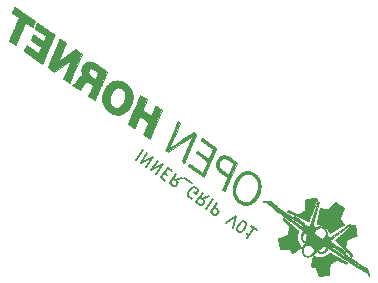
<source format=gbo>
G04 #@! TF.GenerationSoftware,KiCad,Pcbnew,(5.1.9)-1*
G04 #@! TF.CreationDate,2021-10-18T12:13:21-06:00*
G04 #@! TF.ProjectId,THROTTLE_INNER_GRIP,5448524f-5454-44c4-955f-494e4e45525f,rev?*
G04 #@! TF.SameCoordinates,Original*
G04 #@! TF.FileFunction,Legend,Bot*
G04 #@! TF.FilePolarity,Positive*
%FSLAX46Y46*%
G04 Gerber Fmt 4.6, Leading zero omitted, Abs format (unit mm)*
G04 Created by KiCad (PCBNEW (5.1.9)-1) date 2021-10-18 12:13:21*
%MOMM*%
%LPD*%
G01*
G04 APERTURE LIST*
%ADD10C,0.150000*%
%ADD11C,0.010000*%
G04 APERTURE END LIST*
D10*
X94248080Y-105984255D02*
X93674504Y-106803407D01*
X94638153Y-106257387D02*
X94064576Y-107076539D01*
X95106240Y-106585145D01*
X94532663Y-107404297D01*
X95496312Y-106858276D02*
X94922736Y-107677428D01*
X95964399Y-107186034D01*
X95390823Y-108005186D01*
X96054027Y-107888245D02*
X96327077Y-108079438D01*
X96744544Y-107732297D02*
X96354471Y-107459166D01*
X95780895Y-108278318D01*
X96170967Y-108551450D01*
X97563696Y-108305874D02*
X97017513Y-108504754D01*
X97095609Y-107978116D02*
X96522032Y-108797268D01*
X96834090Y-109015773D01*
X96939418Y-109031392D01*
X97005738Y-109019698D01*
X97099372Y-108968997D01*
X97181312Y-108851975D01*
X97196931Y-108746648D01*
X97185237Y-108680327D01*
X97134535Y-108586694D01*
X96822477Y-108368188D01*
X97774351Y-108337112D02*
X98398467Y-108774123D01*
X98421693Y-110069293D02*
X98316366Y-110053674D01*
X98199344Y-109971734D01*
X98109635Y-109850787D01*
X98086247Y-109718146D01*
X98101866Y-109612819D01*
X98172112Y-109429477D01*
X98254051Y-109312455D01*
X98402311Y-109183739D01*
X98495945Y-109133038D01*
X98628585Y-109109650D01*
X98772920Y-109152582D01*
X98850935Y-109207208D01*
X98940643Y-109328155D01*
X98952337Y-109394475D01*
X98761145Y-109667526D01*
X98605116Y-109558273D01*
X99826116Y-109890037D02*
X99279933Y-110088918D01*
X99358029Y-109562279D02*
X98784452Y-110381431D01*
X99096510Y-110599937D01*
X99201838Y-110615556D01*
X99268158Y-110603862D01*
X99361792Y-110553160D01*
X99443731Y-110436139D01*
X99459351Y-110330811D01*
X99447656Y-110264491D01*
X99396955Y-110170857D01*
X99084897Y-109952352D01*
X100177181Y-110135856D02*
X99603604Y-110955008D01*
X100567253Y-110408988D02*
X99993677Y-111228140D01*
X100305735Y-111446645D01*
X100411062Y-111462264D01*
X100477383Y-111450570D01*
X100571016Y-111399869D01*
X100652956Y-111282847D01*
X100668575Y-111177519D01*
X100656881Y-111111199D01*
X100606180Y-111017565D01*
X100294122Y-110799060D01*
X101319923Y-112156787D02*
X102166550Y-111528827D01*
X101866024Y-112539171D01*
X102295104Y-112839616D02*
X102373119Y-112894243D01*
X102478446Y-112909862D01*
X102544767Y-112898168D01*
X102638400Y-112847466D01*
X102786660Y-112718750D01*
X102923226Y-112523714D01*
X102993471Y-112340372D01*
X103009090Y-112235044D01*
X102997396Y-112168724D01*
X102946695Y-112075090D01*
X102868680Y-112020464D01*
X102763353Y-112004845D01*
X102697032Y-112016539D01*
X102603399Y-112067240D01*
X102455139Y-112195956D01*
X102318573Y-112390992D01*
X102248328Y-112574335D01*
X102232709Y-112679662D01*
X102244403Y-112745983D01*
X102295104Y-112839616D01*
X103921876Y-112757920D02*
X103453789Y-112430162D01*
X103687833Y-112594041D02*
X103114256Y-113413193D01*
X103118181Y-113241545D01*
X103094793Y-113108904D01*
X103044092Y-113015270D01*
D11*
G04 #@! TO.C,G\u002A\u002A\u002A*
G36*
X111539607Y-115473141D02*
G01*
X111528326Y-115466913D01*
X111510483Y-115457124D01*
X111486520Y-115444009D01*
X111456873Y-115427809D01*
X111421985Y-115408763D01*
X111382292Y-115387111D01*
X111338235Y-115363090D01*
X111290255Y-115336940D01*
X111238788Y-115308900D01*
X111184277Y-115279209D01*
X111127159Y-115248107D01*
X111067874Y-115215831D01*
X111006861Y-115182622D01*
X110944561Y-115148717D01*
X110881412Y-115114358D01*
X110817853Y-115079781D01*
X110754326Y-115045227D01*
X110691267Y-115010934D01*
X110629118Y-114977142D01*
X110568317Y-114944089D01*
X110509305Y-114912015D01*
X110452519Y-114881158D01*
X110398400Y-114851758D01*
X110347387Y-114824053D01*
X110299920Y-114798283D01*
X110256438Y-114774686D01*
X110217380Y-114753503D01*
X110183186Y-114734971D01*
X110154295Y-114719330D01*
X110131149Y-114706819D01*
X110114182Y-114697677D01*
X110103838Y-114692142D01*
X110101109Y-114690712D01*
X110090228Y-114686094D01*
X110082985Y-114686348D01*
X110076500Y-114691095D01*
X110070981Y-114695060D01*
X110058978Y-114702802D01*
X110041316Y-114713831D01*
X110018821Y-114727656D01*
X109992319Y-114743781D01*
X109962636Y-114761716D01*
X109930596Y-114780969D01*
X109897027Y-114801046D01*
X109862755Y-114821458D01*
X109828605Y-114841710D01*
X109795403Y-114861312D01*
X109763975Y-114879769D01*
X109735146Y-114896591D01*
X109709744Y-114911286D01*
X109688593Y-114923361D01*
X109672520Y-114932323D01*
X109664847Y-114936422D01*
X109627483Y-114953395D01*
X109583792Y-114969392D01*
X109535898Y-114983880D01*
X109485930Y-114996332D01*
X109436015Y-115006219D01*
X109388279Y-115013010D01*
X109344849Y-115016178D01*
X109344235Y-115016195D01*
X109335086Y-115015980D01*
X109318339Y-115015103D01*
X109294833Y-115013629D01*
X109265405Y-115011624D01*
X109230895Y-115009158D01*
X109192139Y-115006296D01*
X109149975Y-115003106D01*
X109105242Y-114999654D01*
X109058778Y-114996007D01*
X109011420Y-114992233D01*
X108964005Y-114988399D01*
X108917373Y-114984572D01*
X108872362Y-114980818D01*
X108829808Y-114977204D01*
X108790551Y-114973798D01*
X108755427Y-114970667D01*
X108725276Y-114967878D01*
X108700934Y-114965496D01*
X108683241Y-114963591D01*
X108677309Y-114962859D01*
X108656233Y-114960064D01*
X108565359Y-115369300D01*
X108549307Y-115441840D01*
X108534749Y-115508159D01*
X108521729Y-115568040D01*
X108510293Y-115621265D01*
X108500487Y-115667617D01*
X108492355Y-115706879D01*
X108485944Y-115738833D01*
X108481297Y-115763260D01*
X108478461Y-115779945D01*
X108477483Y-115788670D01*
X108477567Y-115789739D01*
X108483200Y-115800663D01*
X108489544Y-115807170D01*
X108495599Y-115809032D01*
X108509121Y-115811716D01*
X108529165Y-115815079D01*
X108554786Y-115818980D01*
X108585039Y-115823275D01*
X108618980Y-115827823D01*
X108655663Y-115832483D01*
X108668104Y-115834008D01*
X108712218Y-115839413D01*
X108748721Y-115844045D01*
X108778412Y-115848084D01*
X108802093Y-115851710D01*
X108820565Y-115855104D01*
X108834628Y-115858448D01*
X108845083Y-115861921D01*
X108852732Y-115865704D01*
X108858375Y-115869979D01*
X108862811Y-115874926D01*
X108865399Y-115878543D01*
X108867705Y-115883694D01*
X108872756Y-115896212D01*
X108880333Y-115915532D01*
X108890222Y-115941088D01*
X108902206Y-115972315D01*
X108916071Y-116008647D01*
X108931601Y-116049519D01*
X108948579Y-116094366D01*
X108966790Y-116142621D01*
X108986019Y-116193719D01*
X109006049Y-116247096D01*
X109010620Y-116259298D01*
X109034512Y-116323082D01*
X109055636Y-116379406D01*
X109074198Y-116428740D01*
X109090405Y-116471549D01*
X109104461Y-116508302D01*
X109116573Y-116539468D01*
X109126947Y-116565514D01*
X109135788Y-116586907D01*
X109143303Y-116604117D01*
X109149697Y-116617609D01*
X109155175Y-116627854D01*
X109159946Y-116635318D01*
X109164212Y-116640469D01*
X109168181Y-116643776D01*
X109172058Y-116645706D01*
X109176049Y-116646727D01*
X109180361Y-116647307D01*
X109181364Y-116647421D01*
X109187272Y-116646898D01*
X109200812Y-116644984D01*
X109221290Y-116641802D01*
X109248011Y-116637474D01*
X109280282Y-116632123D01*
X109317408Y-116625871D01*
X109358696Y-116618841D01*
X109403453Y-116611154D01*
X109450981Y-116602933D01*
X109500589Y-116594300D01*
X109551584Y-116585379D01*
X109603269Y-116576290D01*
X109654952Y-116567157D01*
X109705938Y-116558101D01*
X109755533Y-116549246D01*
X109803044Y-116540713D01*
X109847776Y-116532626D01*
X109889035Y-116525104D01*
X109926127Y-116518273D01*
X109958359Y-116512254D01*
X109985036Y-116507169D01*
X110005463Y-116503141D01*
X110018948Y-116500291D01*
X110024795Y-116498743D01*
X110024831Y-116498725D01*
X110033557Y-116493544D01*
X110040152Y-116487279D01*
X110044935Y-116478724D01*
X110048219Y-116466670D01*
X110050321Y-116449908D01*
X110051556Y-116427232D01*
X110052241Y-116397432D01*
X110052297Y-116393652D01*
X110052516Y-116376537D01*
X110052801Y-116351829D01*
X110053142Y-116320404D01*
X110053530Y-116283134D01*
X110053957Y-116240893D01*
X110054414Y-116194553D01*
X110054892Y-116144993D01*
X110055382Y-116093082D01*
X110055878Y-116039696D01*
X110056309Y-115992088D01*
X110056814Y-115940142D01*
X110057371Y-115890401D01*
X110057967Y-115843554D01*
X110058592Y-115800286D01*
X110059231Y-115761286D01*
X110059873Y-115727241D01*
X110060507Y-115698839D01*
X110061119Y-115676767D01*
X110061699Y-115661713D01*
X110062233Y-115654364D01*
X110062287Y-115654063D01*
X110066436Y-115640986D01*
X110072042Y-115630032D01*
X110076827Y-115625926D01*
X110088092Y-115617682D01*
X110105184Y-115605729D01*
X110127452Y-115590491D01*
X110154244Y-115572395D01*
X110184907Y-115551864D01*
X110218789Y-115529326D01*
X110255239Y-115505208D01*
X110293602Y-115479934D01*
X110333229Y-115453930D01*
X110373466Y-115427622D01*
X110413660Y-115401437D01*
X110453162Y-115375800D01*
X110491317Y-115351136D01*
X110527473Y-115327873D01*
X110560979Y-115306436D01*
X110591182Y-115287250D01*
X110617431Y-115270741D01*
X110639072Y-115257336D01*
X110655454Y-115247460D01*
X110665925Y-115241539D01*
X110669344Y-115239988D01*
X110681825Y-115237437D01*
X110691944Y-115236646D01*
X110693050Y-115236731D01*
X110697957Y-115238588D01*
X110710026Y-115243723D01*
X110728716Y-115251894D01*
X110753488Y-115262858D01*
X110783805Y-115276374D01*
X110819125Y-115292201D01*
X110858910Y-115310096D01*
X110902621Y-115329818D01*
X110949718Y-115351124D01*
X110999662Y-115373774D01*
X111051913Y-115397525D01*
X111073138Y-115407187D01*
X111140982Y-115438045D01*
X111201425Y-115465449D01*
X111254741Y-115489517D01*
X111301202Y-115510370D01*
X111341085Y-115528128D01*
X111374660Y-115542911D01*
X111402202Y-115554840D01*
X111423986Y-115564035D01*
X111440283Y-115570616D01*
X111451369Y-115574703D01*
X111457516Y-115576418D01*
X111458367Y-115576489D01*
X111469240Y-115575431D01*
X111478812Y-115571931D01*
X111488322Y-115564940D01*
X111499006Y-115553414D01*
X111512103Y-115536306D01*
X111521463Y-115523171D01*
X111533864Y-115505390D01*
X111541958Y-115493227D01*
X111546349Y-115485404D01*
X111547638Y-115480641D01*
X111546430Y-115477658D01*
X111543888Y-115475565D01*
X111539607Y-115473141D01*
G37*
X111539607Y-115473141D02*
X111528326Y-115466913D01*
X111510483Y-115457124D01*
X111486520Y-115444009D01*
X111456873Y-115427809D01*
X111421985Y-115408763D01*
X111382292Y-115387111D01*
X111338235Y-115363090D01*
X111290255Y-115336940D01*
X111238788Y-115308900D01*
X111184277Y-115279209D01*
X111127159Y-115248107D01*
X111067874Y-115215831D01*
X111006861Y-115182622D01*
X110944561Y-115148717D01*
X110881412Y-115114358D01*
X110817853Y-115079781D01*
X110754326Y-115045227D01*
X110691267Y-115010934D01*
X110629118Y-114977142D01*
X110568317Y-114944089D01*
X110509305Y-114912015D01*
X110452519Y-114881158D01*
X110398400Y-114851758D01*
X110347387Y-114824053D01*
X110299920Y-114798283D01*
X110256438Y-114774686D01*
X110217380Y-114753503D01*
X110183186Y-114734971D01*
X110154295Y-114719330D01*
X110131149Y-114706819D01*
X110114182Y-114697677D01*
X110103838Y-114692142D01*
X110101109Y-114690712D01*
X110090228Y-114686094D01*
X110082985Y-114686348D01*
X110076500Y-114691095D01*
X110070981Y-114695060D01*
X110058978Y-114702802D01*
X110041316Y-114713831D01*
X110018821Y-114727656D01*
X109992319Y-114743781D01*
X109962636Y-114761716D01*
X109930596Y-114780969D01*
X109897027Y-114801046D01*
X109862755Y-114821458D01*
X109828605Y-114841710D01*
X109795403Y-114861312D01*
X109763975Y-114879769D01*
X109735146Y-114896591D01*
X109709744Y-114911286D01*
X109688593Y-114923361D01*
X109672520Y-114932323D01*
X109664847Y-114936422D01*
X109627483Y-114953395D01*
X109583792Y-114969392D01*
X109535898Y-114983880D01*
X109485930Y-114996332D01*
X109436015Y-115006219D01*
X109388279Y-115013010D01*
X109344849Y-115016178D01*
X109344235Y-115016195D01*
X109335086Y-115015980D01*
X109318339Y-115015103D01*
X109294833Y-115013629D01*
X109265405Y-115011624D01*
X109230895Y-115009158D01*
X109192139Y-115006296D01*
X109149975Y-115003106D01*
X109105242Y-114999654D01*
X109058778Y-114996007D01*
X109011420Y-114992233D01*
X108964005Y-114988399D01*
X108917373Y-114984572D01*
X108872362Y-114980818D01*
X108829808Y-114977204D01*
X108790551Y-114973798D01*
X108755427Y-114970667D01*
X108725276Y-114967878D01*
X108700934Y-114965496D01*
X108683241Y-114963591D01*
X108677309Y-114962859D01*
X108656233Y-114960064D01*
X108565359Y-115369300D01*
X108549307Y-115441840D01*
X108534749Y-115508159D01*
X108521729Y-115568040D01*
X108510293Y-115621265D01*
X108500487Y-115667617D01*
X108492355Y-115706879D01*
X108485944Y-115738833D01*
X108481297Y-115763260D01*
X108478461Y-115779945D01*
X108477483Y-115788670D01*
X108477567Y-115789739D01*
X108483200Y-115800663D01*
X108489544Y-115807170D01*
X108495599Y-115809032D01*
X108509121Y-115811716D01*
X108529165Y-115815079D01*
X108554786Y-115818980D01*
X108585039Y-115823275D01*
X108618980Y-115827823D01*
X108655663Y-115832483D01*
X108668104Y-115834008D01*
X108712218Y-115839413D01*
X108748721Y-115844045D01*
X108778412Y-115848084D01*
X108802093Y-115851710D01*
X108820565Y-115855104D01*
X108834628Y-115858448D01*
X108845083Y-115861921D01*
X108852732Y-115865704D01*
X108858375Y-115869979D01*
X108862811Y-115874926D01*
X108865399Y-115878543D01*
X108867705Y-115883694D01*
X108872756Y-115896212D01*
X108880333Y-115915532D01*
X108890222Y-115941088D01*
X108902206Y-115972315D01*
X108916071Y-116008647D01*
X108931601Y-116049519D01*
X108948579Y-116094366D01*
X108966790Y-116142621D01*
X108986019Y-116193719D01*
X109006049Y-116247096D01*
X109010620Y-116259298D01*
X109034512Y-116323082D01*
X109055636Y-116379406D01*
X109074198Y-116428740D01*
X109090405Y-116471549D01*
X109104461Y-116508302D01*
X109116573Y-116539468D01*
X109126947Y-116565514D01*
X109135788Y-116586907D01*
X109143303Y-116604117D01*
X109149697Y-116617609D01*
X109155175Y-116627854D01*
X109159946Y-116635318D01*
X109164212Y-116640469D01*
X109168181Y-116643776D01*
X109172058Y-116645706D01*
X109176049Y-116646727D01*
X109180361Y-116647307D01*
X109181364Y-116647421D01*
X109187272Y-116646898D01*
X109200812Y-116644984D01*
X109221290Y-116641802D01*
X109248011Y-116637474D01*
X109280282Y-116632123D01*
X109317408Y-116625871D01*
X109358696Y-116618841D01*
X109403453Y-116611154D01*
X109450981Y-116602933D01*
X109500589Y-116594300D01*
X109551584Y-116585379D01*
X109603269Y-116576290D01*
X109654952Y-116567157D01*
X109705938Y-116558101D01*
X109755533Y-116549246D01*
X109803044Y-116540713D01*
X109847776Y-116532626D01*
X109889035Y-116525104D01*
X109926127Y-116518273D01*
X109958359Y-116512254D01*
X109985036Y-116507169D01*
X110005463Y-116503141D01*
X110018948Y-116500291D01*
X110024795Y-116498743D01*
X110024831Y-116498725D01*
X110033557Y-116493544D01*
X110040152Y-116487279D01*
X110044935Y-116478724D01*
X110048219Y-116466670D01*
X110050321Y-116449908D01*
X110051556Y-116427232D01*
X110052241Y-116397432D01*
X110052297Y-116393652D01*
X110052516Y-116376537D01*
X110052801Y-116351829D01*
X110053142Y-116320404D01*
X110053530Y-116283134D01*
X110053957Y-116240893D01*
X110054414Y-116194553D01*
X110054892Y-116144993D01*
X110055382Y-116093082D01*
X110055878Y-116039696D01*
X110056309Y-115992088D01*
X110056814Y-115940142D01*
X110057371Y-115890401D01*
X110057967Y-115843554D01*
X110058592Y-115800286D01*
X110059231Y-115761286D01*
X110059873Y-115727241D01*
X110060507Y-115698839D01*
X110061119Y-115676767D01*
X110061699Y-115661713D01*
X110062233Y-115654364D01*
X110062287Y-115654063D01*
X110066436Y-115640986D01*
X110072042Y-115630032D01*
X110076827Y-115625926D01*
X110088092Y-115617682D01*
X110105184Y-115605729D01*
X110127452Y-115590491D01*
X110154244Y-115572395D01*
X110184907Y-115551864D01*
X110218789Y-115529326D01*
X110255239Y-115505208D01*
X110293602Y-115479934D01*
X110333229Y-115453930D01*
X110373466Y-115427622D01*
X110413660Y-115401437D01*
X110453162Y-115375800D01*
X110491317Y-115351136D01*
X110527473Y-115327873D01*
X110560979Y-115306436D01*
X110591182Y-115287250D01*
X110617431Y-115270741D01*
X110639072Y-115257336D01*
X110655454Y-115247460D01*
X110665925Y-115241539D01*
X110669344Y-115239988D01*
X110681825Y-115237437D01*
X110691944Y-115236646D01*
X110693050Y-115236731D01*
X110697957Y-115238588D01*
X110710026Y-115243723D01*
X110728716Y-115251894D01*
X110753488Y-115262858D01*
X110783805Y-115276374D01*
X110819125Y-115292201D01*
X110858910Y-115310096D01*
X110902621Y-115329818D01*
X110949718Y-115351124D01*
X110999662Y-115373774D01*
X111051913Y-115397525D01*
X111073138Y-115407187D01*
X111140982Y-115438045D01*
X111201425Y-115465449D01*
X111254741Y-115489517D01*
X111301202Y-115510370D01*
X111341085Y-115528128D01*
X111374660Y-115542911D01*
X111402202Y-115554840D01*
X111423986Y-115564035D01*
X111440283Y-115570616D01*
X111451369Y-115574703D01*
X111457516Y-115576418D01*
X111458367Y-115576489D01*
X111469240Y-115575431D01*
X111478812Y-115571931D01*
X111488322Y-115564940D01*
X111499006Y-115553414D01*
X111512103Y-115536306D01*
X111521463Y-115523171D01*
X111533864Y-115505390D01*
X111541958Y-115493227D01*
X111546349Y-115485404D01*
X111547638Y-115480641D01*
X111546430Y-115477658D01*
X111543888Y-115475565D01*
X111539607Y-115473141D01*
G36*
X106149563Y-111698750D02*
G01*
X106146222Y-111698578D01*
X106142129Y-111701470D01*
X106136217Y-111708437D01*
X106127419Y-111720490D01*
X106117046Y-111735247D01*
X106101188Y-111759107D01*
X106090733Y-111778057D01*
X106085232Y-111793307D01*
X106084234Y-111806065D01*
X106086850Y-111816502D01*
X106090445Y-111821111D01*
X106099620Y-111831354D01*
X106114001Y-111846839D01*
X106133215Y-111867181D01*
X106156889Y-111891989D01*
X106184649Y-111920877D01*
X106216122Y-111953454D01*
X106250936Y-111989333D01*
X106288715Y-112028128D01*
X106329089Y-112069448D01*
X106371681Y-112112904D01*
X106377618Y-112118951D01*
X106418390Y-112160506D01*
X106457499Y-112200431D01*
X106494531Y-112238304D01*
X106529077Y-112273700D01*
X106560724Y-112306196D01*
X106589063Y-112335368D01*
X106613680Y-112360792D01*
X106634165Y-112382044D01*
X106650106Y-112398701D01*
X106661091Y-112410339D01*
X106666710Y-112416533D01*
X106667359Y-112417386D01*
X106669366Y-112421999D01*
X106670841Y-112427227D01*
X106671682Y-112433621D01*
X106671784Y-112441732D01*
X106671044Y-112452109D01*
X106669360Y-112465305D01*
X106666625Y-112481870D01*
X106662738Y-112502354D01*
X106657594Y-112527308D01*
X106651091Y-112557284D01*
X106643124Y-112592831D01*
X106633590Y-112634500D01*
X106622386Y-112682843D01*
X106609406Y-112738409D01*
X106597103Y-112790873D01*
X106580835Y-112859904D01*
X106566336Y-112920842D01*
X106553563Y-112973868D01*
X106542472Y-113019159D01*
X106533016Y-113056892D01*
X106525151Y-113087245D01*
X106518832Y-113110399D01*
X106514014Y-113126529D01*
X106510653Y-113135815D01*
X106509573Y-113137851D01*
X106500023Y-113148498D01*
X106489306Y-113156612D01*
X106488722Y-113156925D01*
X106483079Y-113159292D01*
X106470096Y-113164401D01*
X106450360Y-113172027D01*
X106424458Y-113181949D01*
X106392982Y-113193941D01*
X106356519Y-113207780D01*
X106315657Y-113223243D01*
X106270986Y-113240107D01*
X106223095Y-113258148D01*
X106172573Y-113277143D01*
X106124988Y-113295000D01*
X106072277Y-113314763D01*
X106021435Y-113333829D01*
X105973076Y-113351963D01*
X105927814Y-113368937D01*
X105886264Y-113384522D01*
X105849038Y-113398485D01*
X105816752Y-113410597D01*
X105790017Y-113420628D01*
X105769451Y-113428349D01*
X105755664Y-113433526D01*
X105749670Y-113435782D01*
X105729885Y-113445528D01*
X105717540Y-113457172D01*
X105716166Y-113459480D01*
X105715106Y-113462426D01*
X105714435Y-113466496D01*
X105714225Y-113472179D01*
X105714554Y-113479962D01*
X105715491Y-113490333D01*
X105717113Y-113503779D01*
X105719492Y-113520788D01*
X105722703Y-113541850D01*
X105726819Y-113567450D01*
X105731914Y-113598077D01*
X105738063Y-113634219D01*
X105745338Y-113676362D01*
X105753815Y-113724997D01*
X105763565Y-113780610D01*
X105774664Y-113843687D01*
X105784365Y-113898731D01*
X105796828Y-113969664D01*
X105807863Y-114032736D01*
X105817616Y-114088406D01*
X105826235Y-114137132D01*
X105833866Y-114179371D01*
X105840656Y-114215583D01*
X105846754Y-114246223D01*
X105852306Y-114271753D01*
X105857460Y-114292629D01*
X105862361Y-114309309D01*
X105867159Y-114322252D01*
X105872001Y-114331916D01*
X105877033Y-114338757D01*
X105882402Y-114343237D01*
X105888255Y-114345810D01*
X105894740Y-114346937D01*
X105902006Y-114347076D01*
X105910197Y-114346682D01*
X105919462Y-114346218D01*
X105928126Y-114346105D01*
X105938894Y-114346225D01*
X105957410Y-114346417D01*
X105982962Y-114346674D01*
X106014829Y-114346990D01*
X106052297Y-114347358D01*
X106094649Y-114347770D01*
X106141169Y-114348220D01*
X106191140Y-114348700D01*
X106243847Y-114349203D01*
X106298571Y-114349724D01*
X106329799Y-114350019D01*
X106393756Y-114350639D01*
X106449796Y-114351226D01*
X106498468Y-114351797D01*
X106540321Y-114352372D01*
X106575905Y-114352970D01*
X106605768Y-114353610D01*
X106630460Y-114354312D01*
X106650530Y-114355094D01*
X106666526Y-114355977D01*
X106679000Y-114356978D01*
X106688499Y-114358116D01*
X106695573Y-114359412D01*
X106700771Y-114360884D01*
X106704642Y-114362551D01*
X106705648Y-114363105D01*
X106710007Y-114365876D01*
X106714199Y-114369373D01*
X106718649Y-114374327D01*
X106723781Y-114381472D01*
X106730019Y-114391534D01*
X106737786Y-114405249D01*
X106747508Y-114423346D01*
X106759610Y-114446555D01*
X106774512Y-114475609D01*
X106792642Y-114511238D01*
X106799920Y-114525578D01*
X106821223Y-114567242D01*
X106839962Y-114603222D01*
X106855939Y-114633163D01*
X106868962Y-114656710D01*
X106878836Y-114673509D01*
X106885369Y-114683205D01*
X106887409Y-114685342D01*
X106900264Y-114689928D01*
X106909933Y-114689486D01*
X106914928Y-114686915D01*
X106926554Y-114680096D01*
X106944309Y-114669345D01*
X106967694Y-114654978D01*
X106996208Y-114637311D01*
X107029350Y-114616658D01*
X107066620Y-114593336D01*
X107107515Y-114567662D01*
X107151537Y-114539949D01*
X107198185Y-114510514D01*
X107246956Y-114479673D01*
X107297352Y-114447741D01*
X107348870Y-114415035D01*
X107401012Y-114381870D01*
X107453275Y-114348560D01*
X107505159Y-114315424D01*
X107556163Y-114282775D01*
X107605787Y-114250930D01*
X107622206Y-114240374D01*
X107623753Y-114235254D01*
X107621751Y-114231071D01*
X107618501Y-114225288D01*
X107612107Y-114212515D01*
X107602899Y-114193481D01*
X107591214Y-114168916D01*
X107577385Y-114139549D01*
X107561747Y-114106106D01*
X107544634Y-114069318D01*
X107526382Y-114029913D01*
X107507323Y-113988620D01*
X107487792Y-113946167D01*
X107468123Y-113903285D01*
X107448651Y-113860700D01*
X107429712Y-113819142D01*
X107411638Y-113779339D01*
X107394764Y-113742020D01*
X107379424Y-113707915D01*
X107365953Y-113677751D01*
X107354686Y-113652258D01*
X107345955Y-113632165D01*
X107340098Y-113618198D01*
X107337795Y-113612199D01*
X107325741Y-113570729D01*
X107315538Y-113523338D01*
X107307476Y-113472428D01*
X107301843Y-113420400D01*
X107298932Y-113369655D01*
X107299030Y-113322594D01*
X107300300Y-113301175D01*
X107301610Y-113290704D01*
X107304336Y-113273089D01*
X107308294Y-113249304D01*
X107313305Y-113220325D01*
X107319183Y-113187128D01*
X107325748Y-113150688D01*
X107332819Y-113111982D01*
X107340211Y-113071983D01*
X107347744Y-113031671D01*
X107355235Y-112992016D01*
X107362501Y-112953996D01*
X107369362Y-112918588D01*
X107375633Y-112886767D01*
X107381135Y-112859506D01*
X107385684Y-112837784D01*
X107389098Y-112822574D01*
X107391003Y-112815401D01*
X107394311Y-112805109D01*
X107396025Y-112799182D01*
X107396095Y-112798640D01*
X107392937Y-112795853D01*
X107383741Y-112787727D01*
X107368813Y-112774531D01*
X107348456Y-112756533D01*
X107322976Y-112734003D01*
X107292676Y-112707211D01*
X107257861Y-112676424D01*
X107218836Y-112641914D01*
X107175906Y-112603950D01*
X107129375Y-112562801D01*
X107079547Y-112518735D01*
X107026727Y-112472022D01*
X106971220Y-112422933D01*
X106913330Y-112371735D01*
X106853362Y-112318699D01*
X106791620Y-112264093D01*
X106778556Y-112252539D01*
X106716365Y-112197543D01*
X106655812Y-112144011D01*
X106597208Y-112092216D01*
X106540861Y-112042432D01*
X106487081Y-111994929D01*
X106436179Y-111949983D01*
X106388462Y-111907867D01*
X106344242Y-111868852D01*
X106303827Y-111833213D01*
X106267527Y-111801222D01*
X106235653Y-111773153D01*
X106208512Y-111749279D01*
X106186416Y-111729871D01*
X106169673Y-111715205D01*
X106158593Y-111705552D01*
X106153486Y-111701186D01*
X106153219Y-111700978D01*
X106149563Y-111698750D01*
G37*
X106149563Y-111698750D02*
X106146222Y-111698578D01*
X106142129Y-111701470D01*
X106136217Y-111708437D01*
X106127419Y-111720490D01*
X106117046Y-111735247D01*
X106101188Y-111759107D01*
X106090733Y-111778057D01*
X106085232Y-111793307D01*
X106084234Y-111806065D01*
X106086850Y-111816502D01*
X106090445Y-111821111D01*
X106099620Y-111831354D01*
X106114001Y-111846839D01*
X106133215Y-111867181D01*
X106156889Y-111891989D01*
X106184649Y-111920877D01*
X106216122Y-111953454D01*
X106250936Y-111989333D01*
X106288715Y-112028128D01*
X106329089Y-112069448D01*
X106371681Y-112112904D01*
X106377618Y-112118951D01*
X106418390Y-112160506D01*
X106457499Y-112200431D01*
X106494531Y-112238304D01*
X106529077Y-112273700D01*
X106560724Y-112306196D01*
X106589063Y-112335368D01*
X106613680Y-112360792D01*
X106634165Y-112382044D01*
X106650106Y-112398701D01*
X106661091Y-112410339D01*
X106666710Y-112416533D01*
X106667359Y-112417386D01*
X106669366Y-112421999D01*
X106670841Y-112427227D01*
X106671682Y-112433621D01*
X106671784Y-112441732D01*
X106671044Y-112452109D01*
X106669360Y-112465305D01*
X106666625Y-112481870D01*
X106662738Y-112502354D01*
X106657594Y-112527308D01*
X106651091Y-112557284D01*
X106643124Y-112592831D01*
X106633590Y-112634500D01*
X106622386Y-112682843D01*
X106609406Y-112738409D01*
X106597103Y-112790873D01*
X106580835Y-112859904D01*
X106566336Y-112920842D01*
X106553563Y-112973868D01*
X106542472Y-113019159D01*
X106533016Y-113056892D01*
X106525151Y-113087245D01*
X106518832Y-113110399D01*
X106514014Y-113126529D01*
X106510653Y-113135815D01*
X106509573Y-113137851D01*
X106500023Y-113148498D01*
X106489306Y-113156612D01*
X106488722Y-113156925D01*
X106483079Y-113159292D01*
X106470096Y-113164401D01*
X106450360Y-113172027D01*
X106424458Y-113181949D01*
X106392982Y-113193941D01*
X106356519Y-113207780D01*
X106315657Y-113223243D01*
X106270986Y-113240107D01*
X106223095Y-113258148D01*
X106172573Y-113277143D01*
X106124988Y-113295000D01*
X106072277Y-113314763D01*
X106021435Y-113333829D01*
X105973076Y-113351963D01*
X105927814Y-113368937D01*
X105886264Y-113384522D01*
X105849038Y-113398485D01*
X105816752Y-113410597D01*
X105790017Y-113420628D01*
X105769451Y-113428349D01*
X105755664Y-113433526D01*
X105749670Y-113435782D01*
X105729885Y-113445528D01*
X105717540Y-113457172D01*
X105716166Y-113459480D01*
X105715106Y-113462426D01*
X105714435Y-113466496D01*
X105714225Y-113472179D01*
X105714554Y-113479962D01*
X105715491Y-113490333D01*
X105717113Y-113503779D01*
X105719492Y-113520788D01*
X105722703Y-113541850D01*
X105726819Y-113567450D01*
X105731914Y-113598077D01*
X105738063Y-113634219D01*
X105745338Y-113676362D01*
X105753815Y-113724997D01*
X105763565Y-113780610D01*
X105774664Y-113843687D01*
X105784365Y-113898731D01*
X105796828Y-113969664D01*
X105807863Y-114032736D01*
X105817616Y-114088406D01*
X105826235Y-114137132D01*
X105833866Y-114179371D01*
X105840656Y-114215583D01*
X105846754Y-114246223D01*
X105852306Y-114271753D01*
X105857460Y-114292629D01*
X105862361Y-114309309D01*
X105867159Y-114322252D01*
X105872001Y-114331916D01*
X105877033Y-114338757D01*
X105882402Y-114343237D01*
X105888255Y-114345810D01*
X105894740Y-114346937D01*
X105902006Y-114347076D01*
X105910197Y-114346682D01*
X105919462Y-114346218D01*
X105928126Y-114346105D01*
X105938894Y-114346225D01*
X105957410Y-114346417D01*
X105982962Y-114346674D01*
X106014829Y-114346990D01*
X106052297Y-114347358D01*
X106094649Y-114347770D01*
X106141169Y-114348220D01*
X106191140Y-114348700D01*
X106243847Y-114349203D01*
X106298571Y-114349724D01*
X106329799Y-114350019D01*
X106393756Y-114350639D01*
X106449796Y-114351226D01*
X106498468Y-114351797D01*
X106540321Y-114352372D01*
X106575905Y-114352970D01*
X106605768Y-114353610D01*
X106630460Y-114354312D01*
X106650530Y-114355094D01*
X106666526Y-114355977D01*
X106679000Y-114356978D01*
X106688499Y-114358116D01*
X106695573Y-114359412D01*
X106700771Y-114360884D01*
X106704642Y-114362551D01*
X106705648Y-114363105D01*
X106710007Y-114365876D01*
X106714199Y-114369373D01*
X106718649Y-114374327D01*
X106723781Y-114381472D01*
X106730019Y-114391534D01*
X106737786Y-114405249D01*
X106747508Y-114423346D01*
X106759610Y-114446555D01*
X106774512Y-114475609D01*
X106792642Y-114511238D01*
X106799920Y-114525578D01*
X106821223Y-114567242D01*
X106839962Y-114603222D01*
X106855939Y-114633163D01*
X106868962Y-114656710D01*
X106878836Y-114673509D01*
X106885369Y-114683205D01*
X106887409Y-114685342D01*
X106900264Y-114689928D01*
X106909933Y-114689486D01*
X106914928Y-114686915D01*
X106926554Y-114680096D01*
X106944309Y-114669345D01*
X106967694Y-114654978D01*
X106996208Y-114637311D01*
X107029350Y-114616658D01*
X107066620Y-114593336D01*
X107107515Y-114567662D01*
X107151537Y-114539949D01*
X107198185Y-114510514D01*
X107246956Y-114479673D01*
X107297352Y-114447741D01*
X107348870Y-114415035D01*
X107401012Y-114381870D01*
X107453275Y-114348560D01*
X107505159Y-114315424D01*
X107556163Y-114282775D01*
X107605787Y-114250930D01*
X107622206Y-114240374D01*
X107623753Y-114235254D01*
X107621751Y-114231071D01*
X107618501Y-114225288D01*
X107612107Y-114212515D01*
X107602899Y-114193481D01*
X107591214Y-114168916D01*
X107577385Y-114139549D01*
X107561747Y-114106106D01*
X107544634Y-114069318D01*
X107526382Y-114029913D01*
X107507323Y-113988620D01*
X107487792Y-113946167D01*
X107468123Y-113903285D01*
X107448651Y-113860700D01*
X107429712Y-113819142D01*
X107411638Y-113779339D01*
X107394764Y-113742020D01*
X107379424Y-113707915D01*
X107365953Y-113677751D01*
X107354686Y-113652258D01*
X107345955Y-113632165D01*
X107340098Y-113618198D01*
X107337795Y-113612199D01*
X107325741Y-113570729D01*
X107315538Y-113523338D01*
X107307476Y-113472428D01*
X107301843Y-113420400D01*
X107298932Y-113369655D01*
X107299030Y-113322594D01*
X107300300Y-113301175D01*
X107301610Y-113290704D01*
X107304336Y-113273089D01*
X107308294Y-113249304D01*
X107313305Y-113220325D01*
X107319183Y-113187128D01*
X107325748Y-113150688D01*
X107332819Y-113111982D01*
X107340211Y-113071983D01*
X107347744Y-113031671D01*
X107355235Y-112992016D01*
X107362501Y-112953996D01*
X107369362Y-112918588D01*
X107375633Y-112886767D01*
X107381135Y-112859506D01*
X107385684Y-112837784D01*
X107389098Y-112822574D01*
X107391003Y-112815401D01*
X107394311Y-112805109D01*
X107396025Y-112799182D01*
X107396095Y-112798640D01*
X107392937Y-112795853D01*
X107383741Y-112787727D01*
X107368813Y-112774531D01*
X107348456Y-112756533D01*
X107322976Y-112734003D01*
X107292676Y-112707211D01*
X107257861Y-112676424D01*
X107218836Y-112641914D01*
X107175906Y-112603950D01*
X107129375Y-112562801D01*
X107079547Y-112518735D01*
X107026727Y-112472022D01*
X106971220Y-112422933D01*
X106913330Y-112371735D01*
X106853362Y-112318699D01*
X106791620Y-112264093D01*
X106778556Y-112252539D01*
X106716365Y-112197543D01*
X106655812Y-112144011D01*
X106597208Y-112092216D01*
X106540861Y-112042432D01*
X106487081Y-111994929D01*
X106436179Y-111949983D01*
X106388462Y-111907867D01*
X106344242Y-111868852D01*
X106303827Y-111833213D01*
X106267527Y-111801222D01*
X106235653Y-111773153D01*
X106208512Y-111749279D01*
X106186416Y-111729871D01*
X106169673Y-111715205D01*
X106158593Y-111705552D01*
X106153486Y-111701186D01*
X106153219Y-111700978D01*
X106149563Y-111698750D01*
G36*
X111793947Y-112194173D02*
G01*
X111786935Y-112193135D01*
X111779682Y-112196822D01*
X111779179Y-112197174D01*
X111773143Y-112201460D01*
X111760603Y-112210366D01*
X111741962Y-112223610D01*
X111717616Y-112240908D01*
X111687967Y-112261976D01*
X111653413Y-112286531D01*
X111614352Y-112314288D01*
X111571185Y-112344964D01*
X111524311Y-112378275D01*
X111474128Y-112413938D01*
X111421035Y-112451669D01*
X111365433Y-112491184D01*
X111307721Y-112532199D01*
X111248296Y-112574432D01*
X111187560Y-112617597D01*
X111125910Y-112661411D01*
X111063747Y-112705590D01*
X111001469Y-112749852D01*
X110939475Y-112793912D01*
X110878165Y-112837486D01*
X110817939Y-112880291D01*
X110759194Y-112922043D01*
X110702330Y-112962458D01*
X110647747Y-113001252D01*
X110595845Y-113038143D01*
X110547021Y-113072846D01*
X110501674Y-113105077D01*
X110460206Y-113134552D01*
X110423014Y-113160990D01*
X110390497Y-113184103D01*
X110363056Y-113203611D01*
X110357076Y-113207862D01*
X110313741Y-113238662D01*
X110272422Y-113268016D01*
X110233635Y-113295557D01*
X110197895Y-113320917D01*
X110165719Y-113343736D01*
X110137623Y-113363643D01*
X110114122Y-113380275D01*
X110095733Y-113393266D01*
X110082970Y-113402250D01*
X110076351Y-113406862D01*
X110075510Y-113407415D01*
X110072590Y-113404476D01*
X110067126Y-113396722D01*
X110065630Y-113394396D01*
X110054512Y-113379793D01*
X110037470Y-113361297D01*
X110015538Y-113339844D01*
X109989749Y-113316365D01*
X109961136Y-113291793D01*
X109930733Y-113267065D01*
X109899571Y-113243110D01*
X109891944Y-113237469D01*
X109856029Y-113211127D01*
X109859049Y-113171204D01*
X109860849Y-113125689D01*
X109859840Y-113077332D01*
X109856242Y-113028382D01*
X109850276Y-112981093D01*
X109842162Y-112937715D01*
X109832724Y-112902361D01*
X109820038Y-112869612D01*
X109801943Y-112832736D01*
X109779379Y-112793204D01*
X109753287Y-112752488D01*
X109724609Y-112712059D01*
X109694283Y-112673390D01*
X109664724Y-112639535D01*
X109640250Y-112615710D01*
X109609978Y-112590288D01*
X109576002Y-112564737D01*
X109540419Y-112540522D01*
X109505322Y-112519112D01*
X109472807Y-112501972D01*
X109460128Y-112496275D01*
X109409967Y-112477066D01*
X109357949Y-112460618D01*
X109305706Y-112447275D01*
X109254872Y-112437384D01*
X109207082Y-112431288D01*
X109163967Y-112429333D01*
X109145790Y-112429942D01*
X109105211Y-112434464D01*
X109060097Y-112442769D01*
X109013093Y-112454151D01*
X108966842Y-112467902D01*
X108923988Y-112483317D01*
X108890075Y-112498243D01*
X108859518Y-112513306D01*
X108819754Y-112486734D01*
X108773082Y-112457013D01*
X108726169Y-112429907D01*
X108680645Y-112406269D01*
X108638147Y-112386954D01*
X108605309Y-112374472D01*
X108604796Y-112373949D01*
X108604544Y-112372631D01*
X108604620Y-112370266D01*
X108605093Y-112366598D01*
X108606030Y-112361377D01*
X108607503Y-112354347D01*
X108609577Y-112345256D01*
X108612323Y-112333850D01*
X108615808Y-112319877D01*
X108620100Y-112303084D01*
X108625270Y-112283216D01*
X108631384Y-112260021D01*
X108638511Y-112233246D01*
X108646720Y-112202638D01*
X108656080Y-112167941D01*
X108666657Y-112128906D01*
X108678522Y-112085277D01*
X108691743Y-112036802D01*
X108706389Y-111983227D01*
X108722526Y-111924299D01*
X108740225Y-111859765D01*
X108759554Y-111789372D01*
X108780580Y-111712867D01*
X108803374Y-111629995D01*
X108828002Y-111540505D01*
X108854535Y-111444143D01*
X108883038Y-111340655D01*
X108913583Y-111229789D01*
X108946236Y-111111291D01*
X108981068Y-110984909D01*
X108984403Y-110972807D01*
X109156332Y-110349009D01*
X109141756Y-110337277D01*
X109130973Y-110329853D01*
X109121450Y-110327551D01*
X109110122Y-110328930D01*
X109093064Y-110332316D01*
X108746687Y-111367620D01*
X108400310Y-112402925D01*
X108386185Y-112403806D01*
X108378044Y-112403492D01*
X108362901Y-112402132D01*
X108342133Y-112399878D01*
X108317121Y-112396889D01*
X108289240Y-112393316D01*
X108272449Y-112391058D01*
X108172836Y-112377429D01*
X107934457Y-112189027D01*
X107863735Y-112133140D01*
X107799287Y-112082237D01*
X107740759Y-112036041D01*
X107687788Y-111994275D01*
X107640018Y-111956662D01*
X107597089Y-111922926D01*
X107558644Y-111892792D01*
X107524323Y-111865981D01*
X107493767Y-111842218D01*
X107466620Y-111821226D01*
X107442521Y-111802728D01*
X107421111Y-111786449D01*
X107402034Y-111772111D01*
X107384929Y-111759438D01*
X107369439Y-111748154D01*
X107355204Y-111737981D01*
X107341867Y-111728644D01*
X107329067Y-111719865D01*
X107316449Y-111711368D01*
X107306397Y-111704691D01*
X107256701Y-111672276D01*
X107212430Y-111644310D01*
X107173852Y-111620955D01*
X107141240Y-111602373D01*
X107114862Y-111588723D01*
X107101051Y-111582516D01*
X107075922Y-111575196D01*
X107052344Y-111575204D01*
X107028313Y-111582697D01*
X107015471Y-111589318D01*
X107007318Y-111593853D01*
X107000886Y-111597715D01*
X106996588Y-111601556D01*
X106994836Y-111606029D01*
X106996041Y-111611784D01*
X107000616Y-111619474D01*
X107008974Y-111629751D01*
X107021527Y-111643266D01*
X107038686Y-111660672D01*
X107060865Y-111682619D01*
X107088473Y-111709760D01*
X107096832Y-111717984D01*
X107129005Y-111749704D01*
X107155471Y-111775908D01*
X107176595Y-111796978D01*
X107192746Y-111813293D01*
X107204290Y-111825234D01*
X107211596Y-111833182D01*
X107215031Y-111837517D01*
X107214962Y-111838620D01*
X107211758Y-111836873D01*
X107211416Y-111836648D01*
X107207128Y-111833830D01*
X107196149Y-111826629D01*
X107178868Y-111815300D01*
X107155677Y-111800099D01*
X107126965Y-111781280D01*
X107093123Y-111759103D01*
X107054542Y-111733820D01*
X107011612Y-111705688D01*
X106964723Y-111674964D01*
X106914266Y-111641902D01*
X106860631Y-111606758D01*
X106804209Y-111569790D01*
X106745391Y-111531253D01*
X106684566Y-111491401D01*
X106663908Y-111477867D01*
X106123452Y-111123775D01*
X105652505Y-110767166D01*
X105595878Y-110724282D01*
X105540620Y-110682421D01*
X105487156Y-110641907D01*
X105435915Y-110603068D01*
X105387324Y-110566224D01*
X105341811Y-110531702D01*
X105299804Y-110499826D01*
X105261728Y-110470921D01*
X105228014Y-110445310D01*
X105199086Y-110423319D01*
X105175375Y-110405271D01*
X105157306Y-110391491D01*
X105145307Y-110382304D01*
X105141235Y-110379158D01*
X105100911Y-110347759D01*
X105109330Y-110338841D01*
X105117735Y-110325556D01*
X105118206Y-110312784D01*
X105111273Y-110301267D01*
X105097469Y-110291749D01*
X105077321Y-110284973D01*
X105069911Y-110283551D01*
X105062453Y-110283085D01*
X105047396Y-110282774D01*
X105025613Y-110282608D01*
X104997968Y-110282577D01*
X104965332Y-110282673D01*
X104928573Y-110282883D01*
X104888557Y-110283200D01*
X104846154Y-110283613D01*
X104802233Y-110284111D01*
X104757662Y-110284686D01*
X104713307Y-110285327D01*
X104670039Y-110286025D01*
X104628726Y-110286769D01*
X104590235Y-110287551D01*
X104555435Y-110288358D01*
X104525194Y-110289183D01*
X104500380Y-110290015D01*
X104499685Y-110290041D01*
X104471309Y-110293494D01*
X104447993Y-110301940D01*
X104429850Y-110314123D01*
X104419201Y-110325262D01*
X104415911Y-110335489D01*
X104420226Y-110345490D01*
X104432392Y-110355950D01*
X104448181Y-110365235D01*
X104455008Y-110368513D01*
X104462346Y-110371054D01*
X104471325Y-110372948D01*
X104483080Y-110374286D01*
X104498742Y-110375158D01*
X104519443Y-110375656D01*
X104546318Y-110375868D01*
X104580497Y-110375887D01*
X104581455Y-110375885D01*
X104694314Y-110375736D01*
X104759120Y-110430796D01*
X104784840Y-110452629D01*
X104815238Y-110478401D01*
X104849777Y-110507659D01*
X104887922Y-110539951D01*
X104929135Y-110574822D01*
X104972880Y-110611822D01*
X105018621Y-110650495D01*
X105065823Y-110690389D01*
X105113947Y-110731053D01*
X105162460Y-110772033D01*
X105210822Y-110812875D01*
X105258498Y-110853127D01*
X105304953Y-110892337D01*
X105349649Y-110930049D01*
X105392051Y-110965814D01*
X105431622Y-110999177D01*
X105467824Y-111029685D01*
X105500124Y-111056885D01*
X105527983Y-111080326D01*
X105550866Y-111099553D01*
X105568236Y-111114114D01*
X105577540Y-111121880D01*
X105592860Y-111134507D01*
X105608762Y-111147347D01*
X105625781Y-111160798D01*
X105644452Y-111175258D01*
X105665311Y-111191121D01*
X105688893Y-111208786D01*
X105715734Y-111228648D01*
X105746369Y-111251104D01*
X105781333Y-111276550D01*
X105821163Y-111305384D01*
X105866393Y-111338003D01*
X105917559Y-111374802D01*
X105963772Y-111407981D01*
X106003711Y-111436642D01*
X106042100Y-111464197D01*
X106079335Y-111490931D01*
X106115813Y-111517130D01*
X106151931Y-111543082D01*
X106188089Y-111569073D01*
X106224682Y-111595387D01*
X106262108Y-111622313D01*
X106300765Y-111650137D01*
X106341051Y-111679144D01*
X106383362Y-111709621D01*
X106428096Y-111741854D01*
X106475649Y-111776130D01*
X106526421Y-111812736D01*
X106580808Y-111851956D01*
X106639207Y-111894078D01*
X106702016Y-111939388D01*
X106769632Y-111988172D01*
X106842453Y-112040718D01*
X106920877Y-112097309D01*
X107005300Y-112158235D01*
X107096120Y-112223779D01*
X107112795Y-112235814D01*
X107188129Y-112290185D01*
X107256904Y-112339826D01*
X107319431Y-112384968D01*
X107376014Y-112425836D01*
X107426963Y-112462656D01*
X107472584Y-112495657D01*
X107513186Y-112525065D01*
X107549076Y-112551108D01*
X107580561Y-112574012D01*
X107607948Y-112594005D01*
X107631547Y-112611312D01*
X107651664Y-112626163D01*
X107668605Y-112638784D01*
X107682681Y-112649402D01*
X107694198Y-112658244D01*
X107703463Y-112665536D01*
X107710784Y-112671507D01*
X107716469Y-112676382D01*
X107720825Y-112680391D01*
X107724159Y-112683758D01*
X107726780Y-112686712D01*
X107728996Y-112689479D01*
X107731112Y-112692286D01*
X107731132Y-112692314D01*
X107746523Y-112710159D01*
X107767920Y-112730962D01*
X107793953Y-112753523D01*
X107823252Y-112776644D01*
X107848304Y-112794866D01*
X107865481Y-112807013D01*
X107876612Y-112815337D01*
X107882655Y-112820764D01*
X107884570Y-112824224D01*
X107883316Y-112826645D01*
X107882089Y-112827568D01*
X107861806Y-112841791D01*
X107839043Y-112858785D01*
X107815789Y-112876971D01*
X107794026Y-112894770D01*
X107775740Y-112910602D01*
X107765243Y-112920495D01*
X107751111Y-112935833D01*
X107734892Y-112955206D01*
X107719104Y-112975546D01*
X107711469Y-112986097D01*
X107693288Y-113013560D01*
X107678037Y-113040310D01*
X107665407Y-113067508D01*
X107655086Y-113096313D01*
X107646762Y-113127887D01*
X107640124Y-113163391D01*
X107634862Y-113203987D01*
X107630663Y-113250832D01*
X107627548Y-113299114D01*
X107627735Y-113321884D01*
X107630178Y-113350420D01*
X107634482Y-113382443D01*
X107640255Y-113415678D01*
X107647100Y-113447848D01*
X107654625Y-113476677D01*
X107662200Y-113499295D01*
X107688917Y-113557980D01*
X107720813Y-113612006D01*
X107757319Y-113660760D01*
X107797858Y-113703631D01*
X107841860Y-113740001D01*
X107888752Y-113769259D01*
X107932363Y-113788787D01*
X107948328Y-113794781D01*
X107961561Y-113799967D01*
X107969761Y-113803437D01*
X107970828Y-113803969D01*
X107972501Y-113806509D01*
X107971443Y-113811733D01*
X107967131Y-113820786D01*
X107959036Y-113834812D01*
X107949560Y-113850261D01*
X107929036Y-113883026D01*
X107911886Y-113909771D01*
X107897221Y-113931793D01*
X107884152Y-113950387D01*
X107871791Y-113966851D01*
X107859250Y-113982479D01*
X107857147Y-113985011D01*
X107834132Y-114016844D01*
X107811716Y-114056009D01*
X107790360Y-114101373D01*
X107770522Y-114151804D01*
X107752662Y-114206167D01*
X107737240Y-114263330D01*
X107728666Y-114301815D01*
X107719228Y-114357881D01*
X107714668Y-114411374D01*
X107714962Y-114464884D01*
X107720088Y-114520997D01*
X107726426Y-114562561D01*
X107742655Y-114636265D01*
X107764702Y-114703858D01*
X107792592Y-114765409D01*
X107826359Y-114820985D01*
X107846832Y-114848272D01*
X107867108Y-114870543D01*
X107891946Y-114893411D01*
X107918937Y-114914940D01*
X107945673Y-114933198D01*
X107967560Y-114945248D01*
X108012853Y-114962802D01*
X108063972Y-114976095D01*
X108119248Y-114984803D01*
X108177008Y-114988602D01*
X108191609Y-114988746D01*
X108222143Y-114987412D01*
X108258287Y-114983752D01*
X108297635Y-114978173D01*
X108337782Y-114971080D01*
X108376323Y-114962877D01*
X108410853Y-114953971D01*
X108426595Y-114949141D01*
X108468119Y-114933031D01*
X108513251Y-114911096D01*
X108560422Y-114884209D01*
X108608062Y-114853240D01*
X108638495Y-114831365D01*
X108672409Y-114805572D01*
X108701079Y-114782539D01*
X108725760Y-114760909D01*
X108747704Y-114739326D01*
X108751663Y-114734896D01*
X108658814Y-114669883D01*
X108638335Y-114697400D01*
X108616260Y-114722876D01*
X108591164Y-114747700D01*
X108561623Y-114773260D01*
X108526213Y-114800946D01*
X108518457Y-114806745D01*
X108461927Y-114845217D01*
X108406572Y-114875682D01*
X108351857Y-114898427D01*
X108342626Y-114901532D01*
X108283945Y-114917587D01*
X108225292Y-114927854D01*
X108167757Y-114932338D01*
X108112427Y-114931047D01*
X108060392Y-114923988D01*
X108012740Y-114911171D01*
X107983169Y-114899061D01*
X107962112Y-114888163D01*
X107944602Y-114876787D01*
X107927126Y-114862498D01*
X107916972Y-114853189D01*
X107885499Y-114818248D01*
X107857832Y-114776723D01*
X107834284Y-114729744D01*
X107815172Y-114678442D01*
X107800810Y-114623949D01*
X107791515Y-114567392D01*
X107787603Y-114509906D01*
X107789387Y-114452617D01*
X107794186Y-114413300D01*
X107806236Y-114352894D01*
X107822157Y-114295289D01*
X107841527Y-114241397D01*
X107863929Y-114192133D01*
X107888942Y-114148411D01*
X107916147Y-114111144D01*
X107945124Y-114081245D01*
X107947767Y-114078979D01*
X107978950Y-114055539D01*
X108014532Y-114033638D01*
X108052858Y-114013957D01*
X108092269Y-113997177D01*
X108131110Y-113983980D01*
X108167722Y-113975047D01*
X108200448Y-113971059D01*
X108210483Y-113970952D01*
X108258362Y-113975481D01*
X108309301Y-113986428D01*
X108361678Y-114003156D01*
X108413872Y-114025028D01*
X108464261Y-114051407D01*
X108511226Y-114081655D01*
X108532136Y-114097407D01*
X108571431Y-114131357D01*
X108607953Y-114168233D01*
X108640834Y-114206872D01*
X108669207Y-114246113D01*
X108692203Y-114284795D01*
X108708958Y-114321755D01*
X108715920Y-114343639D01*
X108721556Y-114375476D01*
X108723925Y-114412998D01*
X108723141Y-114454124D01*
X108719319Y-114496774D01*
X108712571Y-114538872D01*
X108703082Y-114578094D01*
X108696799Y-114599080D01*
X108691325Y-114614933D01*
X108685404Y-114628256D01*
X108677785Y-114641649D01*
X108667213Y-114657714D01*
X108658814Y-114669883D01*
X108751663Y-114734896D01*
X108768161Y-114716437D01*
X108788387Y-114690885D01*
X108809632Y-114661315D01*
X108833150Y-114626371D01*
X108845795Y-114607010D01*
X108852677Y-114597108D01*
X108862892Y-114583292D01*
X108875428Y-114566838D01*
X108889278Y-114549019D01*
X108903429Y-114531110D01*
X108916874Y-114514385D01*
X108928600Y-114500119D01*
X108937600Y-114489585D01*
X108942861Y-114484059D01*
X108943653Y-114483538D01*
X108947206Y-114486423D01*
X108954680Y-114494518D01*
X108964771Y-114506372D01*
X108970483Y-114513371D01*
X109006516Y-114551562D01*
X109049338Y-114585342D01*
X109098266Y-114614279D01*
X109152619Y-114637945D01*
X109185465Y-114648820D01*
X109249815Y-114664107D01*
X109313294Y-114671363D01*
X109377397Y-114670688D01*
X109426664Y-114665056D01*
X109462343Y-114658802D01*
X109493054Y-114651629D01*
X109522005Y-114642566D01*
X109552405Y-114630638D01*
X109578733Y-114618927D01*
X109619793Y-114599548D01*
X109654115Y-114582190D01*
X109682938Y-114566031D01*
X109707500Y-114550248D01*
X109729038Y-114534018D01*
X109748791Y-114516522D01*
X109755509Y-114509670D01*
X109650645Y-114436243D01*
X109616514Y-114473715D01*
X109576891Y-114505600D01*
X109531379Y-114532382D01*
X109513541Y-114540838D01*
X109482982Y-114552193D01*
X109447064Y-114561817D01*
X109408821Y-114569124D01*
X109371283Y-114573528D01*
X109339491Y-114574500D01*
X109289082Y-114570538D01*
X109238437Y-114561469D01*
X109190197Y-114547903D01*
X109147003Y-114530451D01*
X109144992Y-114529473D01*
X109124211Y-114517610D01*
X109101383Y-114501913D01*
X109078983Y-114484314D01*
X109059484Y-114466746D01*
X109046426Y-114452510D01*
X109038389Y-114441447D01*
X109029191Y-114427458D01*
X109020248Y-114412876D01*
X109012983Y-114400031D01*
X109008810Y-114391258D01*
X109008434Y-114390048D01*
X109011449Y-114388680D01*
X108038870Y-113707673D01*
X108034685Y-113711051D01*
X108027134Y-113711406D01*
X108015863Y-113710130D01*
X107978355Y-113701551D01*
X107940176Y-113685310D01*
X107902358Y-113662038D01*
X107865937Y-113632365D01*
X107833722Y-113598998D01*
X107798765Y-113552179D01*
X107769856Y-113500287D01*
X107747703Y-113444813D01*
X107733009Y-113387250D01*
X107732583Y-113384907D01*
X107726463Y-113328850D01*
X107728000Y-113273231D01*
X107737083Y-113219396D01*
X107749853Y-113178126D01*
X107762830Y-113150417D01*
X107781169Y-113120219D01*
X107803228Y-113089805D01*
X107827369Y-113061449D01*
X107850123Y-113039034D01*
X107866556Y-113025293D01*
X107886156Y-113010228D01*
X107907775Y-112994578D01*
X107930270Y-112979084D01*
X107952495Y-112964485D01*
X107973307Y-112951519D01*
X107991560Y-112940927D01*
X108006109Y-112933448D01*
X108015811Y-112929821D01*
X108019043Y-112929923D01*
X108022783Y-112934220D01*
X108030148Y-112943908D01*
X108039959Y-112957406D01*
X108047816Y-112968510D01*
X108059675Y-112985005D01*
X108075124Y-113005850D01*
X108092467Y-113028788D01*
X108110004Y-113051559D01*
X108116676Y-113060093D01*
X108160218Y-113115510D01*
X108121517Y-113209126D01*
X108102837Y-113254584D01*
X108087254Y-113293227D01*
X108074462Y-113325992D01*
X108064153Y-113353816D01*
X108056023Y-113377637D01*
X108049765Y-113398391D01*
X108045072Y-113417016D01*
X108041639Y-113434450D01*
X108039159Y-113451629D01*
X108037660Y-113465771D01*
X108035141Y-113503984D01*
X108033991Y-113547174D01*
X108034206Y-113591966D01*
X108035778Y-113634984D01*
X108038011Y-113665846D01*
X108039856Y-113686423D01*
X108040368Y-113699915D01*
X108038870Y-113707673D01*
X109011449Y-114388680D01*
X109012118Y-114388377D01*
X109022503Y-114385010D01*
X109038098Y-114380402D01*
X109057415Y-114375002D01*
X109062369Y-114373658D01*
X109101145Y-114362202D01*
X109142533Y-114348239D01*
X109183799Y-114332794D01*
X109222202Y-114316892D01*
X109254793Y-114301663D01*
X109272683Y-114291641D01*
X109292779Y-114278407D01*
X109315701Y-114261468D01*
X109342070Y-114240327D01*
X109372505Y-114214490D01*
X109407627Y-114183461D01*
X109442744Y-114151615D01*
X109463919Y-114132230D01*
X109483299Y-114114489D01*
X109499913Y-114099282D01*
X109512787Y-114087496D01*
X109520954Y-114080023D01*
X109523152Y-114078011D01*
X109531033Y-114074735D01*
X109542392Y-114077455D01*
X109544718Y-114078470D01*
X109552938Y-114081590D01*
X109567918Y-114086661D01*
X109588297Y-114093247D01*
X109612712Y-114100911D01*
X109639800Y-114109216D01*
X109655084Y-114113821D01*
X109682075Y-114121927D01*
X109706241Y-114129232D01*
X109726442Y-114135387D01*
X109741534Y-114140042D01*
X109750377Y-114142848D01*
X109752225Y-114143510D01*
X109752534Y-114148234D01*
X109751186Y-114159614D01*
X109748493Y-114176075D01*
X109744770Y-114196037D01*
X109740329Y-114217926D01*
X109735482Y-114240162D01*
X109730541Y-114261168D01*
X109725822Y-114279368D01*
X109724069Y-114285495D01*
X109704025Y-114342617D01*
X109679683Y-114392705D01*
X109650645Y-114436243D01*
X109755509Y-114509670D01*
X109767996Y-114496936D01*
X109776374Y-114487689D01*
X109807345Y-114447481D01*
X109835152Y-114400520D01*
X109859138Y-114348141D01*
X109878646Y-114291676D01*
X109885760Y-114265409D01*
X109889767Y-114249456D01*
X109892964Y-114237073D01*
X109894846Y-114230216D01*
X109895109Y-114229465D01*
X109898609Y-114231361D01*
X109907631Y-114237227D01*
X109920783Y-114246135D01*
X109935787Y-114256538D01*
X109967474Y-114277686D01*
X109998883Y-114296722D01*
X110028400Y-114312760D01*
X110054408Y-114324911D01*
X110071856Y-114331313D01*
X110074142Y-114331944D01*
X110076103Y-114332409D01*
X110077960Y-114332859D01*
X110079933Y-114333441D01*
X110082240Y-114334302D01*
X110085103Y-114335590D01*
X110088740Y-114337454D01*
X110093373Y-114340037D01*
X110099219Y-114343490D01*
X110106499Y-114347961D01*
X110115434Y-114353596D01*
X110126241Y-114360542D01*
X110139144Y-114368947D01*
X110154359Y-114378960D01*
X110172107Y-114390727D01*
X110192607Y-114404397D01*
X110216081Y-114420114D01*
X110242748Y-114438031D01*
X110272825Y-114458291D01*
X110306536Y-114481043D01*
X110344098Y-114506434D01*
X110385732Y-114534613D01*
X110431658Y-114565725D01*
X110482094Y-114599921D01*
X110537262Y-114637346D01*
X110597380Y-114678148D01*
X110662669Y-114722475D01*
X110733348Y-114770473D01*
X110809638Y-114822292D01*
X110891758Y-114878078D01*
X110979928Y-114937978D01*
X111074367Y-115002141D01*
X111175294Y-115070714D01*
X111282932Y-115143844D01*
X111321685Y-115170172D01*
X111366104Y-115200366D01*
X111416323Y-115234530D01*
X111471155Y-115271856D01*
X111529413Y-115311534D01*
X111589910Y-115352755D01*
X111651456Y-115394710D01*
X111712866Y-115436589D01*
X111772952Y-115477584D01*
X111830525Y-115516884D01*
X111883186Y-115552851D01*
X111948437Y-115597367D01*
X112007025Y-115637195D01*
X112059216Y-115672514D01*
X112105275Y-115703500D01*
X112145471Y-115730331D01*
X112180068Y-115753184D01*
X112209335Y-115772236D01*
X112233536Y-115787666D01*
X112252938Y-115799648D01*
X112262114Y-115805099D01*
X112284945Y-115818367D01*
X112313259Y-115834761D01*
X112346529Y-115853981D01*
X112384234Y-115875727D01*
X112425849Y-115899699D01*
X112470849Y-115925597D01*
X112518712Y-115953119D01*
X112568913Y-115981967D01*
X112620928Y-116011839D01*
X112674234Y-116042436D01*
X112728307Y-116073457D01*
X112782621Y-116104603D01*
X112836654Y-116135572D01*
X112889882Y-116166065D01*
X112941780Y-116195781D01*
X112991826Y-116224420D01*
X113039495Y-116251682D01*
X113084263Y-116277266D01*
X113125605Y-116300873D01*
X113162999Y-116322202D01*
X113195921Y-116340952D01*
X113223845Y-116356824D01*
X113246249Y-116369518D01*
X113262610Y-116378732D01*
X113272401Y-116384167D01*
X113274591Y-116385334D01*
X113278829Y-116387911D01*
X113282756Y-116391662D01*
X113286804Y-116397532D01*
X113291407Y-116406469D01*
X113296998Y-116419416D01*
X113304008Y-116437321D01*
X113312874Y-116461130D01*
X113324027Y-116491789D01*
X113326599Y-116498906D01*
X113338395Y-116531380D01*
X113347872Y-116556883D01*
X113355495Y-116576442D01*
X113361728Y-116591080D01*
X113367038Y-116601824D01*
X113371889Y-116609699D01*
X113376745Y-116615730D01*
X113381857Y-116620749D01*
X113398794Y-116634032D01*
X113412864Y-116640880D01*
X113423327Y-116640964D01*
X113425105Y-116640020D01*
X113429785Y-116633971D01*
X113435217Y-116622972D01*
X113437662Y-116616667D01*
X113441217Y-116601530D01*
X113441220Y-116584364D01*
X113438289Y-116565065D01*
X113435664Y-116554767D01*
X113430562Y-116537620D01*
X113423270Y-116514456D01*
X113414075Y-116486103D01*
X113403265Y-116453390D01*
X113391127Y-116417146D01*
X113377948Y-116378200D01*
X113364015Y-116337382D01*
X113351173Y-116300046D01*
X113113188Y-116133407D01*
X113109426Y-116131315D01*
X113098825Y-116125139D01*
X113081809Y-116115134D01*
X113058810Y-116101555D01*
X113030258Y-116084656D01*
X112996580Y-116064690D01*
X112958206Y-116041914D01*
X112915563Y-116016584D01*
X112869084Y-115988951D01*
X112819194Y-115959272D01*
X112766326Y-115927802D01*
X112710906Y-115894794D01*
X112653364Y-115860503D01*
X112639636Y-115852320D01*
X112167668Y-115570953D01*
X111305332Y-114979490D01*
X111226598Y-114925484D01*
X111148851Y-114872148D01*
X111072446Y-114819723D01*
X110997732Y-114768453D01*
X110925065Y-114718581D01*
X110854797Y-114670347D01*
X110787283Y-114623995D01*
X110722872Y-114579768D01*
X110661919Y-114537908D01*
X110604778Y-114498657D01*
X110551801Y-114462256D01*
X110503341Y-114428952D01*
X110459751Y-114398983D01*
X110421383Y-114372592D01*
X110388593Y-114350024D01*
X110361731Y-114331519D01*
X110341151Y-114317321D01*
X110327355Y-114307775D01*
X110211715Y-114227523D01*
X110235007Y-114194257D01*
X110251333Y-114168512D01*
X110267016Y-114139510D01*
X110275566Y-114121248D01*
X110282881Y-114104725D01*
X110288965Y-114091573D01*
X110293048Y-114083419D01*
X110294311Y-114081559D01*
X110297785Y-114084065D01*
X110307755Y-114091430D01*
X110323936Y-114103444D01*
X110346047Y-114119896D01*
X110373803Y-114140571D01*
X110406919Y-114165258D01*
X110445115Y-114193749D01*
X110488104Y-114225828D01*
X110535604Y-114261285D01*
X110587331Y-114299909D01*
X110643002Y-114341486D01*
X110702333Y-114385807D01*
X110765040Y-114432659D01*
X110830840Y-114481829D01*
X110899449Y-114533107D01*
X110970584Y-114586281D01*
X111043961Y-114641139D01*
X111119296Y-114697469D01*
X111167793Y-114733735D01*
X112039795Y-115385856D01*
X112566186Y-115725763D01*
X113092578Y-116065670D01*
X113103674Y-116099400D01*
X113108542Y-116114755D01*
X113111923Y-116126522D01*
X113113293Y-116132831D01*
X113113188Y-116133407D01*
X113351173Y-116300046D01*
X113349616Y-116295520D01*
X113335038Y-116253445D01*
X113320568Y-116211985D01*
X113306493Y-116171968D01*
X113293100Y-116134225D01*
X113280678Y-116099586D01*
X113269512Y-116068878D01*
X113259892Y-116042931D01*
X113252102Y-116022575D01*
X113246431Y-116008639D01*
X113243278Y-116002117D01*
X113231091Y-115986935D01*
X113218145Y-115976565D01*
X113206125Y-115972187D01*
X113201154Y-115972568D01*
X113193021Y-115977511D01*
X113184459Y-115986506D01*
X113183444Y-115987900D01*
X113174362Y-116000871D01*
X113131184Y-115973799D01*
X113122454Y-115968258D01*
X113107066Y-115958413D01*
X113085470Y-115944554D01*
X113058120Y-115926973D01*
X113025465Y-115905961D01*
X112987960Y-115881809D01*
X112946055Y-115854808D01*
X112900202Y-115825251D01*
X112850854Y-115793427D01*
X112798461Y-115759628D01*
X112743477Y-115724144D01*
X112686352Y-115687269D01*
X112627539Y-115649292D01*
X112593379Y-115627228D01*
X112098751Y-115307728D01*
X111574601Y-114915988D01*
X111515533Y-114871835D01*
X111458334Y-114829064D01*
X111403370Y-114787950D01*
X111351005Y-114748766D01*
X111301607Y-114711787D01*
X111255539Y-114677287D01*
X111213168Y-114645539D01*
X111174860Y-114616819D01*
X111140980Y-114591399D01*
X111111893Y-114569554D01*
X111087965Y-114551558D01*
X111069563Y-114537686D01*
X111057050Y-114528209D01*
X111050794Y-114523404D01*
X111050117Y-114522840D01*
X111053639Y-114524122D01*
X111063654Y-114528522D01*
X111079013Y-114535515D01*
X111098565Y-114544576D01*
X111121162Y-114555183D01*
X111124542Y-114556781D01*
X111171036Y-114578774D01*
X111210458Y-114597422D01*
X111243400Y-114612972D01*
X111270455Y-114625675D01*
X111292215Y-114635779D01*
X111309274Y-114643532D01*
X111322224Y-114649186D01*
X111331659Y-114652987D01*
X111338171Y-114655186D01*
X111342352Y-114656031D01*
X111344796Y-114655771D01*
X111346097Y-114654655D01*
X111346845Y-114652932D01*
X111347634Y-114650852D01*
X111347780Y-114650551D01*
X111353426Y-114633196D01*
X111355934Y-114612042D01*
X111355259Y-114590508D01*
X111351351Y-114572009D01*
X111348918Y-114566309D01*
X111340474Y-114554258D01*
X111325744Y-114538450D01*
X111304566Y-114518741D01*
X111276776Y-114494990D01*
X111242212Y-114467053D01*
X111200712Y-114434789D01*
X111183936Y-114422007D01*
X111151846Y-114397838D01*
X111123550Y-114376968D01*
X111097235Y-114358151D01*
X111071087Y-114340140D01*
X111043294Y-114321689D01*
X111012042Y-114301551D01*
X110975518Y-114278480D01*
X110971121Y-114275723D01*
X110943144Y-114258225D01*
X110908814Y-114236820D01*
X110868986Y-114212035D01*
X110824516Y-114184403D01*
X110776261Y-114154453D01*
X110725076Y-114122715D01*
X110671819Y-114089718D01*
X110617344Y-114055995D01*
X110562508Y-114022075D01*
X110508167Y-113988488D01*
X110455177Y-113955765D01*
X110404395Y-113924434D01*
X110356676Y-113895027D01*
X110320405Y-113872704D01*
X110220911Y-113811512D01*
X110171743Y-113719675D01*
X110157894Y-113693602D01*
X110145262Y-113669435D01*
X110134449Y-113648357D01*
X110126056Y-113631546D01*
X110120683Y-113620184D01*
X110119052Y-113616139D01*
X110115528Y-113604443D01*
X110120270Y-113600670D01*
X109664311Y-113281405D01*
X109642098Y-113311719D01*
X109617446Y-113343455D01*
X109591258Y-113375488D01*
X109564439Y-113406693D01*
X109537892Y-113435949D01*
X109512523Y-113462131D01*
X109489236Y-113484115D01*
X109481419Y-113490884D01*
X109462321Y-113501696D01*
X109440454Y-113505452D01*
X109419519Y-113502095D01*
X109410873Y-113498143D01*
X109396519Y-113490417D01*
X109377868Y-113479723D01*
X109356325Y-113466871D01*
X109333304Y-113452672D01*
X109331357Y-113451450D01*
X109309963Y-113438021D01*
X109285222Y-113422528D01*
X109258155Y-113405605D01*
X109229787Y-113387893D01*
X109201141Y-113370028D01*
X109173242Y-113352647D01*
X109147112Y-113336389D01*
X109123774Y-113321890D01*
X109104253Y-113309789D01*
X109089572Y-113300723D01*
X109080754Y-113295328D01*
X109079461Y-113294553D01*
X109074637Y-113291108D01*
X109063856Y-113283036D01*
X109047852Y-113270899D01*
X109027358Y-113255258D01*
X109003110Y-113236674D01*
X108975840Y-113215707D01*
X108946284Y-113192919D01*
X108929650Y-113180069D01*
X108886541Y-113146691D01*
X108849682Y-113117997D01*
X108818590Y-113093531D01*
X108792780Y-113072848D01*
X108771768Y-113055492D01*
X108755073Y-113041017D01*
X108742210Y-113028970D01*
X108732693Y-113018900D01*
X108726041Y-113010358D01*
X108721770Y-113002892D01*
X108719396Y-112996051D01*
X108718435Y-112989385D01*
X108718382Y-112983749D01*
X107888249Y-112402484D01*
X107880885Y-112410031D01*
X107869962Y-112419954D01*
X107867691Y-112421912D01*
X107855009Y-112433966D01*
X107839515Y-112450485D01*
X107823376Y-112469083D01*
X107811616Y-112483649D01*
X107779772Y-112524658D01*
X107763782Y-112513558D01*
X107759014Y-112510181D01*
X107747642Y-112502085D01*
X107729948Y-112489472D01*
X107706216Y-112472547D01*
X107676730Y-112451510D01*
X107641773Y-112426566D01*
X107601631Y-112397916D01*
X107556586Y-112365763D01*
X107506922Y-112330310D01*
X107452923Y-112291760D01*
X107394873Y-112250314D01*
X107333056Y-112206177D01*
X107267756Y-112159549D01*
X107199256Y-112110635D01*
X107127840Y-112059636D01*
X107053794Y-112006756D01*
X106977399Y-111952196D01*
X106898939Y-111896161D01*
X106818700Y-111838851D01*
X106796969Y-111823330D01*
X105846147Y-111144201D01*
X105423745Y-110799704D01*
X105371652Y-110757203D01*
X105321399Y-110716173D01*
X105273374Y-110676930D01*
X105227967Y-110639794D01*
X105185562Y-110605084D01*
X105146550Y-110573117D01*
X105111317Y-110544212D01*
X105080253Y-110518687D01*
X105053744Y-110496860D01*
X105032180Y-110479050D01*
X105015946Y-110465575D01*
X105005433Y-110456753D01*
X105001026Y-110452904D01*
X105000911Y-110452762D01*
X105004614Y-110451512D01*
X105014863Y-110450281D01*
X105029741Y-110449273D01*
X105036250Y-110448990D01*
X105054107Y-110448556D01*
X105065974Y-110449237D01*
X105074308Y-110451594D01*
X105081567Y-110456186D01*
X105086720Y-110460503D01*
X105091782Y-110464534D01*
X105103207Y-110473368D01*
X105120601Y-110486710D01*
X105143572Y-110504258D01*
X105171723Y-110525714D01*
X105204664Y-110550779D01*
X105242001Y-110579154D01*
X105283340Y-110610542D01*
X105328288Y-110644642D01*
X105376452Y-110681156D01*
X105427437Y-110719785D01*
X105480851Y-110760230D01*
X105536301Y-110802194D01*
X105585168Y-110839155D01*
X106068915Y-111204969D01*
X106979061Y-111800705D01*
X107058880Y-111852957D01*
X107136838Y-111904001D01*
X107212639Y-111953643D01*
X107285985Y-112001690D01*
X107356581Y-112047945D01*
X107424130Y-112092216D01*
X107488335Y-112134307D01*
X107548902Y-112174023D01*
X107605532Y-112211171D01*
X107657928Y-112245556D01*
X107705795Y-112276981D01*
X107748837Y-112305255D01*
X107786756Y-112330182D01*
X107819255Y-112351567D01*
X107846041Y-112369215D01*
X107866814Y-112382934D01*
X107881279Y-112392526D01*
X107889139Y-112397799D01*
X107890565Y-112398814D01*
X107888249Y-112402484D01*
X108718382Y-112983749D01*
X108718376Y-112983227D01*
X108721015Y-112969239D01*
X108727909Y-112949307D01*
X108738521Y-112924465D01*
X108752307Y-112895747D01*
X108768727Y-112864183D01*
X108787241Y-112830808D01*
X108807306Y-112796656D01*
X108828382Y-112762756D01*
X108849929Y-112730144D01*
X108854164Y-112723987D01*
X108870526Y-112700453D01*
X108883133Y-112682699D01*
X108893018Y-112669521D01*
X108901211Y-112659712D01*
X108908745Y-112652066D01*
X108916649Y-112645381D01*
X108925956Y-112638449D01*
X108929565Y-112635864D01*
X108968912Y-112610615D01*
X109014427Y-112586222D01*
X109063819Y-112563725D01*
X109114792Y-112544161D01*
X109165052Y-112528571D01*
X109168572Y-112527632D01*
X109216236Y-112518990D01*
X109268535Y-112516822D01*
X109324666Y-112521102D01*
X109383830Y-112531813D01*
X109390604Y-112533412D01*
X109446683Y-112549954D01*
X109496940Y-112571385D01*
X109542100Y-112598283D01*
X109582890Y-112631231D01*
X109620035Y-112670807D01*
X109654263Y-112717594D01*
X109684061Y-112767987D01*
X109704225Y-112808454D01*
X109718972Y-112845871D01*
X109729053Y-112882994D01*
X109735217Y-112922579D01*
X109738201Y-112967013D01*
X109738448Y-113018145D01*
X109735772Y-113068288D01*
X109730379Y-113115808D01*
X109722480Y-113159071D01*
X109712280Y-113196441D01*
X109707266Y-113210224D01*
X109697799Y-113229532D01*
X109683179Y-113253635D01*
X109664311Y-113281405D01*
X110120270Y-113600670D01*
X110962053Y-112931127D01*
X111036598Y-112871831D01*
X111109452Y-112813870D01*
X111180333Y-112757468D01*
X111248961Y-112702850D01*
X111315055Y-112650240D01*
X111378332Y-112599862D01*
X111438513Y-112551940D01*
X111495314Y-112506697D01*
X111548456Y-112464361D01*
X111597657Y-112425152D01*
X111642635Y-112389296D01*
X111683110Y-112357016D01*
X111718800Y-112328538D01*
X111749424Y-112304085D01*
X111774700Y-112283881D01*
X111794347Y-112268150D01*
X111808086Y-112257117D01*
X111815632Y-112251005D01*
X111817041Y-112249822D01*
X111823116Y-112238892D01*
X111822560Y-112225576D01*
X111815925Y-112211972D01*
X111804026Y-112200360D01*
X111793947Y-112194173D01*
G37*
X111793947Y-112194173D02*
X111786935Y-112193135D01*
X111779682Y-112196822D01*
X111779179Y-112197174D01*
X111773143Y-112201460D01*
X111760603Y-112210366D01*
X111741962Y-112223610D01*
X111717616Y-112240908D01*
X111687967Y-112261976D01*
X111653413Y-112286531D01*
X111614352Y-112314288D01*
X111571185Y-112344964D01*
X111524311Y-112378275D01*
X111474128Y-112413938D01*
X111421035Y-112451669D01*
X111365433Y-112491184D01*
X111307721Y-112532199D01*
X111248296Y-112574432D01*
X111187560Y-112617597D01*
X111125910Y-112661411D01*
X111063747Y-112705590D01*
X111001469Y-112749852D01*
X110939475Y-112793912D01*
X110878165Y-112837486D01*
X110817939Y-112880291D01*
X110759194Y-112922043D01*
X110702330Y-112962458D01*
X110647747Y-113001252D01*
X110595845Y-113038143D01*
X110547021Y-113072846D01*
X110501674Y-113105077D01*
X110460206Y-113134552D01*
X110423014Y-113160990D01*
X110390497Y-113184103D01*
X110363056Y-113203611D01*
X110357076Y-113207862D01*
X110313741Y-113238662D01*
X110272422Y-113268016D01*
X110233635Y-113295557D01*
X110197895Y-113320917D01*
X110165719Y-113343736D01*
X110137623Y-113363643D01*
X110114122Y-113380275D01*
X110095733Y-113393266D01*
X110082970Y-113402250D01*
X110076351Y-113406862D01*
X110075510Y-113407415D01*
X110072590Y-113404476D01*
X110067126Y-113396722D01*
X110065630Y-113394396D01*
X110054512Y-113379793D01*
X110037470Y-113361297D01*
X110015538Y-113339844D01*
X109989749Y-113316365D01*
X109961136Y-113291793D01*
X109930733Y-113267065D01*
X109899571Y-113243110D01*
X109891944Y-113237469D01*
X109856029Y-113211127D01*
X109859049Y-113171204D01*
X109860849Y-113125689D01*
X109859840Y-113077332D01*
X109856242Y-113028382D01*
X109850276Y-112981093D01*
X109842162Y-112937715D01*
X109832724Y-112902361D01*
X109820038Y-112869612D01*
X109801943Y-112832736D01*
X109779379Y-112793204D01*
X109753287Y-112752488D01*
X109724609Y-112712059D01*
X109694283Y-112673390D01*
X109664724Y-112639535D01*
X109640250Y-112615710D01*
X109609978Y-112590288D01*
X109576002Y-112564737D01*
X109540419Y-112540522D01*
X109505322Y-112519112D01*
X109472807Y-112501972D01*
X109460128Y-112496275D01*
X109409967Y-112477066D01*
X109357949Y-112460618D01*
X109305706Y-112447275D01*
X109254872Y-112437384D01*
X109207082Y-112431288D01*
X109163967Y-112429333D01*
X109145790Y-112429942D01*
X109105211Y-112434464D01*
X109060097Y-112442769D01*
X109013093Y-112454151D01*
X108966842Y-112467902D01*
X108923988Y-112483317D01*
X108890075Y-112498243D01*
X108859518Y-112513306D01*
X108819754Y-112486734D01*
X108773082Y-112457013D01*
X108726169Y-112429907D01*
X108680645Y-112406269D01*
X108638147Y-112386954D01*
X108605309Y-112374472D01*
X108604796Y-112373949D01*
X108604544Y-112372631D01*
X108604620Y-112370266D01*
X108605093Y-112366598D01*
X108606030Y-112361377D01*
X108607503Y-112354347D01*
X108609577Y-112345256D01*
X108612323Y-112333850D01*
X108615808Y-112319877D01*
X108620100Y-112303084D01*
X108625270Y-112283216D01*
X108631384Y-112260021D01*
X108638511Y-112233246D01*
X108646720Y-112202638D01*
X108656080Y-112167941D01*
X108666657Y-112128906D01*
X108678522Y-112085277D01*
X108691743Y-112036802D01*
X108706389Y-111983227D01*
X108722526Y-111924299D01*
X108740225Y-111859765D01*
X108759554Y-111789372D01*
X108780580Y-111712867D01*
X108803374Y-111629995D01*
X108828002Y-111540505D01*
X108854535Y-111444143D01*
X108883038Y-111340655D01*
X108913583Y-111229789D01*
X108946236Y-111111291D01*
X108981068Y-110984909D01*
X108984403Y-110972807D01*
X109156332Y-110349009D01*
X109141756Y-110337277D01*
X109130973Y-110329853D01*
X109121450Y-110327551D01*
X109110122Y-110328930D01*
X109093064Y-110332316D01*
X108746687Y-111367620D01*
X108400310Y-112402925D01*
X108386185Y-112403806D01*
X108378044Y-112403492D01*
X108362901Y-112402132D01*
X108342133Y-112399878D01*
X108317121Y-112396889D01*
X108289240Y-112393316D01*
X108272449Y-112391058D01*
X108172836Y-112377429D01*
X107934457Y-112189027D01*
X107863735Y-112133140D01*
X107799287Y-112082237D01*
X107740759Y-112036041D01*
X107687788Y-111994275D01*
X107640018Y-111956662D01*
X107597089Y-111922926D01*
X107558644Y-111892792D01*
X107524323Y-111865981D01*
X107493767Y-111842218D01*
X107466620Y-111821226D01*
X107442521Y-111802728D01*
X107421111Y-111786449D01*
X107402034Y-111772111D01*
X107384929Y-111759438D01*
X107369439Y-111748154D01*
X107355204Y-111737981D01*
X107341867Y-111728644D01*
X107329067Y-111719865D01*
X107316449Y-111711368D01*
X107306397Y-111704691D01*
X107256701Y-111672276D01*
X107212430Y-111644310D01*
X107173852Y-111620955D01*
X107141240Y-111602373D01*
X107114862Y-111588723D01*
X107101051Y-111582516D01*
X107075922Y-111575196D01*
X107052344Y-111575204D01*
X107028313Y-111582697D01*
X107015471Y-111589318D01*
X107007318Y-111593853D01*
X107000886Y-111597715D01*
X106996588Y-111601556D01*
X106994836Y-111606029D01*
X106996041Y-111611784D01*
X107000616Y-111619474D01*
X107008974Y-111629751D01*
X107021527Y-111643266D01*
X107038686Y-111660672D01*
X107060865Y-111682619D01*
X107088473Y-111709760D01*
X107096832Y-111717984D01*
X107129005Y-111749704D01*
X107155471Y-111775908D01*
X107176595Y-111796978D01*
X107192746Y-111813293D01*
X107204290Y-111825234D01*
X107211596Y-111833182D01*
X107215031Y-111837517D01*
X107214962Y-111838620D01*
X107211758Y-111836873D01*
X107211416Y-111836648D01*
X107207128Y-111833830D01*
X107196149Y-111826629D01*
X107178868Y-111815300D01*
X107155677Y-111800099D01*
X107126965Y-111781280D01*
X107093123Y-111759103D01*
X107054542Y-111733820D01*
X107011612Y-111705688D01*
X106964723Y-111674964D01*
X106914266Y-111641902D01*
X106860631Y-111606758D01*
X106804209Y-111569790D01*
X106745391Y-111531253D01*
X106684566Y-111491401D01*
X106663908Y-111477867D01*
X106123452Y-111123775D01*
X105652505Y-110767166D01*
X105595878Y-110724282D01*
X105540620Y-110682421D01*
X105487156Y-110641907D01*
X105435915Y-110603068D01*
X105387324Y-110566224D01*
X105341811Y-110531702D01*
X105299804Y-110499826D01*
X105261728Y-110470921D01*
X105228014Y-110445310D01*
X105199086Y-110423319D01*
X105175375Y-110405271D01*
X105157306Y-110391491D01*
X105145307Y-110382304D01*
X105141235Y-110379158D01*
X105100911Y-110347759D01*
X105109330Y-110338841D01*
X105117735Y-110325556D01*
X105118206Y-110312784D01*
X105111273Y-110301267D01*
X105097469Y-110291749D01*
X105077321Y-110284973D01*
X105069911Y-110283551D01*
X105062453Y-110283085D01*
X105047396Y-110282774D01*
X105025613Y-110282608D01*
X104997968Y-110282577D01*
X104965332Y-110282673D01*
X104928573Y-110282883D01*
X104888557Y-110283200D01*
X104846154Y-110283613D01*
X104802233Y-110284111D01*
X104757662Y-110284686D01*
X104713307Y-110285327D01*
X104670039Y-110286025D01*
X104628726Y-110286769D01*
X104590235Y-110287551D01*
X104555435Y-110288358D01*
X104525194Y-110289183D01*
X104500380Y-110290015D01*
X104499685Y-110290041D01*
X104471309Y-110293494D01*
X104447993Y-110301940D01*
X104429850Y-110314123D01*
X104419201Y-110325262D01*
X104415911Y-110335489D01*
X104420226Y-110345490D01*
X104432392Y-110355950D01*
X104448181Y-110365235D01*
X104455008Y-110368513D01*
X104462346Y-110371054D01*
X104471325Y-110372948D01*
X104483080Y-110374286D01*
X104498742Y-110375158D01*
X104519443Y-110375656D01*
X104546318Y-110375868D01*
X104580497Y-110375887D01*
X104581455Y-110375885D01*
X104694314Y-110375736D01*
X104759120Y-110430796D01*
X104784840Y-110452629D01*
X104815238Y-110478401D01*
X104849777Y-110507659D01*
X104887922Y-110539951D01*
X104929135Y-110574822D01*
X104972880Y-110611822D01*
X105018621Y-110650495D01*
X105065823Y-110690389D01*
X105113947Y-110731053D01*
X105162460Y-110772033D01*
X105210822Y-110812875D01*
X105258498Y-110853127D01*
X105304953Y-110892337D01*
X105349649Y-110930049D01*
X105392051Y-110965814D01*
X105431622Y-110999177D01*
X105467824Y-111029685D01*
X105500124Y-111056885D01*
X105527983Y-111080326D01*
X105550866Y-111099553D01*
X105568236Y-111114114D01*
X105577540Y-111121880D01*
X105592860Y-111134507D01*
X105608762Y-111147347D01*
X105625781Y-111160798D01*
X105644452Y-111175258D01*
X105665311Y-111191121D01*
X105688893Y-111208786D01*
X105715734Y-111228648D01*
X105746369Y-111251104D01*
X105781333Y-111276550D01*
X105821163Y-111305384D01*
X105866393Y-111338003D01*
X105917559Y-111374802D01*
X105963772Y-111407981D01*
X106003711Y-111436642D01*
X106042100Y-111464197D01*
X106079335Y-111490931D01*
X106115813Y-111517130D01*
X106151931Y-111543082D01*
X106188089Y-111569073D01*
X106224682Y-111595387D01*
X106262108Y-111622313D01*
X106300765Y-111650137D01*
X106341051Y-111679144D01*
X106383362Y-111709621D01*
X106428096Y-111741854D01*
X106475649Y-111776130D01*
X106526421Y-111812736D01*
X106580808Y-111851956D01*
X106639207Y-111894078D01*
X106702016Y-111939388D01*
X106769632Y-111988172D01*
X106842453Y-112040718D01*
X106920877Y-112097309D01*
X107005300Y-112158235D01*
X107096120Y-112223779D01*
X107112795Y-112235814D01*
X107188129Y-112290185D01*
X107256904Y-112339826D01*
X107319431Y-112384968D01*
X107376014Y-112425836D01*
X107426963Y-112462656D01*
X107472584Y-112495657D01*
X107513186Y-112525065D01*
X107549076Y-112551108D01*
X107580561Y-112574012D01*
X107607948Y-112594005D01*
X107631547Y-112611312D01*
X107651664Y-112626163D01*
X107668605Y-112638784D01*
X107682681Y-112649402D01*
X107694198Y-112658244D01*
X107703463Y-112665536D01*
X107710784Y-112671507D01*
X107716469Y-112676382D01*
X107720825Y-112680391D01*
X107724159Y-112683758D01*
X107726780Y-112686712D01*
X107728996Y-112689479D01*
X107731112Y-112692286D01*
X107731132Y-112692314D01*
X107746523Y-112710159D01*
X107767920Y-112730962D01*
X107793953Y-112753523D01*
X107823252Y-112776644D01*
X107848304Y-112794866D01*
X107865481Y-112807013D01*
X107876612Y-112815337D01*
X107882655Y-112820764D01*
X107884570Y-112824224D01*
X107883316Y-112826645D01*
X107882089Y-112827568D01*
X107861806Y-112841791D01*
X107839043Y-112858785D01*
X107815789Y-112876971D01*
X107794026Y-112894770D01*
X107775740Y-112910602D01*
X107765243Y-112920495D01*
X107751111Y-112935833D01*
X107734892Y-112955206D01*
X107719104Y-112975546D01*
X107711469Y-112986097D01*
X107693288Y-113013560D01*
X107678037Y-113040310D01*
X107665407Y-113067508D01*
X107655086Y-113096313D01*
X107646762Y-113127887D01*
X107640124Y-113163391D01*
X107634862Y-113203987D01*
X107630663Y-113250832D01*
X107627548Y-113299114D01*
X107627735Y-113321884D01*
X107630178Y-113350420D01*
X107634482Y-113382443D01*
X107640255Y-113415678D01*
X107647100Y-113447848D01*
X107654625Y-113476677D01*
X107662200Y-113499295D01*
X107688917Y-113557980D01*
X107720813Y-113612006D01*
X107757319Y-113660760D01*
X107797858Y-113703631D01*
X107841860Y-113740001D01*
X107888752Y-113769259D01*
X107932363Y-113788787D01*
X107948328Y-113794781D01*
X107961561Y-113799967D01*
X107969761Y-113803437D01*
X107970828Y-113803969D01*
X107972501Y-113806509D01*
X107971443Y-113811733D01*
X107967131Y-113820786D01*
X107959036Y-113834812D01*
X107949560Y-113850261D01*
X107929036Y-113883026D01*
X107911886Y-113909771D01*
X107897221Y-113931793D01*
X107884152Y-113950387D01*
X107871791Y-113966851D01*
X107859250Y-113982479D01*
X107857147Y-113985011D01*
X107834132Y-114016844D01*
X107811716Y-114056009D01*
X107790360Y-114101373D01*
X107770522Y-114151804D01*
X107752662Y-114206167D01*
X107737240Y-114263330D01*
X107728666Y-114301815D01*
X107719228Y-114357881D01*
X107714668Y-114411374D01*
X107714962Y-114464884D01*
X107720088Y-114520997D01*
X107726426Y-114562561D01*
X107742655Y-114636265D01*
X107764702Y-114703858D01*
X107792592Y-114765409D01*
X107826359Y-114820985D01*
X107846832Y-114848272D01*
X107867108Y-114870543D01*
X107891946Y-114893411D01*
X107918937Y-114914940D01*
X107945673Y-114933198D01*
X107967560Y-114945248D01*
X108012853Y-114962802D01*
X108063972Y-114976095D01*
X108119248Y-114984803D01*
X108177008Y-114988602D01*
X108191609Y-114988746D01*
X108222143Y-114987412D01*
X108258287Y-114983752D01*
X108297635Y-114978173D01*
X108337782Y-114971080D01*
X108376323Y-114962877D01*
X108410853Y-114953971D01*
X108426595Y-114949141D01*
X108468119Y-114933031D01*
X108513251Y-114911096D01*
X108560422Y-114884209D01*
X108608062Y-114853240D01*
X108638495Y-114831365D01*
X108672409Y-114805572D01*
X108701079Y-114782539D01*
X108725760Y-114760909D01*
X108747704Y-114739326D01*
X108751663Y-114734896D01*
X108658814Y-114669883D01*
X108638335Y-114697400D01*
X108616260Y-114722876D01*
X108591164Y-114747700D01*
X108561623Y-114773260D01*
X108526213Y-114800946D01*
X108518457Y-114806745D01*
X108461927Y-114845217D01*
X108406572Y-114875682D01*
X108351857Y-114898427D01*
X108342626Y-114901532D01*
X108283945Y-114917587D01*
X108225292Y-114927854D01*
X108167757Y-114932338D01*
X108112427Y-114931047D01*
X108060392Y-114923988D01*
X108012740Y-114911171D01*
X107983169Y-114899061D01*
X107962112Y-114888163D01*
X107944602Y-114876787D01*
X107927126Y-114862498D01*
X107916972Y-114853189D01*
X107885499Y-114818248D01*
X107857832Y-114776723D01*
X107834284Y-114729744D01*
X107815172Y-114678442D01*
X107800810Y-114623949D01*
X107791515Y-114567392D01*
X107787603Y-114509906D01*
X107789387Y-114452617D01*
X107794186Y-114413300D01*
X107806236Y-114352894D01*
X107822157Y-114295289D01*
X107841527Y-114241397D01*
X107863929Y-114192133D01*
X107888942Y-114148411D01*
X107916147Y-114111144D01*
X107945124Y-114081245D01*
X107947767Y-114078979D01*
X107978950Y-114055539D01*
X108014532Y-114033638D01*
X108052858Y-114013957D01*
X108092269Y-113997177D01*
X108131110Y-113983980D01*
X108167722Y-113975047D01*
X108200448Y-113971059D01*
X108210483Y-113970952D01*
X108258362Y-113975481D01*
X108309301Y-113986428D01*
X108361678Y-114003156D01*
X108413872Y-114025028D01*
X108464261Y-114051407D01*
X108511226Y-114081655D01*
X108532136Y-114097407D01*
X108571431Y-114131357D01*
X108607953Y-114168233D01*
X108640834Y-114206872D01*
X108669207Y-114246113D01*
X108692203Y-114284795D01*
X108708958Y-114321755D01*
X108715920Y-114343639D01*
X108721556Y-114375476D01*
X108723925Y-114412998D01*
X108723141Y-114454124D01*
X108719319Y-114496774D01*
X108712571Y-114538872D01*
X108703082Y-114578094D01*
X108696799Y-114599080D01*
X108691325Y-114614933D01*
X108685404Y-114628256D01*
X108677785Y-114641649D01*
X108667213Y-114657714D01*
X108658814Y-114669883D01*
X108751663Y-114734896D01*
X108768161Y-114716437D01*
X108788387Y-114690885D01*
X108809632Y-114661315D01*
X108833150Y-114626371D01*
X108845795Y-114607010D01*
X108852677Y-114597108D01*
X108862892Y-114583292D01*
X108875428Y-114566838D01*
X108889278Y-114549019D01*
X108903429Y-114531110D01*
X108916874Y-114514385D01*
X108928600Y-114500119D01*
X108937600Y-114489585D01*
X108942861Y-114484059D01*
X108943653Y-114483538D01*
X108947206Y-114486423D01*
X108954680Y-114494518D01*
X108964771Y-114506372D01*
X108970483Y-114513371D01*
X109006516Y-114551562D01*
X109049338Y-114585342D01*
X109098266Y-114614279D01*
X109152619Y-114637945D01*
X109185465Y-114648820D01*
X109249815Y-114664107D01*
X109313294Y-114671363D01*
X109377397Y-114670688D01*
X109426664Y-114665056D01*
X109462343Y-114658802D01*
X109493054Y-114651629D01*
X109522005Y-114642566D01*
X109552405Y-114630638D01*
X109578733Y-114618927D01*
X109619793Y-114599548D01*
X109654115Y-114582190D01*
X109682938Y-114566031D01*
X109707500Y-114550248D01*
X109729038Y-114534018D01*
X109748791Y-114516522D01*
X109755509Y-114509670D01*
X109650645Y-114436243D01*
X109616514Y-114473715D01*
X109576891Y-114505600D01*
X109531379Y-114532382D01*
X109513541Y-114540838D01*
X109482982Y-114552193D01*
X109447064Y-114561817D01*
X109408821Y-114569124D01*
X109371283Y-114573528D01*
X109339491Y-114574500D01*
X109289082Y-114570538D01*
X109238437Y-114561469D01*
X109190197Y-114547903D01*
X109147003Y-114530451D01*
X109144992Y-114529473D01*
X109124211Y-114517610D01*
X109101383Y-114501913D01*
X109078983Y-114484314D01*
X109059484Y-114466746D01*
X109046426Y-114452510D01*
X109038389Y-114441447D01*
X109029191Y-114427458D01*
X109020248Y-114412876D01*
X109012983Y-114400031D01*
X109008810Y-114391258D01*
X109008434Y-114390048D01*
X109011449Y-114388680D01*
X108038870Y-113707673D01*
X108034685Y-113711051D01*
X108027134Y-113711406D01*
X108015863Y-113710130D01*
X107978355Y-113701551D01*
X107940176Y-113685310D01*
X107902358Y-113662038D01*
X107865937Y-113632365D01*
X107833722Y-113598998D01*
X107798765Y-113552179D01*
X107769856Y-113500287D01*
X107747703Y-113444813D01*
X107733009Y-113387250D01*
X107732583Y-113384907D01*
X107726463Y-113328850D01*
X107728000Y-113273231D01*
X107737083Y-113219396D01*
X107749853Y-113178126D01*
X107762830Y-113150417D01*
X107781169Y-113120219D01*
X107803228Y-113089805D01*
X107827369Y-113061449D01*
X107850123Y-113039034D01*
X107866556Y-113025293D01*
X107886156Y-113010228D01*
X107907775Y-112994578D01*
X107930270Y-112979084D01*
X107952495Y-112964485D01*
X107973307Y-112951519D01*
X107991560Y-112940927D01*
X108006109Y-112933448D01*
X108015811Y-112929821D01*
X108019043Y-112929923D01*
X108022783Y-112934220D01*
X108030148Y-112943908D01*
X108039959Y-112957406D01*
X108047816Y-112968510D01*
X108059675Y-112985005D01*
X108075124Y-113005850D01*
X108092467Y-113028788D01*
X108110004Y-113051559D01*
X108116676Y-113060093D01*
X108160218Y-113115510D01*
X108121517Y-113209126D01*
X108102837Y-113254584D01*
X108087254Y-113293227D01*
X108074462Y-113325992D01*
X108064153Y-113353816D01*
X108056023Y-113377637D01*
X108049765Y-113398391D01*
X108045072Y-113417016D01*
X108041639Y-113434450D01*
X108039159Y-113451629D01*
X108037660Y-113465771D01*
X108035141Y-113503984D01*
X108033991Y-113547174D01*
X108034206Y-113591966D01*
X108035778Y-113634984D01*
X108038011Y-113665846D01*
X108039856Y-113686423D01*
X108040368Y-113699915D01*
X108038870Y-113707673D01*
X109011449Y-114388680D01*
X109012118Y-114388377D01*
X109022503Y-114385010D01*
X109038098Y-114380402D01*
X109057415Y-114375002D01*
X109062369Y-114373658D01*
X109101145Y-114362202D01*
X109142533Y-114348239D01*
X109183799Y-114332794D01*
X109222202Y-114316892D01*
X109254793Y-114301663D01*
X109272683Y-114291641D01*
X109292779Y-114278407D01*
X109315701Y-114261468D01*
X109342070Y-114240327D01*
X109372505Y-114214490D01*
X109407627Y-114183461D01*
X109442744Y-114151615D01*
X109463919Y-114132230D01*
X109483299Y-114114489D01*
X109499913Y-114099282D01*
X109512787Y-114087496D01*
X109520954Y-114080023D01*
X109523152Y-114078011D01*
X109531033Y-114074735D01*
X109542392Y-114077455D01*
X109544718Y-114078470D01*
X109552938Y-114081590D01*
X109567918Y-114086661D01*
X109588297Y-114093247D01*
X109612712Y-114100911D01*
X109639800Y-114109216D01*
X109655084Y-114113821D01*
X109682075Y-114121927D01*
X109706241Y-114129232D01*
X109726442Y-114135387D01*
X109741534Y-114140042D01*
X109750377Y-114142848D01*
X109752225Y-114143510D01*
X109752534Y-114148234D01*
X109751186Y-114159614D01*
X109748493Y-114176075D01*
X109744770Y-114196037D01*
X109740329Y-114217926D01*
X109735482Y-114240162D01*
X109730541Y-114261168D01*
X109725822Y-114279368D01*
X109724069Y-114285495D01*
X109704025Y-114342617D01*
X109679683Y-114392705D01*
X109650645Y-114436243D01*
X109755509Y-114509670D01*
X109767996Y-114496936D01*
X109776374Y-114487689D01*
X109807345Y-114447481D01*
X109835152Y-114400520D01*
X109859138Y-114348141D01*
X109878646Y-114291676D01*
X109885760Y-114265409D01*
X109889767Y-114249456D01*
X109892964Y-114237073D01*
X109894846Y-114230216D01*
X109895109Y-114229465D01*
X109898609Y-114231361D01*
X109907631Y-114237227D01*
X109920783Y-114246135D01*
X109935787Y-114256538D01*
X109967474Y-114277686D01*
X109998883Y-114296722D01*
X110028400Y-114312760D01*
X110054408Y-114324911D01*
X110071856Y-114331313D01*
X110074142Y-114331944D01*
X110076103Y-114332409D01*
X110077960Y-114332859D01*
X110079933Y-114333441D01*
X110082240Y-114334302D01*
X110085103Y-114335590D01*
X110088740Y-114337454D01*
X110093373Y-114340037D01*
X110099219Y-114343490D01*
X110106499Y-114347961D01*
X110115434Y-114353596D01*
X110126241Y-114360542D01*
X110139144Y-114368947D01*
X110154359Y-114378960D01*
X110172107Y-114390727D01*
X110192607Y-114404397D01*
X110216081Y-114420114D01*
X110242748Y-114438031D01*
X110272825Y-114458291D01*
X110306536Y-114481043D01*
X110344098Y-114506434D01*
X110385732Y-114534613D01*
X110431658Y-114565725D01*
X110482094Y-114599921D01*
X110537262Y-114637346D01*
X110597380Y-114678148D01*
X110662669Y-114722475D01*
X110733348Y-114770473D01*
X110809638Y-114822292D01*
X110891758Y-114878078D01*
X110979928Y-114937978D01*
X111074367Y-115002141D01*
X111175294Y-115070714D01*
X111282932Y-115143844D01*
X111321685Y-115170172D01*
X111366104Y-115200366D01*
X111416323Y-115234530D01*
X111471155Y-115271856D01*
X111529413Y-115311534D01*
X111589910Y-115352755D01*
X111651456Y-115394710D01*
X111712866Y-115436589D01*
X111772952Y-115477584D01*
X111830525Y-115516884D01*
X111883186Y-115552851D01*
X111948437Y-115597367D01*
X112007025Y-115637195D01*
X112059216Y-115672514D01*
X112105275Y-115703500D01*
X112145471Y-115730331D01*
X112180068Y-115753184D01*
X112209335Y-115772236D01*
X112233536Y-115787666D01*
X112252938Y-115799648D01*
X112262114Y-115805099D01*
X112284945Y-115818367D01*
X112313259Y-115834761D01*
X112346529Y-115853981D01*
X112384234Y-115875727D01*
X112425849Y-115899699D01*
X112470849Y-115925597D01*
X112518712Y-115953119D01*
X112568913Y-115981967D01*
X112620928Y-116011839D01*
X112674234Y-116042436D01*
X112728307Y-116073457D01*
X112782621Y-116104603D01*
X112836654Y-116135572D01*
X112889882Y-116166065D01*
X112941780Y-116195781D01*
X112991826Y-116224420D01*
X113039495Y-116251682D01*
X113084263Y-116277266D01*
X113125605Y-116300873D01*
X113162999Y-116322202D01*
X113195921Y-116340952D01*
X113223845Y-116356824D01*
X113246249Y-116369518D01*
X113262610Y-116378732D01*
X113272401Y-116384167D01*
X113274591Y-116385334D01*
X113278829Y-116387911D01*
X113282756Y-116391662D01*
X113286804Y-116397532D01*
X113291407Y-116406469D01*
X113296998Y-116419416D01*
X113304008Y-116437321D01*
X113312874Y-116461130D01*
X113324027Y-116491789D01*
X113326599Y-116498906D01*
X113338395Y-116531380D01*
X113347872Y-116556883D01*
X113355495Y-116576442D01*
X113361728Y-116591080D01*
X113367038Y-116601824D01*
X113371889Y-116609699D01*
X113376745Y-116615730D01*
X113381857Y-116620749D01*
X113398794Y-116634032D01*
X113412864Y-116640880D01*
X113423327Y-116640964D01*
X113425105Y-116640020D01*
X113429785Y-116633971D01*
X113435217Y-116622972D01*
X113437662Y-116616667D01*
X113441217Y-116601530D01*
X113441220Y-116584364D01*
X113438289Y-116565065D01*
X113435664Y-116554767D01*
X113430562Y-116537620D01*
X113423270Y-116514456D01*
X113414075Y-116486103D01*
X113403265Y-116453390D01*
X113391127Y-116417146D01*
X113377948Y-116378200D01*
X113364015Y-116337382D01*
X113351173Y-116300046D01*
X113113188Y-116133407D01*
X113109426Y-116131315D01*
X113098825Y-116125139D01*
X113081809Y-116115134D01*
X113058810Y-116101555D01*
X113030258Y-116084656D01*
X112996580Y-116064690D01*
X112958206Y-116041914D01*
X112915563Y-116016584D01*
X112869084Y-115988951D01*
X112819194Y-115959272D01*
X112766326Y-115927802D01*
X112710906Y-115894794D01*
X112653364Y-115860503D01*
X112639636Y-115852320D01*
X112167668Y-115570953D01*
X111305332Y-114979490D01*
X111226598Y-114925484D01*
X111148851Y-114872148D01*
X111072446Y-114819723D01*
X110997732Y-114768453D01*
X110925065Y-114718581D01*
X110854797Y-114670347D01*
X110787283Y-114623995D01*
X110722872Y-114579768D01*
X110661919Y-114537908D01*
X110604778Y-114498657D01*
X110551801Y-114462256D01*
X110503341Y-114428952D01*
X110459751Y-114398983D01*
X110421383Y-114372592D01*
X110388593Y-114350024D01*
X110361731Y-114331519D01*
X110341151Y-114317321D01*
X110327355Y-114307775D01*
X110211715Y-114227523D01*
X110235007Y-114194257D01*
X110251333Y-114168512D01*
X110267016Y-114139510D01*
X110275566Y-114121248D01*
X110282881Y-114104725D01*
X110288965Y-114091573D01*
X110293048Y-114083419D01*
X110294311Y-114081559D01*
X110297785Y-114084065D01*
X110307755Y-114091430D01*
X110323936Y-114103444D01*
X110346047Y-114119896D01*
X110373803Y-114140571D01*
X110406919Y-114165258D01*
X110445115Y-114193749D01*
X110488104Y-114225828D01*
X110535604Y-114261285D01*
X110587331Y-114299909D01*
X110643002Y-114341486D01*
X110702333Y-114385807D01*
X110765040Y-114432659D01*
X110830840Y-114481829D01*
X110899449Y-114533107D01*
X110970584Y-114586281D01*
X111043961Y-114641139D01*
X111119296Y-114697469D01*
X111167793Y-114733735D01*
X112039795Y-115385856D01*
X112566186Y-115725763D01*
X113092578Y-116065670D01*
X113103674Y-116099400D01*
X113108542Y-116114755D01*
X113111923Y-116126522D01*
X113113293Y-116132831D01*
X113113188Y-116133407D01*
X113351173Y-116300046D01*
X113349616Y-116295520D01*
X113335038Y-116253445D01*
X113320568Y-116211985D01*
X113306493Y-116171968D01*
X113293100Y-116134225D01*
X113280678Y-116099586D01*
X113269512Y-116068878D01*
X113259892Y-116042931D01*
X113252102Y-116022575D01*
X113246431Y-116008639D01*
X113243278Y-116002117D01*
X113231091Y-115986935D01*
X113218145Y-115976565D01*
X113206125Y-115972187D01*
X113201154Y-115972568D01*
X113193021Y-115977511D01*
X113184459Y-115986506D01*
X113183444Y-115987900D01*
X113174362Y-116000871D01*
X113131184Y-115973799D01*
X113122454Y-115968258D01*
X113107066Y-115958413D01*
X113085470Y-115944554D01*
X113058120Y-115926973D01*
X113025465Y-115905961D01*
X112987960Y-115881809D01*
X112946055Y-115854808D01*
X112900202Y-115825251D01*
X112850854Y-115793427D01*
X112798461Y-115759628D01*
X112743477Y-115724144D01*
X112686352Y-115687269D01*
X112627539Y-115649292D01*
X112593379Y-115627228D01*
X112098751Y-115307728D01*
X111574601Y-114915988D01*
X111515533Y-114871835D01*
X111458334Y-114829064D01*
X111403370Y-114787950D01*
X111351005Y-114748766D01*
X111301607Y-114711787D01*
X111255539Y-114677287D01*
X111213168Y-114645539D01*
X111174860Y-114616819D01*
X111140980Y-114591399D01*
X111111893Y-114569554D01*
X111087965Y-114551558D01*
X111069563Y-114537686D01*
X111057050Y-114528209D01*
X111050794Y-114523404D01*
X111050117Y-114522840D01*
X111053639Y-114524122D01*
X111063654Y-114528522D01*
X111079013Y-114535515D01*
X111098565Y-114544576D01*
X111121162Y-114555183D01*
X111124542Y-114556781D01*
X111171036Y-114578774D01*
X111210458Y-114597422D01*
X111243400Y-114612972D01*
X111270455Y-114625675D01*
X111292215Y-114635779D01*
X111309274Y-114643532D01*
X111322224Y-114649186D01*
X111331659Y-114652987D01*
X111338171Y-114655186D01*
X111342352Y-114656031D01*
X111344796Y-114655771D01*
X111346097Y-114654655D01*
X111346845Y-114652932D01*
X111347634Y-114650852D01*
X111347780Y-114650551D01*
X111353426Y-114633196D01*
X111355934Y-114612042D01*
X111355259Y-114590508D01*
X111351351Y-114572009D01*
X111348918Y-114566309D01*
X111340474Y-114554258D01*
X111325744Y-114538450D01*
X111304566Y-114518741D01*
X111276776Y-114494990D01*
X111242212Y-114467053D01*
X111200712Y-114434789D01*
X111183936Y-114422007D01*
X111151846Y-114397838D01*
X111123550Y-114376968D01*
X111097235Y-114358151D01*
X111071087Y-114340140D01*
X111043294Y-114321689D01*
X111012042Y-114301551D01*
X110975518Y-114278480D01*
X110971121Y-114275723D01*
X110943144Y-114258225D01*
X110908814Y-114236820D01*
X110868986Y-114212035D01*
X110824516Y-114184403D01*
X110776261Y-114154453D01*
X110725076Y-114122715D01*
X110671819Y-114089718D01*
X110617344Y-114055995D01*
X110562508Y-114022075D01*
X110508167Y-113988488D01*
X110455177Y-113955765D01*
X110404395Y-113924434D01*
X110356676Y-113895027D01*
X110320405Y-113872704D01*
X110220911Y-113811512D01*
X110171743Y-113719675D01*
X110157894Y-113693602D01*
X110145262Y-113669435D01*
X110134449Y-113648357D01*
X110126056Y-113631546D01*
X110120683Y-113620184D01*
X110119052Y-113616139D01*
X110115528Y-113604443D01*
X110120270Y-113600670D01*
X109664311Y-113281405D01*
X109642098Y-113311719D01*
X109617446Y-113343455D01*
X109591258Y-113375488D01*
X109564439Y-113406693D01*
X109537892Y-113435949D01*
X109512523Y-113462131D01*
X109489236Y-113484115D01*
X109481419Y-113490884D01*
X109462321Y-113501696D01*
X109440454Y-113505452D01*
X109419519Y-113502095D01*
X109410873Y-113498143D01*
X109396519Y-113490417D01*
X109377868Y-113479723D01*
X109356325Y-113466871D01*
X109333304Y-113452672D01*
X109331357Y-113451450D01*
X109309963Y-113438021D01*
X109285222Y-113422528D01*
X109258155Y-113405605D01*
X109229787Y-113387893D01*
X109201141Y-113370028D01*
X109173242Y-113352647D01*
X109147112Y-113336389D01*
X109123774Y-113321890D01*
X109104253Y-113309789D01*
X109089572Y-113300723D01*
X109080754Y-113295328D01*
X109079461Y-113294553D01*
X109074637Y-113291108D01*
X109063856Y-113283036D01*
X109047852Y-113270899D01*
X109027358Y-113255258D01*
X109003110Y-113236674D01*
X108975840Y-113215707D01*
X108946284Y-113192919D01*
X108929650Y-113180069D01*
X108886541Y-113146691D01*
X108849682Y-113117997D01*
X108818590Y-113093531D01*
X108792780Y-113072848D01*
X108771768Y-113055492D01*
X108755073Y-113041017D01*
X108742210Y-113028970D01*
X108732693Y-113018900D01*
X108726041Y-113010358D01*
X108721770Y-113002892D01*
X108719396Y-112996051D01*
X108718435Y-112989385D01*
X108718382Y-112983749D01*
X107888249Y-112402484D01*
X107880885Y-112410031D01*
X107869962Y-112419954D01*
X107867691Y-112421912D01*
X107855009Y-112433966D01*
X107839515Y-112450485D01*
X107823376Y-112469083D01*
X107811616Y-112483649D01*
X107779772Y-112524658D01*
X107763782Y-112513558D01*
X107759014Y-112510181D01*
X107747642Y-112502085D01*
X107729948Y-112489472D01*
X107706216Y-112472547D01*
X107676730Y-112451510D01*
X107641773Y-112426566D01*
X107601631Y-112397916D01*
X107556586Y-112365763D01*
X107506922Y-112330310D01*
X107452923Y-112291760D01*
X107394873Y-112250314D01*
X107333056Y-112206177D01*
X107267756Y-112159549D01*
X107199256Y-112110635D01*
X107127840Y-112059636D01*
X107053794Y-112006756D01*
X106977399Y-111952196D01*
X106898939Y-111896161D01*
X106818700Y-111838851D01*
X106796969Y-111823330D01*
X105846147Y-111144201D01*
X105423745Y-110799704D01*
X105371652Y-110757203D01*
X105321399Y-110716173D01*
X105273374Y-110676930D01*
X105227967Y-110639794D01*
X105185562Y-110605084D01*
X105146550Y-110573117D01*
X105111317Y-110544212D01*
X105080253Y-110518687D01*
X105053744Y-110496860D01*
X105032180Y-110479050D01*
X105015946Y-110465575D01*
X105005433Y-110456753D01*
X105001026Y-110452904D01*
X105000911Y-110452762D01*
X105004614Y-110451512D01*
X105014863Y-110450281D01*
X105029741Y-110449273D01*
X105036250Y-110448990D01*
X105054107Y-110448556D01*
X105065974Y-110449237D01*
X105074308Y-110451594D01*
X105081567Y-110456186D01*
X105086720Y-110460503D01*
X105091782Y-110464534D01*
X105103207Y-110473368D01*
X105120601Y-110486710D01*
X105143572Y-110504258D01*
X105171723Y-110525714D01*
X105204664Y-110550779D01*
X105242001Y-110579154D01*
X105283340Y-110610542D01*
X105328288Y-110644642D01*
X105376452Y-110681156D01*
X105427437Y-110719785D01*
X105480851Y-110760230D01*
X105536301Y-110802194D01*
X105585168Y-110839155D01*
X106068915Y-111204969D01*
X106979061Y-111800705D01*
X107058880Y-111852957D01*
X107136838Y-111904001D01*
X107212639Y-111953643D01*
X107285985Y-112001690D01*
X107356581Y-112047945D01*
X107424130Y-112092216D01*
X107488335Y-112134307D01*
X107548902Y-112174023D01*
X107605532Y-112211171D01*
X107657928Y-112245556D01*
X107705795Y-112276981D01*
X107748837Y-112305255D01*
X107786756Y-112330182D01*
X107819255Y-112351567D01*
X107846041Y-112369215D01*
X107866814Y-112382934D01*
X107881279Y-112392526D01*
X107889139Y-112397799D01*
X107890565Y-112398814D01*
X107888249Y-112402484D01*
X108718382Y-112983749D01*
X108718376Y-112983227D01*
X108721015Y-112969239D01*
X108727909Y-112949307D01*
X108738521Y-112924465D01*
X108752307Y-112895747D01*
X108768727Y-112864183D01*
X108787241Y-112830808D01*
X108807306Y-112796656D01*
X108828382Y-112762756D01*
X108849929Y-112730144D01*
X108854164Y-112723987D01*
X108870526Y-112700453D01*
X108883133Y-112682699D01*
X108893018Y-112669521D01*
X108901211Y-112659712D01*
X108908745Y-112652066D01*
X108916649Y-112645381D01*
X108925956Y-112638449D01*
X108929565Y-112635864D01*
X108968912Y-112610615D01*
X109014427Y-112586222D01*
X109063819Y-112563725D01*
X109114792Y-112544161D01*
X109165052Y-112528571D01*
X109168572Y-112527632D01*
X109216236Y-112518990D01*
X109268535Y-112516822D01*
X109324666Y-112521102D01*
X109383830Y-112531813D01*
X109390604Y-112533412D01*
X109446683Y-112549954D01*
X109496940Y-112571385D01*
X109542100Y-112598283D01*
X109582890Y-112631231D01*
X109620035Y-112670807D01*
X109654263Y-112717594D01*
X109684061Y-112767987D01*
X109704225Y-112808454D01*
X109718972Y-112845871D01*
X109729053Y-112882994D01*
X109735217Y-112922579D01*
X109738201Y-112967013D01*
X109738448Y-113018145D01*
X109735772Y-113068288D01*
X109730379Y-113115808D01*
X109722480Y-113159071D01*
X109712280Y-113196441D01*
X109707266Y-113210224D01*
X109697799Y-113229532D01*
X109683179Y-113253635D01*
X109664311Y-113281405D01*
X110120270Y-113600670D01*
X110962053Y-112931127D01*
X111036598Y-112871831D01*
X111109452Y-112813870D01*
X111180333Y-112757468D01*
X111248961Y-112702850D01*
X111315055Y-112650240D01*
X111378332Y-112599862D01*
X111438513Y-112551940D01*
X111495314Y-112506697D01*
X111548456Y-112464361D01*
X111597657Y-112425152D01*
X111642635Y-112389296D01*
X111683110Y-112357016D01*
X111718800Y-112328538D01*
X111749424Y-112304085D01*
X111774700Y-112283881D01*
X111794347Y-112268150D01*
X111808086Y-112257117D01*
X111815632Y-112251005D01*
X111817041Y-112249822D01*
X111823116Y-112238892D01*
X111822560Y-112225576D01*
X111815925Y-112211972D01*
X111804026Y-112200360D01*
X111793947Y-112194173D01*
G36*
X103669053Y-107943867D02*
G01*
X103642200Y-107925394D01*
X103619970Y-107910421D01*
X103601231Y-107898237D01*
X103584851Y-107888129D01*
X103569699Y-107879385D01*
X103554644Y-107871291D01*
X103538552Y-107863137D01*
X103533074Y-107860434D01*
X103451168Y-107823267D01*
X103371875Y-107793598D01*
X103294329Y-107771209D01*
X103217661Y-107755879D01*
X103141005Y-107747390D01*
X103078660Y-107745376D01*
X103052532Y-107746549D01*
X103020324Y-107749759D01*
X102984077Y-107754646D01*
X102945831Y-107760851D01*
X102907624Y-107768015D01*
X102871499Y-107775776D01*
X102839496Y-107783778D01*
X102813655Y-107791660D01*
X102811323Y-107792487D01*
X102736516Y-107822614D01*
X102665820Y-107857728D01*
X102597829Y-107898675D01*
X102531134Y-107946298D01*
X102466589Y-107999461D01*
X102402447Y-108059767D01*
X102338948Y-108127562D01*
X102276802Y-108201871D01*
X102216715Y-108281716D01*
X102159396Y-108366119D01*
X102105551Y-108454105D01*
X102055890Y-108544696D01*
X102022552Y-108612193D01*
X101973373Y-108726048D01*
X101932578Y-108840991D01*
X101900137Y-108957180D01*
X101876021Y-109074771D01*
X101860199Y-109193921D01*
X101852641Y-109314785D01*
X101853316Y-109437522D01*
X101855256Y-109477040D01*
X101857950Y-109509541D01*
X101862340Y-109547328D01*
X101868090Y-109588418D01*
X101874868Y-109630830D01*
X101882338Y-109672578D01*
X101890165Y-109711683D01*
X101898017Y-109746161D01*
X101905017Y-109772229D01*
X101937275Y-109865879D01*
X101976943Y-109955449D01*
X102024030Y-110040956D01*
X102078545Y-110122413D01*
X102140501Y-110199837D01*
X102209906Y-110273245D01*
X102267559Y-110326286D01*
X102290740Y-110345476D01*
X102319237Y-110367615D01*
X102351282Y-110391451D01*
X102385111Y-110415732D01*
X102418958Y-110439205D01*
X102451057Y-110460616D01*
X102479645Y-110478716D01*
X102496410Y-110488625D01*
X102580809Y-110532262D01*
X102665224Y-110567448D01*
X102749731Y-110594197D01*
X102834406Y-110612525D01*
X102919320Y-110622448D01*
X103004550Y-110623980D01*
X103090169Y-110617136D01*
X103112222Y-110614031D01*
X103195169Y-110597076D01*
X103277247Y-110571850D01*
X103358154Y-110538531D01*
X103437583Y-110497296D01*
X103515229Y-110448322D01*
X103590785Y-110391787D01*
X103663947Y-110327867D01*
X103734409Y-110256741D01*
X103741909Y-110248565D01*
X103810841Y-110167954D01*
X103865544Y-110095952D01*
X103662731Y-109953941D01*
X103611105Y-110021434D01*
X103559775Y-110081849D01*
X103508112Y-110135810D01*
X103455488Y-110183937D01*
X103401276Y-110226856D01*
X103344847Y-110265187D01*
X103297467Y-110293089D01*
X103223444Y-110329604D01*
X103148969Y-110357690D01*
X103074165Y-110377347D01*
X102999158Y-110388572D01*
X102924072Y-110391362D01*
X102849029Y-110385716D01*
X102774156Y-110371631D01*
X102699575Y-110349104D01*
X102625411Y-110318134D01*
X102600807Y-110305936D01*
X102574967Y-110291506D01*
X102544639Y-110272776D01*
X102511688Y-110251048D01*
X102477975Y-110227624D01*
X102445362Y-110203806D01*
X102415711Y-110180898D01*
X102390884Y-110160200D01*
X102385354Y-110155254D01*
X102326954Y-110096678D01*
X102273737Y-110032371D01*
X102226544Y-109963537D01*
X102186213Y-109891380D01*
X102158973Y-109830873D01*
X102145274Y-109795378D01*
X102133855Y-109762232D01*
X102124107Y-109729223D01*
X102115426Y-109694135D01*
X102107204Y-109654750D01*
X102099946Y-109615224D01*
X102088559Y-109539310D01*
X102081799Y-109466461D01*
X102079632Y-109394404D01*
X102082028Y-109320863D01*
X102088954Y-109243561D01*
X102094151Y-109202457D01*
X102112298Y-109098281D01*
X102138044Y-108995006D01*
X102171526Y-108892278D01*
X102212886Y-108789745D01*
X102262260Y-108687051D01*
X102319789Y-108583843D01*
X102365931Y-108509640D01*
X102425079Y-108422470D01*
X102484228Y-108343538D01*
X102543622Y-108272620D01*
X102603502Y-108209487D01*
X102664107Y-108153916D01*
X102725682Y-108105681D01*
X102788469Y-108064556D01*
X102852707Y-108030316D01*
X102902712Y-108008736D01*
X102936589Y-107997433D01*
X102976047Y-107987350D01*
X103018266Y-107978995D01*
X103060421Y-107972874D01*
X103099689Y-107969495D01*
X103123703Y-107969029D01*
X103194663Y-107973856D01*
X103265196Y-107986086D01*
X103335716Y-108005870D01*
X103406635Y-108033360D01*
X103478366Y-108068707D01*
X103551323Y-108112063D01*
X103596565Y-108142479D01*
X103661025Y-108190753D01*
X103718032Y-108240275D01*
X103768601Y-108292165D01*
X103813744Y-108347550D01*
X103854476Y-108407548D01*
X103887070Y-108464292D01*
X103920042Y-108532906D01*
X103947374Y-108604790D01*
X103969511Y-108681278D01*
X103986894Y-108763698D01*
X103987218Y-108765536D01*
X104001085Y-108869116D01*
X104006694Y-108973887D01*
X104004104Y-109079449D01*
X103993372Y-109185404D01*
X103974558Y-109291352D01*
X103947718Y-109396895D01*
X103912912Y-109501631D01*
X103870197Y-109605164D01*
X103862250Y-109622408D01*
X103842060Y-109664564D01*
X103822537Y-109703009D01*
X103802597Y-109739639D01*
X103781151Y-109776350D01*
X103757113Y-109815039D01*
X103729394Y-109857601D01*
X103715281Y-109878748D01*
X103662731Y-109953941D01*
X103865544Y-110095952D01*
X103876806Y-110081131D01*
X103938317Y-109990221D01*
X103993888Y-109897348D01*
X104015355Y-109857777D01*
X104065131Y-109755415D01*
X104108619Y-109650068D01*
X104145667Y-109542507D01*
X104176127Y-109433503D01*
X104199848Y-109323830D01*
X104216682Y-109214258D01*
X104226478Y-109105558D01*
X104229090Y-108998503D01*
X104224365Y-108893864D01*
X104216300Y-108820189D01*
X104198160Y-108714594D01*
X104173581Y-108614397D01*
X104142473Y-108519394D01*
X104104741Y-108429378D01*
X104060294Y-108344143D01*
X104009038Y-108263482D01*
X103950881Y-108187190D01*
X103911792Y-108142506D01*
X103890814Y-108119994D01*
X103871795Y-108100376D01*
X103853594Y-108082694D01*
X103835067Y-108065992D01*
X103815072Y-108049313D01*
X103792464Y-108031698D01*
X103766103Y-108012194D01*
X103734844Y-107989841D01*
X103701662Y-107966554D01*
X103669053Y-107943867D01*
G37*
X103669053Y-107943867D02*
X103642200Y-107925394D01*
X103619970Y-107910421D01*
X103601231Y-107898237D01*
X103584851Y-107888129D01*
X103569699Y-107879385D01*
X103554644Y-107871291D01*
X103538552Y-107863137D01*
X103533074Y-107860434D01*
X103451168Y-107823267D01*
X103371875Y-107793598D01*
X103294329Y-107771209D01*
X103217661Y-107755879D01*
X103141005Y-107747390D01*
X103078660Y-107745376D01*
X103052532Y-107746549D01*
X103020324Y-107749759D01*
X102984077Y-107754646D01*
X102945831Y-107760851D01*
X102907624Y-107768015D01*
X102871499Y-107775776D01*
X102839496Y-107783778D01*
X102813655Y-107791660D01*
X102811323Y-107792487D01*
X102736516Y-107822614D01*
X102665820Y-107857728D01*
X102597829Y-107898675D01*
X102531134Y-107946298D01*
X102466589Y-107999461D01*
X102402447Y-108059767D01*
X102338948Y-108127562D01*
X102276802Y-108201871D01*
X102216715Y-108281716D01*
X102159396Y-108366119D01*
X102105551Y-108454105D01*
X102055890Y-108544696D01*
X102022552Y-108612193D01*
X101973373Y-108726048D01*
X101932578Y-108840991D01*
X101900137Y-108957180D01*
X101876021Y-109074771D01*
X101860199Y-109193921D01*
X101852641Y-109314785D01*
X101853316Y-109437522D01*
X101855256Y-109477040D01*
X101857950Y-109509541D01*
X101862340Y-109547328D01*
X101868090Y-109588418D01*
X101874868Y-109630830D01*
X101882338Y-109672578D01*
X101890165Y-109711683D01*
X101898017Y-109746161D01*
X101905017Y-109772229D01*
X101937275Y-109865879D01*
X101976943Y-109955449D01*
X102024030Y-110040956D01*
X102078545Y-110122413D01*
X102140501Y-110199837D01*
X102209906Y-110273245D01*
X102267559Y-110326286D01*
X102290740Y-110345476D01*
X102319237Y-110367615D01*
X102351282Y-110391451D01*
X102385111Y-110415732D01*
X102418958Y-110439205D01*
X102451057Y-110460616D01*
X102479645Y-110478716D01*
X102496410Y-110488625D01*
X102580809Y-110532262D01*
X102665224Y-110567448D01*
X102749731Y-110594197D01*
X102834406Y-110612525D01*
X102919320Y-110622448D01*
X103004550Y-110623980D01*
X103090169Y-110617136D01*
X103112222Y-110614031D01*
X103195169Y-110597076D01*
X103277247Y-110571850D01*
X103358154Y-110538531D01*
X103437583Y-110497296D01*
X103515229Y-110448322D01*
X103590785Y-110391787D01*
X103663947Y-110327867D01*
X103734409Y-110256741D01*
X103741909Y-110248565D01*
X103810841Y-110167954D01*
X103865544Y-110095952D01*
X103662731Y-109953941D01*
X103611105Y-110021434D01*
X103559775Y-110081849D01*
X103508112Y-110135810D01*
X103455488Y-110183937D01*
X103401276Y-110226856D01*
X103344847Y-110265187D01*
X103297467Y-110293089D01*
X103223444Y-110329604D01*
X103148969Y-110357690D01*
X103074165Y-110377347D01*
X102999158Y-110388572D01*
X102924072Y-110391362D01*
X102849029Y-110385716D01*
X102774156Y-110371631D01*
X102699575Y-110349104D01*
X102625411Y-110318134D01*
X102600807Y-110305936D01*
X102574967Y-110291506D01*
X102544639Y-110272776D01*
X102511688Y-110251048D01*
X102477975Y-110227624D01*
X102445362Y-110203806D01*
X102415711Y-110180898D01*
X102390884Y-110160200D01*
X102385354Y-110155254D01*
X102326954Y-110096678D01*
X102273737Y-110032371D01*
X102226544Y-109963537D01*
X102186213Y-109891380D01*
X102158973Y-109830873D01*
X102145274Y-109795378D01*
X102133855Y-109762232D01*
X102124107Y-109729223D01*
X102115426Y-109694135D01*
X102107204Y-109654750D01*
X102099946Y-109615224D01*
X102088559Y-109539310D01*
X102081799Y-109466461D01*
X102079632Y-109394404D01*
X102082028Y-109320863D01*
X102088954Y-109243561D01*
X102094151Y-109202457D01*
X102112298Y-109098281D01*
X102138044Y-108995006D01*
X102171526Y-108892278D01*
X102212886Y-108789745D01*
X102262260Y-108687051D01*
X102319789Y-108583843D01*
X102365931Y-108509640D01*
X102425079Y-108422470D01*
X102484228Y-108343538D01*
X102543622Y-108272620D01*
X102603502Y-108209487D01*
X102664107Y-108153916D01*
X102725682Y-108105681D01*
X102788469Y-108064556D01*
X102852707Y-108030316D01*
X102902712Y-108008736D01*
X102936589Y-107997433D01*
X102976047Y-107987350D01*
X103018266Y-107978995D01*
X103060421Y-107972874D01*
X103099689Y-107969495D01*
X103123703Y-107969029D01*
X103194663Y-107973856D01*
X103265196Y-107986086D01*
X103335716Y-108005870D01*
X103406635Y-108033360D01*
X103478366Y-108068707D01*
X103551323Y-108112063D01*
X103596565Y-108142479D01*
X103661025Y-108190753D01*
X103718032Y-108240275D01*
X103768601Y-108292165D01*
X103813744Y-108347550D01*
X103854476Y-108407548D01*
X103887070Y-108464292D01*
X103920042Y-108532906D01*
X103947374Y-108604790D01*
X103969511Y-108681278D01*
X103986894Y-108763698D01*
X103987218Y-108765536D01*
X104001085Y-108869116D01*
X104006694Y-108973887D01*
X104004104Y-109079449D01*
X103993372Y-109185404D01*
X103974558Y-109291352D01*
X103947718Y-109396895D01*
X103912912Y-109501631D01*
X103870197Y-109605164D01*
X103862250Y-109622408D01*
X103842060Y-109664564D01*
X103822537Y-109703009D01*
X103802597Y-109739639D01*
X103781151Y-109776350D01*
X103757113Y-109815039D01*
X103729394Y-109857601D01*
X103715281Y-109878748D01*
X103662731Y-109953941D01*
X103865544Y-110095952D01*
X103876806Y-110081131D01*
X103938317Y-109990221D01*
X103993888Y-109897348D01*
X104015355Y-109857777D01*
X104065131Y-109755415D01*
X104108619Y-109650068D01*
X104145667Y-109542507D01*
X104176127Y-109433503D01*
X104199848Y-109323830D01*
X104216682Y-109214258D01*
X104226478Y-109105558D01*
X104229090Y-108998503D01*
X104224365Y-108893864D01*
X104216300Y-108820189D01*
X104198160Y-108714594D01*
X104173581Y-108614397D01*
X104142473Y-108519394D01*
X104104741Y-108429378D01*
X104060294Y-108344143D01*
X104009038Y-108263482D01*
X103950881Y-108187190D01*
X103911792Y-108142506D01*
X103890814Y-108119994D01*
X103871795Y-108100376D01*
X103853594Y-108082694D01*
X103835067Y-108065992D01*
X103815072Y-108049313D01*
X103792464Y-108031698D01*
X103766103Y-108012194D01*
X103734844Y-107989841D01*
X103701662Y-107966554D01*
X103669053Y-107943867D01*
G36*
X92759042Y-100314860D02*
G01*
X92720135Y-100288759D01*
X92683182Y-100265024D01*
X92649735Y-100244744D01*
X92628554Y-100232815D01*
X92534299Y-100185914D01*
X92441008Y-100147401D01*
X92348575Y-100117265D01*
X92256899Y-100095493D01*
X92165880Y-100082074D01*
X92075416Y-100076997D01*
X91985404Y-100080249D01*
X91895743Y-100091820D01*
X91806331Y-100111697D01*
X91741728Y-100131254D01*
X91660153Y-100163112D01*
X91580235Y-100203209D01*
X91502104Y-100251448D01*
X91425886Y-100307744D01*
X91351712Y-100372001D01*
X91279707Y-100444130D01*
X91241264Y-100486907D01*
X91219999Y-100512540D01*
X91195593Y-100543808D01*
X91169220Y-100579059D01*
X91142051Y-100616642D01*
X91115261Y-100654908D01*
X91090021Y-100692205D01*
X91067504Y-100726883D01*
X91048884Y-100757288D01*
X91047565Y-100759545D01*
X90988642Y-100867832D01*
X90938154Y-100975962D01*
X90896072Y-101084077D01*
X90862367Y-101192319D01*
X90837015Y-101300829D01*
X90819986Y-101409748D01*
X90811253Y-101519217D01*
X90810787Y-101629379D01*
X90818562Y-101740372D01*
X90834218Y-101850473D01*
X90856750Y-101954664D01*
X90886696Y-102054856D01*
X90924099Y-102151124D01*
X90969001Y-102243537D01*
X91021441Y-102332169D01*
X91081462Y-102417089D01*
X91149105Y-102498371D01*
X91224411Y-102576086D01*
X91284143Y-102630516D01*
X91301042Y-102644451D01*
X91323584Y-102662012D01*
X91350336Y-102682172D01*
X91379868Y-102703901D01*
X91410747Y-102726171D01*
X91441543Y-102747957D01*
X91470824Y-102768230D01*
X91497158Y-102785961D01*
X91519115Y-102800125D01*
X91527552Y-102805278D01*
X91596559Y-102843410D01*
X91669586Y-102878343D01*
X91744701Y-102909323D01*
X91819972Y-102935597D01*
X91893468Y-102956415D01*
X91944473Y-102967656D01*
X92014463Y-102978121D01*
X92088081Y-102983780D01*
X92162311Y-102984546D01*
X92234133Y-102980332D01*
X92264193Y-102976878D01*
X92356112Y-102960530D01*
X92445026Y-102936505D01*
X92531002Y-102904758D01*
X92614101Y-102865242D01*
X92694386Y-102817915D01*
X92771921Y-102762729D01*
X92846770Y-102699641D01*
X92918996Y-102628604D01*
X92988662Y-102549575D01*
X93055832Y-102462507D01*
X93058198Y-102459030D01*
X92514334Y-102078212D01*
X92474532Y-102133690D01*
X92434469Y-102183592D01*
X92394924Y-102226673D01*
X92386647Y-102234843D01*
X92336096Y-102279737D01*
X92285154Y-102316655D01*
X92232951Y-102346079D01*
X92178618Y-102368486D01*
X92121284Y-102384355D01*
X92111315Y-102386410D01*
X92055432Y-102394180D01*
X92000852Y-102395022D01*
X91946559Y-102388771D01*
X91891530Y-102375260D01*
X91834747Y-102354326D01*
X91792460Y-102334693D01*
X91785630Y-102330526D01*
X91773180Y-102322213D01*
X91756333Y-102310595D01*
X91736305Y-102296515D01*
X91714319Y-102280818D01*
X91708891Y-102276907D01*
X91681865Y-102257193D01*
X91660637Y-102241168D01*
X91643967Y-102227813D01*
X91630618Y-102216104D01*
X91619349Y-102205025D01*
X91612196Y-102197276D01*
X91566668Y-102140241D01*
X91528364Y-102079298D01*
X91497234Y-102014287D01*
X91473223Y-101945051D01*
X91456281Y-101871429D01*
X91446355Y-101793263D01*
X91443394Y-101710393D01*
X91443903Y-101683058D01*
X91450743Y-101589861D01*
X91465525Y-101496810D01*
X91488333Y-101403587D01*
X91519257Y-101309881D01*
X91558380Y-101215381D01*
X91594984Y-101140269D01*
X91607180Y-101118178D01*
X91623195Y-101091282D01*
X91642113Y-101060949D01*
X91663016Y-101028547D01*
X91684983Y-100995443D01*
X91707098Y-100963006D01*
X91728442Y-100932605D01*
X91748096Y-100905607D01*
X91765143Y-100883381D01*
X91776816Y-100869352D01*
X91827402Y-100816313D01*
X91878086Y-100771552D01*
X91929156Y-100734889D01*
X91980902Y-100706138D01*
X92033614Y-100685115D01*
X92087582Y-100671637D01*
X92088464Y-100671481D01*
X92146750Y-100665486D01*
X92206066Y-100667827D01*
X92266253Y-100678452D01*
X92327151Y-100697314D01*
X92388599Y-100724364D01*
X92450441Y-100759553D01*
X92508196Y-100799565D01*
X92561222Y-100842997D01*
X92606674Y-100888100D01*
X92645428Y-100935984D01*
X92678358Y-100987757D01*
X92706339Y-101044531D01*
X92712090Y-101058227D01*
X92734145Y-101122759D01*
X92749885Y-101192147D01*
X92759344Y-101265641D01*
X92762555Y-101342489D01*
X92759549Y-101421943D01*
X92750359Y-101503251D01*
X92735014Y-101585664D01*
X92713549Y-101668430D01*
X92685996Y-101750800D01*
X92682154Y-101760956D01*
X92655345Y-101825557D01*
X92624381Y-101890833D01*
X92590037Y-101955535D01*
X92553095Y-102018411D01*
X92514334Y-102078212D01*
X93058198Y-102459030D01*
X93120356Y-102367688D01*
X93183108Y-102263590D01*
X93237573Y-102159990D01*
X93283883Y-102056508D01*
X93322174Y-101952766D01*
X93352578Y-101848386D01*
X93375228Y-101742986D01*
X93390257Y-101636190D01*
X93394383Y-101590128D01*
X93398181Y-101489906D01*
X93394921Y-101388435D01*
X93384798Y-101287073D01*
X93368008Y-101187183D01*
X93344744Y-101090122D01*
X93315204Y-100997253D01*
X93305408Y-100971083D01*
X93268651Y-100885212D01*
X93226442Y-100803465D01*
X93178263Y-100725117D01*
X93123599Y-100649445D01*
X93061935Y-100575726D01*
X92992754Y-100503237D01*
X92928466Y-100442777D01*
X92903110Y-100421166D01*
X92871935Y-100396480D01*
X92836496Y-100369809D01*
X92798347Y-100342240D01*
X92759042Y-100314860D01*
G37*
X92759042Y-100314860D02*
X92720135Y-100288759D01*
X92683182Y-100265024D01*
X92649735Y-100244744D01*
X92628554Y-100232815D01*
X92534299Y-100185914D01*
X92441008Y-100147401D01*
X92348575Y-100117265D01*
X92256899Y-100095493D01*
X92165880Y-100082074D01*
X92075416Y-100076997D01*
X91985404Y-100080249D01*
X91895743Y-100091820D01*
X91806331Y-100111697D01*
X91741728Y-100131254D01*
X91660153Y-100163112D01*
X91580235Y-100203209D01*
X91502104Y-100251448D01*
X91425886Y-100307744D01*
X91351712Y-100372001D01*
X91279707Y-100444130D01*
X91241264Y-100486907D01*
X91219999Y-100512540D01*
X91195593Y-100543808D01*
X91169220Y-100579059D01*
X91142051Y-100616642D01*
X91115261Y-100654908D01*
X91090021Y-100692205D01*
X91067504Y-100726883D01*
X91048884Y-100757288D01*
X91047565Y-100759545D01*
X90988642Y-100867832D01*
X90938154Y-100975962D01*
X90896072Y-101084077D01*
X90862367Y-101192319D01*
X90837015Y-101300829D01*
X90819986Y-101409748D01*
X90811253Y-101519217D01*
X90810787Y-101629379D01*
X90818562Y-101740372D01*
X90834218Y-101850473D01*
X90856750Y-101954664D01*
X90886696Y-102054856D01*
X90924099Y-102151124D01*
X90969001Y-102243537D01*
X91021441Y-102332169D01*
X91081462Y-102417089D01*
X91149105Y-102498371D01*
X91224411Y-102576086D01*
X91284143Y-102630516D01*
X91301042Y-102644451D01*
X91323584Y-102662012D01*
X91350336Y-102682172D01*
X91379868Y-102703901D01*
X91410747Y-102726171D01*
X91441543Y-102747957D01*
X91470824Y-102768230D01*
X91497158Y-102785961D01*
X91519115Y-102800125D01*
X91527552Y-102805278D01*
X91596559Y-102843410D01*
X91669586Y-102878343D01*
X91744701Y-102909323D01*
X91819972Y-102935597D01*
X91893468Y-102956415D01*
X91944473Y-102967656D01*
X92014463Y-102978121D01*
X92088081Y-102983780D01*
X92162311Y-102984546D01*
X92234133Y-102980332D01*
X92264193Y-102976878D01*
X92356112Y-102960530D01*
X92445026Y-102936505D01*
X92531002Y-102904758D01*
X92614101Y-102865242D01*
X92694386Y-102817915D01*
X92771921Y-102762729D01*
X92846770Y-102699641D01*
X92918996Y-102628604D01*
X92988662Y-102549575D01*
X93055832Y-102462507D01*
X93058198Y-102459030D01*
X92514334Y-102078212D01*
X92474532Y-102133690D01*
X92434469Y-102183592D01*
X92394924Y-102226673D01*
X92386647Y-102234843D01*
X92336096Y-102279737D01*
X92285154Y-102316655D01*
X92232951Y-102346079D01*
X92178618Y-102368486D01*
X92121284Y-102384355D01*
X92111315Y-102386410D01*
X92055432Y-102394180D01*
X92000852Y-102395022D01*
X91946559Y-102388771D01*
X91891530Y-102375260D01*
X91834747Y-102354326D01*
X91792460Y-102334693D01*
X91785630Y-102330526D01*
X91773180Y-102322213D01*
X91756333Y-102310595D01*
X91736305Y-102296515D01*
X91714319Y-102280818D01*
X91708891Y-102276907D01*
X91681865Y-102257193D01*
X91660637Y-102241168D01*
X91643967Y-102227813D01*
X91630618Y-102216104D01*
X91619349Y-102205025D01*
X91612196Y-102197276D01*
X91566668Y-102140241D01*
X91528364Y-102079298D01*
X91497234Y-102014287D01*
X91473223Y-101945051D01*
X91456281Y-101871429D01*
X91446355Y-101793263D01*
X91443394Y-101710393D01*
X91443903Y-101683058D01*
X91450743Y-101589861D01*
X91465525Y-101496810D01*
X91488333Y-101403587D01*
X91519257Y-101309881D01*
X91558380Y-101215381D01*
X91594984Y-101140269D01*
X91607180Y-101118178D01*
X91623195Y-101091282D01*
X91642113Y-101060949D01*
X91663016Y-101028547D01*
X91684983Y-100995443D01*
X91707098Y-100963006D01*
X91728442Y-100932605D01*
X91748096Y-100905607D01*
X91765143Y-100883381D01*
X91776816Y-100869352D01*
X91827402Y-100816313D01*
X91878086Y-100771552D01*
X91929156Y-100734889D01*
X91980902Y-100706138D01*
X92033614Y-100685115D01*
X92087582Y-100671637D01*
X92088464Y-100671481D01*
X92146750Y-100665486D01*
X92206066Y-100667827D01*
X92266253Y-100678452D01*
X92327151Y-100697314D01*
X92388599Y-100724364D01*
X92450441Y-100759553D01*
X92508196Y-100799565D01*
X92561222Y-100842997D01*
X92606674Y-100888100D01*
X92645428Y-100935984D01*
X92678358Y-100987757D01*
X92706339Y-101044531D01*
X92712090Y-101058227D01*
X92734145Y-101122759D01*
X92749885Y-101192147D01*
X92759344Y-101265641D01*
X92762555Y-101342489D01*
X92759549Y-101421943D01*
X92750359Y-101503251D01*
X92735014Y-101585664D01*
X92713549Y-101668430D01*
X92685996Y-101750800D01*
X92682154Y-101760956D01*
X92655345Y-101825557D01*
X92624381Y-101890833D01*
X92590037Y-101955535D01*
X92553095Y-102018411D01*
X92514334Y-102078212D01*
X93058198Y-102459030D01*
X93120356Y-102367688D01*
X93183108Y-102263590D01*
X93237573Y-102159990D01*
X93283883Y-102056508D01*
X93322174Y-101952766D01*
X93352578Y-101848386D01*
X93375228Y-101742986D01*
X93390257Y-101636190D01*
X93394383Y-101590128D01*
X93398181Y-101489906D01*
X93394921Y-101388435D01*
X93384798Y-101287073D01*
X93368008Y-101187183D01*
X93344744Y-101090122D01*
X93315204Y-100997253D01*
X93305408Y-100971083D01*
X93268651Y-100885212D01*
X93226442Y-100803465D01*
X93178263Y-100725117D01*
X93123599Y-100649445D01*
X93061935Y-100575726D01*
X92992754Y-100503237D01*
X92928466Y-100442777D01*
X92903110Y-100421166D01*
X92871935Y-100396480D01*
X92836496Y-100369809D01*
X92798347Y-100342240D01*
X92759042Y-100314860D01*
G36*
X101764357Y-106700877D02*
G01*
X101722783Y-106671939D01*
X101685948Y-106646508D01*
X101653312Y-106624232D01*
X101624337Y-106604755D01*
X101598484Y-106587725D01*
X101575217Y-106572787D01*
X101553996Y-106559589D01*
X101534284Y-106547776D01*
X101515543Y-106536995D01*
X101497235Y-106526892D01*
X101478822Y-106517113D01*
X101459766Y-106507305D01*
X101456038Y-106505414D01*
X101389046Y-106473737D01*
X101326043Y-106448761D01*
X101266072Y-106430313D01*
X101208181Y-106418220D01*
X101151413Y-106412309D01*
X101094814Y-106412407D01*
X101037429Y-106418342D01*
X101005961Y-106423876D01*
X100941065Y-106440793D01*
X100879458Y-106465045D01*
X100820965Y-106496763D01*
X100765411Y-106536080D01*
X100712621Y-106583126D01*
X100662418Y-106638033D01*
X100614629Y-106700933D01*
X100592030Y-106734726D01*
X100546756Y-106810489D01*
X100509471Y-106884538D01*
X100479997Y-106957387D01*
X100458157Y-107029557D01*
X100443775Y-107101567D01*
X100436672Y-107173936D01*
X100436028Y-107191544D01*
X100436911Y-107227345D01*
X100440859Y-107268247D01*
X100447404Y-107311654D01*
X100456085Y-107354968D01*
X100466435Y-107395595D01*
X100477988Y-107430937D01*
X100479696Y-107435367D01*
X100510061Y-107501640D01*
X100548597Y-107567365D01*
X100595005Y-107632128D01*
X100648989Y-107695518D01*
X100710252Y-107757121D01*
X100712489Y-107759207D01*
X100727591Y-107773118D01*
X100742453Y-107786477D01*
X100757606Y-107799681D01*
X100773576Y-107813128D01*
X100790892Y-107827217D01*
X100810082Y-107842343D01*
X100831674Y-107858908D01*
X100856195Y-107877307D01*
X100884175Y-107897938D01*
X100916142Y-107921200D01*
X100952621Y-107947490D01*
X100994144Y-107977205D01*
X101041236Y-108010746D01*
X101094427Y-108048508D01*
X101128791Y-108072862D01*
X101426052Y-108283444D01*
X101201589Y-108783399D01*
X101173817Y-108845263D01*
X101146908Y-108905212D01*
X101121079Y-108962767D01*
X101096541Y-109017454D01*
X101073510Y-109068792D01*
X101052200Y-109116307D01*
X101032825Y-109159519D01*
X101015597Y-109197951D01*
X101000734Y-109231126D01*
X100988447Y-109258565D01*
X100978952Y-109279793D01*
X100972461Y-109294331D01*
X100969190Y-109301700D01*
X100968974Y-109302194D01*
X100960823Y-109321036D01*
X101061101Y-109391250D01*
X101091482Y-109412427D01*
X101115629Y-109429021D01*
X101134156Y-109441424D01*
X101147682Y-109450029D01*
X101156819Y-109455228D01*
X101162185Y-109457416D01*
X101164339Y-109457078D01*
X101166249Y-109452895D01*
X101171418Y-109441248D01*
X101179717Y-109422432D01*
X101191015Y-109396743D01*
X101205186Y-109364474D01*
X101222098Y-109325922D01*
X101241623Y-109281383D01*
X101263631Y-109231149D01*
X101287995Y-109175519D01*
X101314583Y-109114784D01*
X101343267Y-109049243D01*
X101373918Y-108979190D01*
X101406407Y-108904919D01*
X101440604Y-108826726D01*
X101476381Y-108744906D01*
X101513608Y-108659754D01*
X101552155Y-108571567D01*
X101591894Y-108480636D01*
X101632696Y-108387261D01*
X101674431Y-108291734D01*
X101697153Y-108239722D01*
X101709624Y-108211174D01*
X101513061Y-108073539D01*
X101509161Y-108071952D01*
X101499009Y-108065878D01*
X101483236Y-108055761D01*
X101462475Y-108042041D01*
X101437359Y-108025158D01*
X101408518Y-108005556D01*
X101376587Y-107983675D01*
X101342196Y-107959956D01*
X101305978Y-107934843D01*
X101268566Y-107908775D01*
X101230592Y-107882195D01*
X101192688Y-107855544D01*
X101155487Y-107829263D01*
X101119621Y-107803794D01*
X101085721Y-107779577D01*
X101054421Y-107757056D01*
X101026352Y-107736671D01*
X101002148Y-107718864D01*
X100982439Y-107704076D01*
X100969050Y-107693699D01*
X100909923Y-107644371D01*
X100858353Y-107596259D01*
X100813656Y-107548618D01*
X100775153Y-107500703D01*
X100742163Y-107451769D01*
X100731992Y-107434612D01*
X100703611Y-107378022D01*
X100683276Y-107321193D01*
X100671008Y-107263904D01*
X100666826Y-107205936D01*
X100670750Y-107147066D01*
X100682798Y-107087074D01*
X100702991Y-107025741D01*
X100731348Y-106962845D01*
X100767888Y-106898165D01*
X100781105Y-106877371D01*
X100814288Y-106829539D01*
X100846851Y-106789082D01*
X100879714Y-106755048D01*
X100913797Y-106726489D01*
X100950022Y-106702452D01*
X100951463Y-106701609D01*
X100997928Y-106678459D01*
X101045962Y-106662348D01*
X101095933Y-106653302D01*
X101148204Y-106651348D01*
X101203146Y-106656513D01*
X101261125Y-106668825D01*
X101322507Y-106688307D01*
X101387659Y-106714990D01*
X101433511Y-106736862D01*
X101441334Y-106741408D01*
X101455018Y-106750052D01*
X101473897Y-106762338D01*
X101497305Y-106777811D01*
X101524576Y-106796015D01*
X101555047Y-106816494D01*
X101588049Y-106838792D01*
X101622921Y-106862454D01*
X101658995Y-106887023D01*
X101695604Y-106912045D01*
X101732088Y-106937062D01*
X101767776Y-106961620D01*
X101802006Y-106985264D01*
X101834112Y-107007535D01*
X101863427Y-107027979D01*
X101889288Y-107046142D01*
X101911029Y-107061565D01*
X101927984Y-107073795D01*
X101939488Y-107082375D01*
X101944875Y-107086849D01*
X101945187Y-107087368D01*
X101943351Y-107091424D01*
X101938332Y-107102776D01*
X101930335Y-107120958D01*
X101919562Y-107145505D01*
X101906217Y-107175954D01*
X101890503Y-107211840D01*
X101872624Y-107252696D01*
X101852783Y-107298059D01*
X101831183Y-107347465D01*
X101808029Y-107400447D01*
X101783522Y-107456542D01*
X101757868Y-107515284D01*
X101731268Y-107576209D01*
X101729896Y-107579350D01*
X101703228Y-107640423D01*
X101677472Y-107699368D01*
X101652833Y-107755716D01*
X101629519Y-107809000D01*
X101607732Y-107858752D01*
X101587678Y-107904505D01*
X101569564Y-107945791D01*
X101553594Y-107982141D01*
X101539972Y-108013090D01*
X101528905Y-108038169D01*
X101520597Y-108056910D01*
X101515254Y-108068846D01*
X101513080Y-108073508D01*
X101513061Y-108073539D01*
X101709624Y-108211174D01*
X102227004Y-107026754D01*
X101922876Y-106812270D01*
X101863864Y-106770689D01*
X101811204Y-106733675D01*
X101764357Y-106700877D01*
G37*
X101764357Y-106700877D02*
X101722783Y-106671939D01*
X101685948Y-106646508D01*
X101653312Y-106624232D01*
X101624337Y-106604755D01*
X101598484Y-106587725D01*
X101575217Y-106572787D01*
X101553996Y-106559589D01*
X101534284Y-106547776D01*
X101515543Y-106536995D01*
X101497235Y-106526892D01*
X101478822Y-106517113D01*
X101459766Y-106507305D01*
X101456038Y-106505414D01*
X101389046Y-106473737D01*
X101326043Y-106448761D01*
X101266072Y-106430313D01*
X101208181Y-106418220D01*
X101151413Y-106412309D01*
X101094814Y-106412407D01*
X101037429Y-106418342D01*
X101005961Y-106423876D01*
X100941065Y-106440793D01*
X100879458Y-106465045D01*
X100820965Y-106496763D01*
X100765411Y-106536080D01*
X100712621Y-106583126D01*
X100662418Y-106638033D01*
X100614629Y-106700933D01*
X100592030Y-106734726D01*
X100546756Y-106810489D01*
X100509471Y-106884538D01*
X100479997Y-106957387D01*
X100458157Y-107029557D01*
X100443775Y-107101567D01*
X100436672Y-107173936D01*
X100436028Y-107191544D01*
X100436911Y-107227345D01*
X100440859Y-107268247D01*
X100447404Y-107311654D01*
X100456085Y-107354968D01*
X100466435Y-107395595D01*
X100477988Y-107430937D01*
X100479696Y-107435367D01*
X100510061Y-107501640D01*
X100548597Y-107567365D01*
X100595005Y-107632128D01*
X100648989Y-107695518D01*
X100710252Y-107757121D01*
X100712489Y-107759207D01*
X100727591Y-107773118D01*
X100742453Y-107786477D01*
X100757606Y-107799681D01*
X100773576Y-107813128D01*
X100790892Y-107827217D01*
X100810082Y-107842343D01*
X100831674Y-107858908D01*
X100856195Y-107877307D01*
X100884175Y-107897938D01*
X100916142Y-107921200D01*
X100952621Y-107947490D01*
X100994144Y-107977205D01*
X101041236Y-108010746D01*
X101094427Y-108048508D01*
X101128791Y-108072862D01*
X101426052Y-108283444D01*
X101201589Y-108783399D01*
X101173817Y-108845263D01*
X101146908Y-108905212D01*
X101121079Y-108962767D01*
X101096541Y-109017454D01*
X101073510Y-109068792D01*
X101052200Y-109116307D01*
X101032825Y-109159519D01*
X101015597Y-109197951D01*
X101000734Y-109231126D01*
X100988447Y-109258565D01*
X100978952Y-109279793D01*
X100972461Y-109294331D01*
X100969190Y-109301700D01*
X100968974Y-109302194D01*
X100960823Y-109321036D01*
X101061101Y-109391250D01*
X101091482Y-109412427D01*
X101115629Y-109429021D01*
X101134156Y-109441424D01*
X101147682Y-109450029D01*
X101156819Y-109455228D01*
X101162185Y-109457416D01*
X101164339Y-109457078D01*
X101166249Y-109452895D01*
X101171418Y-109441248D01*
X101179717Y-109422432D01*
X101191015Y-109396743D01*
X101205186Y-109364474D01*
X101222098Y-109325922D01*
X101241623Y-109281383D01*
X101263631Y-109231149D01*
X101287995Y-109175519D01*
X101314583Y-109114784D01*
X101343267Y-109049243D01*
X101373918Y-108979190D01*
X101406407Y-108904919D01*
X101440604Y-108826726D01*
X101476381Y-108744906D01*
X101513608Y-108659754D01*
X101552155Y-108571567D01*
X101591894Y-108480636D01*
X101632696Y-108387261D01*
X101674431Y-108291734D01*
X101697153Y-108239722D01*
X101709624Y-108211174D01*
X101513061Y-108073539D01*
X101509161Y-108071952D01*
X101499009Y-108065878D01*
X101483236Y-108055761D01*
X101462475Y-108042041D01*
X101437359Y-108025158D01*
X101408518Y-108005556D01*
X101376587Y-107983675D01*
X101342196Y-107959956D01*
X101305978Y-107934843D01*
X101268566Y-107908775D01*
X101230592Y-107882195D01*
X101192688Y-107855544D01*
X101155487Y-107829263D01*
X101119621Y-107803794D01*
X101085721Y-107779577D01*
X101054421Y-107757056D01*
X101026352Y-107736671D01*
X101002148Y-107718864D01*
X100982439Y-107704076D01*
X100969050Y-107693699D01*
X100909923Y-107644371D01*
X100858353Y-107596259D01*
X100813656Y-107548618D01*
X100775153Y-107500703D01*
X100742163Y-107451769D01*
X100731992Y-107434612D01*
X100703611Y-107378022D01*
X100683276Y-107321193D01*
X100671008Y-107263904D01*
X100666826Y-107205936D01*
X100670750Y-107147066D01*
X100682798Y-107087074D01*
X100702991Y-107025741D01*
X100731348Y-106962845D01*
X100767888Y-106898165D01*
X100781105Y-106877371D01*
X100814288Y-106829539D01*
X100846851Y-106789082D01*
X100879714Y-106755048D01*
X100913797Y-106726489D01*
X100950022Y-106702452D01*
X100951463Y-106701609D01*
X100997928Y-106678459D01*
X101045962Y-106662348D01*
X101095933Y-106653302D01*
X101148204Y-106651348D01*
X101203146Y-106656513D01*
X101261125Y-106668825D01*
X101322507Y-106688307D01*
X101387659Y-106714990D01*
X101433511Y-106736862D01*
X101441334Y-106741408D01*
X101455018Y-106750052D01*
X101473897Y-106762338D01*
X101497305Y-106777811D01*
X101524576Y-106796015D01*
X101555047Y-106816494D01*
X101588049Y-106838792D01*
X101622921Y-106862454D01*
X101658995Y-106887023D01*
X101695604Y-106912045D01*
X101732088Y-106937062D01*
X101767776Y-106961620D01*
X101802006Y-106985264D01*
X101834112Y-107007535D01*
X101863427Y-107027979D01*
X101889288Y-107046142D01*
X101911029Y-107061565D01*
X101927984Y-107073795D01*
X101939488Y-107082375D01*
X101944875Y-107086849D01*
X101945187Y-107087368D01*
X101943351Y-107091424D01*
X101938332Y-107102776D01*
X101930335Y-107120958D01*
X101919562Y-107145505D01*
X101906217Y-107175954D01*
X101890503Y-107211840D01*
X101872624Y-107252696D01*
X101852783Y-107298059D01*
X101831183Y-107347465D01*
X101808029Y-107400447D01*
X101783522Y-107456542D01*
X101757868Y-107515284D01*
X101731268Y-107576209D01*
X101729896Y-107579350D01*
X101703228Y-107640423D01*
X101677472Y-107699368D01*
X101652833Y-107755716D01*
X101629519Y-107809000D01*
X101607732Y-107858752D01*
X101587678Y-107904505D01*
X101569564Y-107945791D01*
X101553594Y-107982141D01*
X101539972Y-108013090D01*
X101528905Y-108038169D01*
X101520597Y-108056910D01*
X101515254Y-108068846D01*
X101513080Y-108073508D01*
X101513061Y-108073539D01*
X101709624Y-108211174D01*
X102227004Y-107026754D01*
X101922876Y-106812270D01*
X101863864Y-106770689D01*
X101811204Y-106733675D01*
X101764357Y-106700877D01*
G36*
X99792426Y-105319463D02*
G01*
X99722671Y-105270634D01*
X99659245Y-105226252D01*
X99601848Y-105186109D01*
X99550177Y-105150000D01*
X99503932Y-105117717D01*
X99462811Y-105089056D01*
X99426511Y-105063807D01*
X99394733Y-105041765D01*
X99367174Y-105022723D01*
X99343533Y-105006475D01*
X99323507Y-104992813D01*
X99306797Y-104981533D01*
X99293101Y-104972425D01*
X99282115Y-104965284D01*
X99273541Y-104959903D01*
X99267074Y-104956076D01*
X99262415Y-104953596D01*
X99259263Y-104952256D01*
X99257314Y-104951849D01*
X99256268Y-104952169D01*
X99255878Y-104952809D01*
X99253662Y-104958781D01*
X99248791Y-104971365D01*
X99241755Y-104989310D01*
X99233047Y-105011366D01*
X99223156Y-105036285D01*
X99218867Y-105047049D01*
X99208632Y-105072778D01*
X99199373Y-105096154D01*
X99191585Y-105115929D01*
X99185757Y-105130853D01*
X99182382Y-105139678D01*
X99181820Y-105141244D01*
X99181759Y-105142436D01*
X99182488Y-105144065D01*
X99184333Y-105146366D01*
X99187621Y-105149575D01*
X99192679Y-105153929D01*
X99199833Y-105159662D01*
X99209412Y-105167011D01*
X99221741Y-105176211D01*
X99237148Y-105187497D01*
X99255960Y-105201105D01*
X99278504Y-105217271D01*
X99305105Y-105236230D01*
X99336093Y-105258219D01*
X99371793Y-105283472D01*
X99412532Y-105312225D01*
X99458639Y-105344714D01*
X99510437Y-105381175D01*
X99568257Y-105421842D01*
X99632423Y-105466952D01*
X99687417Y-105505604D01*
X100195429Y-105862627D01*
X100011982Y-106292315D01*
X99987489Y-106349646D01*
X99963859Y-106404874D01*
X99941313Y-106457492D01*
X99920071Y-106506988D01*
X99900352Y-106552854D01*
X99882375Y-106594584D01*
X99866359Y-106631667D01*
X99852525Y-106663595D01*
X99841091Y-106689859D01*
X99832277Y-106709950D01*
X99826304Y-106723361D01*
X99823389Y-106729582D01*
X99823205Y-106729897D01*
X99817875Y-106737793D01*
X99320254Y-106389355D01*
X99251606Y-106341291D01*
X99189554Y-106297860D01*
X99133764Y-106258833D01*
X99083899Y-106223980D01*
X99039625Y-106193074D01*
X99000606Y-106165885D01*
X98966508Y-106142184D01*
X98936995Y-106121744D01*
X98911730Y-106104334D01*
X98890379Y-106089727D01*
X98872608Y-106077694D01*
X98858079Y-106068005D01*
X98846459Y-106060433D01*
X98837411Y-106054748D01*
X98830600Y-106050721D01*
X98825692Y-106048124D01*
X98822351Y-106046728D01*
X98820240Y-106046305D01*
X98819025Y-106046625D01*
X98818565Y-106047112D01*
X98815789Y-106052640D01*
X98810214Y-106064781D01*
X98802363Y-106082357D01*
X98792756Y-106104194D01*
X98781919Y-106129116D01*
X98775213Y-106144664D01*
X98735930Y-106236020D01*
X99236997Y-106588180D01*
X99295316Y-106629184D01*
X99351694Y-106668853D01*
X99405750Y-106706918D01*
X99457097Y-106743106D01*
X99505351Y-106777145D01*
X99550127Y-106808763D01*
X99591042Y-106837688D01*
X99627709Y-106863646D01*
X99659744Y-106886367D01*
X99686764Y-106905578D01*
X99708381Y-106921008D01*
X99724214Y-106932383D01*
X99733875Y-106939433D01*
X99736987Y-106941881D01*
X99735216Y-106945890D01*
X99730314Y-106957214D01*
X99722482Y-106975383D01*
X99711919Y-106999929D01*
X99698828Y-107030383D01*
X99683410Y-107066277D01*
X99665866Y-107107142D01*
X99646398Y-107152509D01*
X99625206Y-107201908D01*
X99602492Y-107254873D01*
X99578456Y-107310935D01*
X99553302Y-107369624D01*
X99528132Y-107428361D01*
X99502062Y-107489192D01*
X99476893Y-107547877D01*
X99452833Y-107603947D01*
X99430083Y-107656928D01*
X99408844Y-107706350D01*
X99389322Y-107751742D01*
X99371718Y-107792630D01*
X99356237Y-107828546D01*
X99343080Y-107859015D01*
X99332451Y-107883567D01*
X99324553Y-107901731D01*
X99319588Y-107913034D01*
X99317771Y-107916994D01*
X99314846Y-107915730D01*
X99306751Y-107910781D01*
X99293356Y-107902056D01*
X99274527Y-107889464D01*
X99250132Y-107872913D01*
X99220039Y-107852314D01*
X99184117Y-107827572D01*
X99142233Y-107798598D01*
X99094255Y-107765302D01*
X99040052Y-107727590D01*
X98979491Y-107685374D01*
X98912441Y-107638560D01*
X98838768Y-107587058D01*
X98758340Y-107530778D01*
X98741274Y-107518829D01*
X98667342Y-107467064D01*
X98600030Y-107419946D01*
X98539027Y-107377259D01*
X98484017Y-107338791D01*
X98434691Y-107304327D01*
X98390735Y-107273652D01*
X98351836Y-107246555D01*
X98317682Y-107222821D01*
X98287960Y-107202234D01*
X98262357Y-107184583D01*
X98240561Y-107169653D01*
X98222260Y-107157229D01*
X98207140Y-107147099D01*
X98194889Y-107139048D01*
X98185195Y-107132863D01*
X98177744Y-107128328D01*
X98172225Y-107125231D01*
X98168324Y-107123358D01*
X98165729Y-107122495D01*
X98164128Y-107122427D01*
X98163207Y-107122942D01*
X98163012Y-107123184D01*
X98160166Y-107128474D01*
X98154425Y-107140047D01*
X98146449Y-107156504D01*
X98136900Y-107176441D01*
X98126442Y-107198462D01*
X98115735Y-107221165D01*
X98105440Y-107243149D01*
X98096219Y-107263015D01*
X98088735Y-107279363D01*
X98083649Y-107290793D01*
X98082350Y-107293879D01*
X98078685Y-107302941D01*
X99428373Y-108248002D01*
X99433139Y-108237127D01*
X99435171Y-108232411D01*
X99440412Y-108220211D01*
X99448734Y-108200828D01*
X99460008Y-108174561D01*
X99474108Y-108141707D01*
X99490904Y-108102566D01*
X99510269Y-108057437D01*
X99532074Y-108006616D01*
X99556191Y-107950407D01*
X99582492Y-107889104D01*
X99610849Y-107823008D01*
X99641133Y-107752417D01*
X99673217Y-107677629D01*
X99706971Y-107598945D01*
X99742269Y-107516662D01*
X99778982Y-107431079D01*
X99816982Y-107342496D01*
X99856140Y-107251210D01*
X99896328Y-107157521D01*
X99937419Y-107061727D01*
X99957421Y-107015096D01*
X99998854Y-106918506D01*
X100039425Y-106823931D01*
X100079009Y-106731665D01*
X100117477Y-106642006D01*
X100154704Y-106555248D01*
X100190560Y-106471688D01*
X100224922Y-106391621D01*
X100257660Y-106315343D01*
X100288648Y-106243150D01*
X100317759Y-106175338D01*
X100344866Y-106112202D01*
X100369842Y-106054038D01*
X100392561Y-106001143D01*
X100412893Y-105953811D01*
X100430714Y-105912339D01*
X100445896Y-105877021D01*
X100458312Y-105848157D01*
X100467835Y-105826038D01*
X100474338Y-105810961D01*
X100477694Y-105803224D01*
X100478152Y-105802201D01*
X100474871Y-105799630D01*
X100465001Y-105792452D01*
X100448891Y-105780916D01*
X100426889Y-105765266D01*
X100399346Y-105745747D01*
X100366610Y-105722606D01*
X100329032Y-105696090D01*
X100286958Y-105666442D01*
X100240739Y-105633913D01*
X100190724Y-105598744D01*
X100137264Y-105561184D01*
X100080705Y-105521477D01*
X100021398Y-105479870D01*
X99959692Y-105436610D01*
X99895937Y-105391941D01*
X99868813Y-105372946D01*
X99792426Y-105319463D01*
G37*
X99792426Y-105319463D02*
X99722671Y-105270634D01*
X99659245Y-105226252D01*
X99601848Y-105186109D01*
X99550177Y-105150000D01*
X99503932Y-105117717D01*
X99462811Y-105089056D01*
X99426511Y-105063807D01*
X99394733Y-105041765D01*
X99367174Y-105022723D01*
X99343533Y-105006475D01*
X99323507Y-104992813D01*
X99306797Y-104981533D01*
X99293101Y-104972425D01*
X99282115Y-104965284D01*
X99273541Y-104959903D01*
X99267074Y-104956076D01*
X99262415Y-104953596D01*
X99259263Y-104952256D01*
X99257314Y-104951849D01*
X99256268Y-104952169D01*
X99255878Y-104952809D01*
X99253662Y-104958781D01*
X99248791Y-104971365D01*
X99241755Y-104989310D01*
X99233047Y-105011366D01*
X99223156Y-105036285D01*
X99218867Y-105047049D01*
X99208632Y-105072778D01*
X99199373Y-105096154D01*
X99191585Y-105115929D01*
X99185757Y-105130853D01*
X99182382Y-105139678D01*
X99181820Y-105141244D01*
X99181759Y-105142436D01*
X99182488Y-105144065D01*
X99184333Y-105146366D01*
X99187621Y-105149575D01*
X99192679Y-105153929D01*
X99199833Y-105159662D01*
X99209412Y-105167011D01*
X99221741Y-105176211D01*
X99237148Y-105187497D01*
X99255960Y-105201105D01*
X99278504Y-105217271D01*
X99305105Y-105236230D01*
X99336093Y-105258219D01*
X99371793Y-105283472D01*
X99412532Y-105312225D01*
X99458639Y-105344714D01*
X99510437Y-105381175D01*
X99568257Y-105421842D01*
X99632423Y-105466952D01*
X99687417Y-105505604D01*
X100195429Y-105862627D01*
X100011982Y-106292315D01*
X99987489Y-106349646D01*
X99963859Y-106404874D01*
X99941313Y-106457492D01*
X99920071Y-106506988D01*
X99900352Y-106552854D01*
X99882375Y-106594584D01*
X99866359Y-106631667D01*
X99852525Y-106663595D01*
X99841091Y-106689859D01*
X99832277Y-106709950D01*
X99826304Y-106723361D01*
X99823389Y-106729582D01*
X99823205Y-106729897D01*
X99817875Y-106737793D01*
X99320254Y-106389355D01*
X99251606Y-106341291D01*
X99189554Y-106297860D01*
X99133764Y-106258833D01*
X99083899Y-106223980D01*
X99039625Y-106193074D01*
X99000606Y-106165885D01*
X98966508Y-106142184D01*
X98936995Y-106121744D01*
X98911730Y-106104334D01*
X98890379Y-106089727D01*
X98872608Y-106077694D01*
X98858079Y-106068005D01*
X98846459Y-106060433D01*
X98837411Y-106054748D01*
X98830600Y-106050721D01*
X98825692Y-106048124D01*
X98822351Y-106046728D01*
X98820240Y-106046305D01*
X98819025Y-106046625D01*
X98818565Y-106047112D01*
X98815789Y-106052640D01*
X98810214Y-106064781D01*
X98802363Y-106082357D01*
X98792756Y-106104194D01*
X98781919Y-106129116D01*
X98775213Y-106144664D01*
X98735930Y-106236020D01*
X99236997Y-106588180D01*
X99295316Y-106629184D01*
X99351694Y-106668853D01*
X99405750Y-106706918D01*
X99457097Y-106743106D01*
X99505351Y-106777145D01*
X99550127Y-106808763D01*
X99591042Y-106837688D01*
X99627709Y-106863646D01*
X99659744Y-106886367D01*
X99686764Y-106905578D01*
X99708381Y-106921008D01*
X99724214Y-106932383D01*
X99733875Y-106939433D01*
X99736987Y-106941881D01*
X99735216Y-106945890D01*
X99730314Y-106957214D01*
X99722482Y-106975383D01*
X99711919Y-106999929D01*
X99698828Y-107030383D01*
X99683410Y-107066277D01*
X99665866Y-107107142D01*
X99646398Y-107152509D01*
X99625206Y-107201908D01*
X99602492Y-107254873D01*
X99578456Y-107310935D01*
X99553302Y-107369624D01*
X99528132Y-107428361D01*
X99502062Y-107489192D01*
X99476893Y-107547877D01*
X99452833Y-107603947D01*
X99430083Y-107656928D01*
X99408844Y-107706350D01*
X99389322Y-107751742D01*
X99371718Y-107792630D01*
X99356237Y-107828546D01*
X99343080Y-107859015D01*
X99332451Y-107883567D01*
X99324553Y-107901731D01*
X99319588Y-107913034D01*
X99317771Y-107916994D01*
X99314846Y-107915730D01*
X99306751Y-107910781D01*
X99293356Y-107902056D01*
X99274527Y-107889464D01*
X99250132Y-107872913D01*
X99220039Y-107852314D01*
X99184117Y-107827572D01*
X99142233Y-107798598D01*
X99094255Y-107765302D01*
X99040052Y-107727590D01*
X98979491Y-107685374D01*
X98912441Y-107638560D01*
X98838768Y-107587058D01*
X98758340Y-107530778D01*
X98741274Y-107518829D01*
X98667342Y-107467064D01*
X98600030Y-107419946D01*
X98539027Y-107377259D01*
X98484017Y-107338791D01*
X98434691Y-107304327D01*
X98390735Y-107273652D01*
X98351836Y-107246555D01*
X98317682Y-107222821D01*
X98287960Y-107202234D01*
X98262357Y-107184583D01*
X98240561Y-107169653D01*
X98222260Y-107157229D01*
X98207140Y-107147099D01*
X98194889Y-107139048D01*
X98185195Y-107132863D01*
X98177744Y-107128328D01*
X98172225Y-107125231D01*
X98168324Y-107123358D01*
X98165729Y-107122495D01*
X98164128Y-107122427D01*
X98163207Y-107122942D01*
X98163012Y-107123184D01*
X98160166Y-107128474D01*
X98154425Y-107140047D01*
X98146449Y-107156504D01*
X98136900Y-107176441D01*
X98126442Y-107198462D01*
X98115735Y-107221165D01*
X98105440Y-107243149D01*
X98096219Y-107263015D01*
X98088735Y-107279363D01*
X98083649Y-107290793D01*
X98082350Y-107293879D01*
X98078685Y-107302941D01*
X99428373Y-108248002D01*
X99433139Y-108237127D01*
X99435171Y-108232411D01*
X99440412Y-108220211D01*
X99448734Y-108200828D01*
X99460008Y-108174561D01*
X99474108Y-108141707D01*
X99490904Y-108102566D01*
X99510269Y-108057437D01*
X99532074Y-108006616D01*
X99556191Y-107950407D01*
X99582492Y-107889104D01*
X99610849Y-107823008D01*
X99641133Y-107752417D01*
X99673217Y-107677629D01*
X99706971Y-107598945D01*
X99742269Y-107516662D01*
X99778982Y-107431079D01*
X99816982Y-107342496D01*
X99856140Y-107251210D01*
X99896328Y-107157521D01*
X99937419Y-107061727D01*
X99957421Y-107015096D01*
X99998854Y-106918506D01*
X100039425Y-106823931D01*
X100079009Y-106731665D01*
X100117477Y-106642006D01*
X100154704Y-106555248D01*
X100190560Y-106471688D01*
X100224922Y-106391621D01*
X100257660Y-106315343D01*
X100288648Y-106243150D01*
X100317759Y-106175338D01*
X100344866Y-106112202D01*
X100369842Y-106054038D01*
X100392561Y-106001143D01*
X100412893Y-105953811D01*
X100430714Y-105912339D01*
X100445896Y-105877021D01*
X100458312Y-105848157D01*
X100467835Y-105826038D01*
X100474338Y-105810961D01*
X100477694Y-105803224D01*
X100478152Y-105802201D01*
X100474871Y-105799630D01*
X100465001Y-105792452D01*
X100448891Y-105780916D01*
X100426889Y-105765266D01*
X100399346Y-105745747D01*
X100366610Y-105722606D01*
X100329032Y-105696090D01*
X100286958Y-105666442D01*
X100240739Y-105633913D01*
X100190724Y-105598744D01*
X100137264Y-105561184D01*
X100080705Y-105521477D01*
X100021398Y-105479870D01*
X99959692Y-105436610D01*
X99895937Y-105391941D01*
X99868813Y-105372946D01*
X99792426Y-105319463D01*
G36*
X98672883Y-104536769D02*
G01*
X98559566Y-104458786D01*
X97517784Y-105141126D01*
X97432330Y-105197092D01*
X97348709Y-105251848D01*
X97267196Y-105305214D01*
X97188070Y-105357008D01*
X97111608Y-105407049D01*
X97038089Y-105455155D01*
X96967788Y-105501146D01*
X96900983Y-105544839D01*
X96837952Y-105586054D01*
X96778972Y-105624609D01*
X96724322Y-105660324D01*
X96674277Y-105693016D01*
X96629116Y-105722503D01*
X96589116Y-105748605D01*
X96554555Y-105771143D01*
X96525708Y-105789931D01*
X96502856Y-105804791D01*
X96486274Y-105815540D01*
X96476240Y-105821997D01*
X96473029Y-105823993D01*
X96474435Y-105820202D01*
X96479066Y-105808952D01*
X96486789Y-105790552D01*
X96497472Y-105765312D01*
X96510982Y-105733545D01*
X96527183Y-105695560D01*
X96545944Y-105651668D01*
X96567130Y-105602181D01*
X96590608Y-105547408D01*
X96616245Y-105487662D01*
X96643908Y-105423252D01*
X96673463Y-105354490D01*
X96704776Y-105281686D01*
X96737715Y-105205152D01*
X96772145Y-105125196D01*
X96807933Y-105042133D01*
X96844947Y-104956271D01*
X96883053Y-104867922D01*
X96922116Y-104777396D01*
X96939366Y-104737435D01*
X97408676Y-103650353D01*
X97312449Y-103582967D01*
X97287374Y-103565519D01*
X97264626Y-103549903D01*
X97245101Y-103536716D01*
X97229692Y-103526557D01*
X97219297Y-103520022D01*
X97214809Y-103517708D01*
X97214709Y-103517743D01*
X97212941Y-103521758D01*
X97207962Y-103533259D01*
X97199899Y-103551952D01*
X97188880Y-103577541D01*
X97175030Y-103609732D01*
X97158476Y-103648230D01*
X97139346Y-103692739D01*
X97117765Y-103742965D01*
X97093861Y-103798613D01*
X97067759Y-103859388D01*
X97039587Y-103924995D01*
X97009471Y-103995139D01*
X96977538Y-104069525D01*
X96943915Y-104147858D01*
X96908728Y-104229843D01*
X96872103Y-104315185D01*
X96834169Y-104403591D01*
X96795050Y-104494763D01*
X96754874Y-104588408D01*
X96713768Y-104684230D01*
X96690196Y-104739184D01*
X96648621Y-104836104D01*
X96607906Y-104931013D01*
X96568176Y-105023616D01*
X96529559Y-105113616D01*
X96492182Y-105200722D01*
X96456170Y-105284636D01*
X96421650Y-105365063D01*
X96388750Y-105441710D01*
X96357596Y-105514281D01*
X96328315Y-105582481D01*
X96301032Y-105646015D01*
X96275874Y-105704589D01*
X96252969Y-105757907D01*
X96232444Y-105805675D01*
X96214424Y-105847597D01*
X96199036Y-105883380D01*
X96186408Y-105912727D01*
X96176664Y-105935343D01*
X96169933Y-105950935D01*
X96166340Y-105959207D01*
X96165746Y-105960533D01*
X96168764Y-105963326D01*
X96177993Y-105970340D01*
X96192655Y-105981020D01*
X96211972Y-105994809D01*
X96235164Y-106011150D01*
X96261454Y-106029488D01*
X96286617Y-106046894D01*
X96408937Y-106131186D01*
X97434041Y-105458092D01*
X97518734Y-105402493D01*
X97601580Y-105348128D01*
X97682302Y-105295178D01*
X97760619Y-105243825D01*
X97836255Y-105194252D01*
X97908930Y-105146642D01*
X97978367Y-105101173D01*
X98044287Y-105058031D01*
X98106411Y-105017396D01*
X98164460Y-104979451D01*
X98218158Y-104944376D01*
X98267223Y-104912355D01*
X98311380Y-104883569D01*
X98350349Y-104858201D01*
X98383851Y-104836432D01*
X98411608Y-104818444D01*
X98433342Y-104804419D01*
X98448775Y-104794539D01*
X98457627Y-104788986D01*
X98459785Y-104787776D01*
X98458179Y-104791846D01*
X98453340Y-104803368D01*
X98445405Y-104822029D01*
X98434511Y-104847513D01*
X98420793Y-104879504D01*
X98404386Y-104917688D01*
X98385428Y-104961750D01*
X98364053Y-105011374D01*
X98340398Y-105066246D01*
X98314598Y-105126050D01*
X98286789Y-105190473D01*
X98257109Y-105259197D01*
X98225691Y-105331908D01*
X98192673Y-105408292D01*
X98158190Y-105488033D01*
X98122378Y-105570816D01*
X98085372Y-105656327D01*
X98047311Y-105744250D01*
X98008328Y-105834269D01*
X97998931Y-105855963D01*
X97537439Y-106921372D01*
X97640024Y-106994572D01*
X97669319Y-107015445D01*
X97692481Y-107031836D01*
X97710251Y-107044212D01*
X97723372Y-107053036D01*
X97732582Y-107058771D01*
X97738622Y-107061882D01*
X97742236Y-107062832D01*
X97744160Y-107062087D01*
X97745056Y-107060364D01*
X97746833Y-107056093D01*
X97751774Y-107044395D01*
X97759725Y-107025629D01*
X97770531Y-107000160D01*
X97784038Y-106968349D01*
X97800093Y-106930557D01*
X97818542Y-106887146D01*
X97839229Y-106838478D01*
X97862003Y-106784915D01*
X97886708Y-106726818D01*
X97913191Y-106664550D01*
X97941297Y-106598473D01*
X97970873Y-106528946D01*
X98001764Y-106456333D01*
X98033817Y-106380997D01*
X98066878Y-106303297D01*
X98100793Y-106223597D01*
X98135407Y-106142258D01*
X98170566Y-106059641D01*
X98206117Y-105976110D01*
X98241905Y-105892023D01*
X98277778Y-105807747D01*
X98313580Y-105723639D01*
X98349157Y-105640063D01*
X98384356Y-105557381D01*
X98419023Y-105475955D01*
X98453003Y-105396145D01*
X98486143Y-105318314D01*
X98518288Y-105242825D01*
X98549285Y-105170038D01*
X98578981Y-105100315D01*
X98607219Y-105034018D01*
X98633847Y-104971509D01*
X98658711Y-104913150D01*
X98681656Y-104859303D01*
X98702529Y-104810329D01*
X98721176Y-104766591D01*
X98737443Y-104728449D01*
X98751175Y-104696266D01*
X98762218Y-104670403D01*
X98770420Y-104651223D01*
X98775625Y-104639087D01*
X98777130Y-104635604D01*
X98786200Y-104614753D01*
X98672883Y-104536769D01*
G37*
X98672883Y-104536769D02*
X98559566Y-104458786D01*
X97517784Y-105141126D01*
X97432330Y-105197092D01*
X97348709Y-105251848D01*
X97267196Y-105305214D01*
X97188070Y-105357008D01*
X97111608Y-105407049D01*
X97038089Y-105455155D01*
X96967788Y-105501146D01*
X96900983Y-105544839D01*
X96837952Y-105586054D01*
X96778972Y-105624609D01*
X96724322Y-105660324D01*
X96674277Y-105693016D01*
X96629116Y-105722503D01*
X96589116Y-105748605D01*
X96554555Y-105771143D01*
X96525708Y-105789931D01*
X96502856Y-105804791D01*
X96486274Y-105815540D01*
X96476240Y-105821997D01*
X96473029Y-105823993D01*
X96474435Y-105820202D01*
X96479066Y-105808952D01*
X96486789Y-105790552D01*
X96497472Y-105765312D01*
X96510982Y-105733545D01*
X96527183Y-105695560D01*
X96545944Y-105651668D01*
X96567130Y-105602181D01*
X96590608Y-105547408D01*
X96616245Y-105487662D01*
X96643908Y-105423252D01*
X96673463Y-105354490D01*
X96704776Y-105281686D01*
X96737715Y-105205152D01*
X96772145Y-105125196D01*
X96807933Y-105042133D01*
X96844947Y-104956271D01*
X96883053Y-104867922D01*
X96922116Y-104777396D01*
X96939366Y-104737435D01*
X97408676Y-103650353D01*
X97312449Y-103582967D01*
X97287374Y-103565519D01*
X97264626Y-103549903D01*
X97245101Y-103536716D01*
X97229692Y-103526557D01*
X97219297Y-103520022D01*
X97214809Y-103517708D01*
X97214709Y-103517743D01*
X97212941Y-103521758D01*
X97207962Y-103533259D01*
X97199899Y-103551952D01*
X97188880Y-103577541D01*
X97175030Y-103609732D01*
X97158476Y-103648230D01*
X97139346Y-103692739D01*
X97117765Y-103742965D01*
X97093861Y-103798613D01*
X97067759Y-103859388D01*
X97039587Y-103924995D01*
X97009471Y-103995139D01*
X96977538Y-104069525D01*
X96943915Y-104147858D01*
X96908728Y-104229843D01*
X96872103Y-104315185D01*
X96834169Y-104403591D01*
X96795050Y-104494763D01*
X96754874Y-104588408D01*
X96713768Y-104684230D01*
X96690196Y-104739184D01*
X96648621Y-104836104D01*
X96607906Y-104931013D01*
X96568176Y-105023616D01*
X96529559Y-105113616D01*
X96492182Y-105200722D01*
X96456170Y-105284636D01*
X96421650Y-105365063D01*
X96388750Y-105441710D01*
X96357596Y-105514281D01*
X96328315Y-105582481D01*
X96301032Y-105646015D01*
X96275874Y-105704589D01*
X96252969Y-105757907D01*
X96232444Y-105805675D01*
X96214424Y-105847597D01*
X96199036Y-105883380D01*
X96186408Y-105912727D01*
X96176664Y-105935343D01*
X96169933Y-105950935D01*
X96166340Y-105959207D01*
X96165746Y-105960533D01*
X96168764Y-105963326D01*
X96177993Y-105970340D01*
X96192655Y-105981020D01*
X96211972Y-105994809D01*
X96235164Y-106011150D01*
X96261454Y-106029488D01*
X96286617Y-106046894D01*
X96408937Y-106131186D01*
X97434041Y-105458092D01*
X97518734Y-105402493D01*
X97601580Y-105348128D01*
X97682302Y-105295178D01*
X97760619Y-105243825D01*
X97836255Y-105194252D01*
X97908930Y-105146642D01*
X97978367Y-105101173D01*
X98044287Y-105058031D01*
X98106411Y-105017396D01*
X98164460Y-104979451D01*
X98218158Y-104944376D01*
X98267223Y-104912355D01*
X98311380Y-104883569D01*
X98350349Y-104858201D01*
X98383851Y-104836432D01*
X98411608Y-104818444D01*
X98433342Y-104804419D01*
X98448775Y-104794539D01*
X98457627Y-104788986D01*
X98459785Y-104787776D01*
X98458179Y-104791846D01*
X98453340Y-104803368D01*
X98445405Y-104822029D01*
X98434511Y-104847513D01*
X98420793Y-104879504D01*
X98404386Y-104917688D01*
X98385428Y-104961750D01*
X98364053Y-105011374D01*
X98340398Y-105066246D01*
X98314598Y-105126050D01*
X98286789Y-105190473D01*
X98257109Y-105259197D01*
X98225691Y-105331908D01*
X98192673Y-105408292D01*
X98158190Y-105488033D01*
X98122378Y-105570816D01*
X98085372Y-105656327D01*
X98047311Y-105744250D01*
X98008328Y-105834269D01*
X97998931Y-105855963D01*
X97537439Y-106921372D01*
X97640024Y-106994572D01*
X97669319Y-107015445D01*
X97692481Y-107031836D01*
X97710251Y-107044212D01*
X97723372Y-107053036D01*
X97732582Y-107058771D01*
X97738622Y-107061882D01*
X97742236Y-107062832D01*
X97744160Y-107062087D01*
X97745056Y-107060364D01*
X97746833Y-107056093D01*
X97751774Y-107044395D01*
X97759725Y-107025629D01*
X97770531Y-107000160D01*
X97784038Y-106968349D01*
X97800093Y-106930557D01*
X97818542Y-106887146D01*
X97839229Y-106838478D01*
X97862003Y-106784915D01*
X97886708Y-106726818D01*
X97913191Y-106664550D01*
X97941297Y-106598473D01*
X97970873Y-106528946D01*
X98001764Y-106456333D01*
X98033817Y-106380997D01*
X98066878Y-106303297D01*
X98100793Y-106223597D01*
X98135407Y-106142258D01*
X98170566Y-106059641D01*
X98206117Y-105976110D01*
X98241905Y-105892023D01*
X98277778Y-105807747D01*
X98313580Y-105723639D01*
X98349157Y-105640063D01*
X98384356Y-105557381D01*
X98419023Y-105475955D01*
X98453003Y-105396145D01*
X98486143Y-105318314D01*
X98518288Y-105242825D01*
X98549285Y-105170038D01*
X98578981Y-105100315D01*
X98607219Y-105034018D01*
X98633847Y-104971509D01*
X98658711Y-104913150D01*
X98681656Y-104859303D01*
X98702529Y-104810329D01*
X98721176Y-104766591D01*
X98737443Y-104728449D01*
X98751175Y-104696266D01*
X98762218Y-104670403D01*
X98770420Y-104651223D01*
X98775625Y-104639087D01*
X98777130Y-104635604D01*
X98786200Y-104614753D01*
X98672883Y-104536769D01*
G36*
X94032303Y-101305527D02*
G01*
X94030111Y-101310549D01*
X94024732Y-101323062D01*
X94016294Y-101342763D01*
X94004923Y-101369352D01*
X93990749Y-101402530D01*
X93973900Y-101441994D01*
X93954504Y-101487445D01*
X93932689Y-101538583D01*
X93908584Y-101595105D01*
X93882315Y-101656712D01*
X93854013Y-101723103D01*
X93823804Y-101793977D01*
X93791818Y-101869035D01*
X93758181Y-101947975D01*
X93723023Y-102030495D01*
X93686472Y-102116298D01*
X93648654Y-102205081D01*
X93609700Y-102296542D01*
X93569736Y-102390384D01*
X93528892Y-102486303D01*
X93510132Y-102530364D01*
X92994838Y-103740608D01*
X93268777Y-103933746D01*
X93324950Y-103973293D01*
X93374398Y-104007987D01*
X93417263Y-104037923D01*
X93453687Y-104063199D01*
X93483813Y-104083912D01*
X93507781Y-104100160D01*
X93525734Y-104112041D01*
X93537816Y-104119651D01*
X93544168Y-104123087D01*
X93545263Y-104123245D01*
X93547204Y-104118974D01*
X93552263Y-104107373D01*
X93560244Y-104088903D01*
X93570947Y-104064023D01*
X93584176Y-104033197D01*
X93599737Y-103996882D01*
X93617428Y-103955542D01*
X93637054Y-103909635D01*
X93658418Y-103859624D01*
X93681325Y-103805968D01*
X93705573Y-103749128D01*
X93730969Y-103689566D01*
X93757314Y-103627741D01*
X93764506Y-103610857D01*
X93791076Y-103548496D01*
X93816753Y-103488270D01*
X93841339Y-103430639D01*
X93864638Y-103376063D01*
X93886451Y-103325006D01*
X93906580Y-103277927D01*
X93924830Y-103235289D01*
X93941003Y-103197550D01*
X93954900Y-103165174D01*
X93966325Y-103138622D01*
X93975081Y-103118354D01*
X93980969Y-103104832D01*
X93983792Y-103098516D01*
X93984002Y-103098108D01*
X93986266Y-103098687D01*
X93992244Y-103101973D01*
X94002211Y-103108156D01*
X94016442Y-103117422D01*
X94035210Y-103129962D01*
X94058794Y-103145962D01*
X94087466Y-103165611D01*
X94121503Y-103189098D01*
X94161179Y-103216610D01*
X94206770Y-103248335D01*
X94258551Y-103284464D01*
X94316797Y-103325183D01*
X94355884Y-103352541D01*
X94414561Y-103393633D01*
X94466681Y-103430156D01*
X94512628Y-103462384D01*
X94552784Y-103490598D01*
X94587534Y-103515075D01*
X94617263Y-103536093D01*
X94642352Y-103553930D01*
X94663186Y-103568865D01*
X94680148Y-103581175D01*
X94693622Y-103591138D01*
X94703992Y-103599033D01*
X94711640Y-103605138D01*
X94716951Y-103609730D01*
X94720310Y-103613087D01*
X94722097Y-103615488D01*
X94722698Y-103617212D01*
X94722566Y-103618338D01*
X94720637Y-103623077D01*
X94715586Y-103635135D01*
X94707610Y-103654044D01*
X94696911Y-103679336D01*
X94683684Y-103710542D01*
X94668129Y-103747193D01*
X94650447Y-103788822D01*
X94630837Y-103834960D01*
X94609495Y-103885138D01*
X94586623Y-103938888D01*
X94562417Y-103995742D01*
X94537079Y-104055232D01*
X94510808Y-104116888D01*
X94506416Y-104127193D01*
X94479988Y-104189200D01*
X94454447Y-104249142D01*
X94429993Y-104306547D01*
X94406824Y-104360945D01*
X94385143Y-104411866D01*
X94365148Y-104458838D01*
X94347040Y-104501392D01*
X94331020Y-104539055D01*
X94317287Y-104571358D01*
X94306043Y-104597830D01*
X94297487Y-104618002D01*
X94291820Y-104631400D01*
X94289241Y-104637556D01*
X94289129Y-104637837D01*
X94285593Y-104646989D01*
X94835335Y-105031923D01*
X94861216Y-104971233D01*
X94864989Y-104962381D01*
X94871941Y-104946061D01*
X94881935Y-104922597D01*
X94894834Y-104892311D01*
X94910500Y-104855526D01*
X94928795Y-104812564D01*
X94949583Y-104763750D01*
X94972725Y-104709404D01*
X94998085Y-104649851D01*
X95025524Y-104585413D01*
X95054907Y-104516411D01*
X95086094Y-104443171D01*
X95118948Y-104366013D01*
X95153334Y-104285261D01*
X95189111Y-104201237D01*
X95226145Y-104114264D01*
X95264296Y-104024666D01*
X95303427Y-103932765D01*
X95343402Y-103838881D01*
X95383335Y-103745097D01*
X95879572Y-102579649D01*
X95604671Y-102387162D01*
X95561673Y-102357075D01*
X95520720Y-102328458D01*
X95482335Y-102301673D01*
X95447039Y-102277085D01*
X95415358Y-102255056D01*
X95387811Y-102235949D01*
X95364926Y-102220127D01*
X95347221Y-102207953D01*
X95335221Y-102199790D01*
X95329450Y-102196002D01*
X95328999Y-102195775D01*
X95327248Y-102199768D01*
X95322442Y-102210950D01*
X95314836Y-102228724D01*
X95304685Y-102252485D01*
X95292247Y-102281633D01*
X95277777Y-102315567D01*
X95261529Y-102353687D01*
X95243761Y-102395388D01*
X95224729Y-102440073D01*
X95204687Y-102487138D01*
X95183893Y-102535984D01*
X95162601Y-102586007D01*
X95141068Y-102636607D01*
X95119550Y-102687183D01*
X95098301Y-102737134D01*
X95077579Y-102785857D01*
X95057639Y-102832754D01*
X95038737Y-102877219D01*
X95021129Y-102918656D01*
X95005070Y-102956460D01*
X94990816Y-102990032D01*
X94978624Y-103018769D01*
X94968748Y-103042070D01*
X94961446Y-103059335D01*
X94956972Y-103069962D01*
X94955609Y-103073262D01*
X94952030Y-103082631D01*
X94582231Y-102823694D01*
X94523151Y-102782314D01*
X94470640Y-102745505D01*
X94424320Y-102712996D01*
X94383814Y-102684512D01*
X94348747Y-102659784D01*
X94318742Y-102638538D01*
X94293420Y-102620504D01*
X94272407Y-102605408D01*
X94255325Y-102592978D01*
X94241797Y-102582944D01*
X94231446Y-102575034D01*
X94223897Y-102568974D01*
X94218772Y-102564493D01*
X94215695Y-102561319D01*
X94214287Y-102559180D01*
X94214130Y-102557948D01*
X94215983Y-102553223D01*
X94220941Y-102541211D01*
X94228795Y-102522415D01*
X94239330Y-102497339D01*
X94252334Y-102466484D01*
X94267594Y-102430353D01*
X94284899Y-102389450D01*
X94304035Y-102344275D01*
X94324792Y-102295332D01*
X94346954Y-102243124D01*
X94370310Y-102188153D01*
X94394647Y-102130922D01*
X94401699Y-102114351D01*
X94587568Y-101677563D01*
X94039182Y-101290932D01*
X94032303Y-101305527D01*
G37*
X94032303Y-101305527D02*
X94030111Y-101310549D01*
X94024732Y-101323062D01*
X94016294Y-101342763D01*
X94004923Y-101369352D01*
X93990749Y-101402530D01*
X93973900Y-101441994D01*
X93954504Y-101487445D01*
X93932689Y-101538583D01*
X93908584Y-101595105D01*
X93882315Y-101656712D01*
X93854013Y-101723103D01*
X93823804Y-101793977D01*
X93791818Y-101869035D01*
X93758181Y-101947975D01*
X93723023Y-102030495D01*
X93686472Y-102116298D01*
X93648654Y-102205081D01*
X93609700Y-102296542D01*
X93569736Y-102390384D01*
X93528892Y-102486303D01*
X93510132Y-102530364D01*
X92994838Y-103740608D01*
X93268777Y-103933746D01*
X93324950Y-103973293D01*
X93374398Y-104007987D01*
X93417263Y-104037923D01*
X93453687Y-104063199D01*
X93483813Y-104083912D01*
X93507781Y-104100160D01*
X93525734Y-104112041D01*
X93537816Y-104119651D01*
X93544168Y-104123087D01*
X93545263Y-104123245D01*
X93547204Y-104118974D01*
X93552263Y-104107373D01*
X93560244Y-104088903D01*
X93570947Y-104064023D01*
X93584176Y-104033197D01*
X93599737Y-103996882D01*
X93617428Y-103955542D01*
X93637054Y-103909635D01*
X93658418Y-103859624D01*
X93681325Y-103805968D01*
X93705573Y-103749128D01*
X93730969Y-103689566D01*
X93757314Y-103627741D01*
X93764506Y-103610857D01*
X93791076Y-103548496D01*
X93816753Y-103488270D01*
X93841339Y-103430639D01*
X93864638Y-103376063D01*
X93886451Y-103325006D01*
X93906580Y-103277927D01*
X93924830Y-103235289D01*
X93941003Y-103197550D01*
X93954900Y-103165174D01*
X93966325Y-103138622D01*
X93975081Y-103118354D01*
X93980969Y-103104832D01*
X93983792Y-103098516D01*
X93984002Y-103098108D01*
X93986266Y-103098687D01*
X93992244Y-103101973D01*
X94002211Y-103108156D01*
X94016442Y-103117422D01*
X94035210Y-103129962D01*
X94058794Y-103145962D01*
X94087466Y-103165611D01*
X94121503Y-103189098D01*
X94161179Y-103216610D01*
X94206770Y-103248335D01*
X94258551Y-103284464D01*
X94316797Y-103325183D01*
X94355884Y-103352541D01*
X94414561Y-103393633D01*
X94466681Y-103430156D01*
X94512628Y-103462384D01*
X94552784Y-103490598D01*
X94587534Y-103515075D01*
X94617263Y-103536093D01*
X94642352Y-103553930D01*
X94663186Y-103568865D01*
X94680148Y-103581175D01*
X94693622Y-103591138D01*
X94703992Y-103599033D01*
X94711640Y-103605138D01*
X94716951Y-103609730D01*
X94720310Y-103613087D01*
X94722097Y-103615488D01*
X94722698Y-103617212D01*
X94722566Y-103618338D01*
X94720637Y-103623077D01*
X94715586Y-103635135D01*
X94707610Y-103654044D01*
X94696911Y-103679336D01*
X94683684Y-103710542D01*
X94668129Y-103747193D01*
X94650447Y-103788822D01*
X94630837Y-103834960D01*
X94609495Y-103885138D01*
X94586623Y-103938888D01*
X94562417Y-103995742D01*
X94537079Y-104055232D01*
X94510808Y-104116888D01*
X94506416Y-104127193D01*
X94479988Y-104189200D01*
X94454447Y-104249142D01*
X94429993Y-104306547D01*
X94406824Y-104360945D01*
X94385143Y-104411866D01*
X94365148Y-104458838D01*
X94347040Y-104501392D01*
X94331020Y-104539055D01*
X94317287Y-104571358D01*
X94306043Y-104597830D01*
X94297487Y-104618002D01*
X94291820Y-104631400D01*
X94289241Y-104637556D01*
X94289129Y-104637837D01*
X94285593Y-104646989D01*
X94835335Y-105031923D01*
X94861216Y-104971233D01*
X94864989Y-104962381D01*
X94871941Y-104946061D01*
X94881935Y-104922597D01*
X94894834Y-104892311D01*
X94910500Y-104855526D01*
X94928795Y-104812564D01*
X94949583Y-104763750D01*
X94972725Y-104709404D01*
X94998085Y-104649851D01*
X95025524Y-104585413D01*
X95054907Y-104516411D01*
X95086094Y-104443171D01*
X95118948Y-104366013D01*
X95153334Y-104285261D01*
X95189111Y-104201237D01*
X95226145Y-104114264D01*
X95264296Y-104024666D01*
X95303427Y-103932765D01*
X95343402Y-103838881D01*
X95383335Y-103745097D01*
X95879572Y-102579649D01*
X95604671Y-102387162D01*
X95561673Y-102357075D01*
X95520720Y-102328458D01*
X95482335Y-102301673D01*
X95447039Y-102277085D01*
X95415358Y-102255056D01*
X95387811Y-102235949D01*
X95364926Y-102220127D01*
X95347221Y-102207953D01*
X95335221Y-102199790D01*
X95329450Y-102196002D01*
X95328999Y-102195775D01*
X95327248Y-102199768D01*
X95322442Y-102210950D01*
X95314836Y-102228724D01*
X95304685Y-102252485D01*
X95292247Y-102281633D01*
X95277777Y-102315567D01*
X95261529Y-102353687D01*
X95243761Y-102395388D01*
X95224729Y-102440073D01*
X95204687Y-102487138D01*
X95183893Y-102535984D01*
X95162601Y-102586007D01*
X95141068Y-102636607D01*
X95119550Y-102687183D01*
X95098301Y-102737134D01*
X95077579Y-102785857D01*
X95057639Y-102832754D01*
X95038737Y-102877219D01*
X95021129Y-102918656D01*
X95005070Y-102956460D01*
X94990816Y-102990032D01*
X94978624Y-103018769D01*
X94968748Y-103042070D01*
X94961446Y-103059335D01*
X94956972Y-103069962D01*
X94955609Y-103073262D01*
X94952030Y-103082631D01*
X94582231Y-102823694D01*
X94523151Y-102782314D01*
X94470640Y-102745505D01*
X94424320Y-102712996D01*
X94383814Y-102684512D01*
X94348747Y-102659784D01*
X94318742Y-102638538D01*
X94293420Y-102620504D01*
X94272407Y-102605408D01*
X94255325Y-102592978D01*
X94241797Y-102582944D01*
X94231446Y-102575034D01*
X94223897Y-102568974D01*
X94218772Y-102564493D01*
X94215695Y-102561319D01*
X94214287Y-102559180D01*
X94214130Y-102557948D01*
X94215983Y-102553223D01*
X94220941Y-102541211D01*
X94228795Y-102522415D01*
X94239330Y-102497339D01*
X94252334Y-102466484D01*
X94267594Y-102430353D01*
X94284899Y-102389450D01*
X94304035Y-102344275D01*
X94324792Y-102295332D01*
X94346954Y-102243124D01*
X94370310Y-102188153D01*
X94394647Y-102130922D01*
X94401699Y-102114351D01*
X94587568Y-101677563D01*
X94039182Y-101290932D01*
X94032303Y-101305527D01*
G36*
X90686846Y-98946273D02*
G01*
X90622437Y-98901250D01*
X90564319Y-98860687D01*
X90512182Y-98824373D01*
X90465713Y-98792092D01*
X90424602Y-98763632D01*
X90388539Y-98738778D01*
X90357213Y-98717316D01*
X90330311Y-98699034D01*
X90307523Y-98683717D01*
X90288538Y-98671153D01*
X90273047Y-98661126D01*
X90260736Y-98653424D01*
X90251296Y-98647833D01*
X90250372Y-98647312D01*
X90161011Y-98599729D01*
X90075525Y-98559566D01*
X89993749Y-98526799D01*
X89915521Y-98501405D01*
X89840675Y-98483363D01*
X89769049Y-98472647D01*
X89700480Y-98469236D01*
X89634804Y-98473107D01*
X89571856Y-98484237D01*
X89511474Y-98502604D01*
X89453493Y-98528184D01*
X89441769Y-98534383D01*
X89386816Y-98568579D01*
X89332986Y-98610812D01*
X89280032Y-98661274D01*
X89274680Y-98666881D01*
X89255293Y-98688933D01*
X89233275Y-98716573D01*
X89209954Y-98747901D01*
X89186659Y-98781022D01*
X89164715Y-98814039D01*
X89145449Y-98845051D01*
X89130190Y-98872163D01*
X89127667Y-98877086D01*
X89094927Y-98950593D01*
X89070644Y-99023758D01*
X89054817Y-99096597D01*
X89047444Y-99169126D01*
X89048524Y-99241360D01*
X89058054Y-99313314D01*
X89072430Y-99373006D01*
X89099208Y-99450548D01*
X89134098Y-99526927D01*
X89176754Y-99601407D01*
X89186615Y-99616660D01*
X89196574Y-99631822D01*
X89204559Y-99644099D01*
X89209570Y-99651946D01*
X89210773Y-99653979D01*
X89206976Y-99654315D01*
X89196426Y-99654290D01*
X89180825Y-99653926D01*
X89165366Y-99653386D01*
X89107058Y-99654765D01*
X89052236Y-99663752D01*
X89000535Y-99680489D01*
X88951592Y-99705118D01*
X88905045Y-99737780D01*
X88871014Y-99768094D01*
X88855941Y-99784592D01*
X88837464Y-99807801D01*
X88816104Y-99836933D01*
X88792390Y-99871200D01*
X88766846Y-99909813D01*
X88739997Y-99951985D01*
X88712367Y-99996927D01*
X88684484Y-100043851D01*
X88666817Y-100074438D01*
X88635012Y-100129447D01*
X88606026Y-100178164D01*
X88580005Y-100220364D01*
X88557093Y-100255820D01*
X88537437Y-100284308D01*
X88521183Y-100305601D01*
X88509496Y-100318510D01*
X88476935Y-100344258D01*
X88440969Y-100362270D01*
X88401866Y-100372439D01*
X88367608Y-100374854D01*
X88345767Y-100374679D01*
X88292581Y-100450637D01*
X88898861Y-100875159D01*
X88915550Y-100859712D01*
X88942159Y-100833967D01*
X88967773Y-100806738D01*
X88992895Y-100777297D01*
X89018031Y-100744918D01*
X89043685Y-100708870D01*
X89070363Y-100668429D01*
X89098570Y-100622864D01*
X89128811Y-100571449D01*
X89161589Y-100513456D01*
X89184019Y-100472762D01*
X89210747Y-100424209D01*
X89234145Y-100382532D01*
X89254670Y-100347036D01*
X89272783Y-100317024D01*
X89288941Y-100291800D01*
X89303603Y-100270672D01*
X89317230Y-100252942D01*
X89330279Y-100237915D01*
X89343211Y-100224895D01*
X89353907Y-100215348D01*
X89389740Y-100189896D01*
X89427537Y-100172680D01*
X89467299Y-100163699D01*
X89509026Y-100162954D01*
X89552715Y-100170444D01*
X89578932Y-100178555D01*
X89596447Y-100184980D01*
X89612717Y-100191404D01*
X89628497Y-100198276D01*
X89644544Y-100206047D01*
X89661613Y-100215166D01*
X89680462Y-100226082D01*
X89701845Y-100239248D01*
X89726520Y-100255112D01*
X89755243Y-100274124D01*
X89788769Y-100296735D01*
X89827854Y-100323395D01*
X89864210Y-100348335D01*
X89898611Y-100372005D01*
X89930777Y-100394203D01*
X89960057Y-100414475D01*
X89985797Y-100432364D01*
X90007345Y-100447415D01*
X90024048Y-100459174D01*
X90035251Y-100467185D01*
X90040303Y-100470993D01*
X90040527Y-100471244D01*
X90038811Y-100475224D01*
X90033998Y-100486519D01*
X90026293Y-100504649D01*
X90015897Y-100529132D01*
X90003017Y-100559489D01*
X89987855Y-100595238D01*
X89970616Y-100635898D01*
X89951503Y-100680988D01*
X89930721Y-100730027D01*
X89908473Y-100782534D01*
X89884963Y-100838028D01*
X89860396Y-100896030D01*
X89843953Y-100934853D01*
X89648140Y-101397225D01*
X90172961Y-101767358D01*
X90179845Y-101752765D01*
X90182037Y-101747743D01*
X90187416Y-101735230D01*
X90195854Y-101715529D01*
X90207222Y-101688939D01*
X90221394Y-101655760D01*
X90238240Y-101616295D01*
X90257632Y-101570841D01*
X90279442Y-101519703D01*
X90303544Y-101463179D01*
X90329806Y-101401569D01*
X90358103Y-101335176D01*
X90388306Y-101264298D01*
X90420286Y-101189238D01*
X90453916Y-101110295D01*
X90489067Y-101027771D01*
X90525612Y-100941965D01*
X90563421Y-100853179D01*
X90602368Y-100761712D01*
X90642323Y-100667867D01*
X90683160Y-100571944D01*
X90701924Y-100527861D01*
X90774249Y-100357955D01*
X90244689Y-99987153D01*
X90240630Y-99985939D01*
X90230451Y-99980173D01*
X90214839Y-99970343D01*
X90194476Y-99956940D01*
X90170050Y-99940449D01*
X90142243Y-99921362D01*
X90111740Y-99900163D01*
X90079225Y-99877344D01*
X90045386Y-99853392D01*
X90010904Y-99828796D01*
X89976465Y-99804042D01*
X89942754Y-99779621D01*
X89910454Y-99756019D01*
X89880252Y-99733727D01*
X89852831Y-99713231D01*
X89828876Y-99695021D01*
X89809071Y-99679584D01*
X89794102Y-99667410D01*
X89784790Y-99659119D01*
X89741496Y-99613672D01*
X89705981Y-99569877D01*
X89677866Y-99527112D01*
X89656776Y-99484757D01*
X89642330Y-99442189D01*
X89636473Y-99414991D01*
X89632052Y-99369353D01*
X89634664Y-99324669D01*
X89644530Y-99280003D01*
X89661867Y-99234420D01*
X89686896Y-99186982D01*
X89691430Y-99179480D01*
X89719539Y-99139788D01*
X89750520Y-99107378D01*
X89784015Y-99082528D01*
X89819664Y-99065515D01*
X89848642Y-99057879D01*
X89876444Y-99054793D01*
X89903563Y-99055841D01*
X89932564Y-99061309D01*
X89963771Y-99070715D01*
X89981219Y-99076869D01*
X89997768Y-99083240D01*
X90014089Y-99090230D01*
X90030849Y-99098248D01*
X90048719Y-99107696D01*
X90068367Y-99118981D01*
X90090461Y-99132509D01*
X90115673Y-99148685D01*
X90144669Y-99167913D01*
X90178120Y-99190599D01*
X90216695Y-99217149D01*
X90261060Y-99247969D01*
X90292327Y-99269787D01*
X90491718Y-99409100D01*
X90369701Y-99695755D01*
X90349836Y-99742393D01*
X90330895Y-99786801D01*
X90313146Y-99828357D01*
X90296855Y-99866441D01*
X90282290Y-99900428D01*
X90269716Y-99929699D01*
X90259400Y-99953632D01*
X90251609Y-99971605D01*
X90246609Y-99982996D01*
X90244689Y-99987153D01*
X90774249Y-100357955D01*
X91217119Y-99317549D01*
X90757857Y-98995970D01*
X90686846Y-98946273D01*
G37*
X90686846Y-98946273D02*
X90622437Y-98901250D01*
X90564319Y-98860687D01*
X90512182Y-98824373D01*
X90465713Y-98792092D01*
X90424602Y-98763632D01*
X90388539Y-98738778D01*
X90357213Y-98717316D01*
X90330311Y-98699034D01*
X90307523Y-98683717D01*
X90288538Y-98671153D01*
X90273047Y-98661126D01*
X90260736Y-98653424D01*
X90251296Y-98647833D01*
X90250372Y-98647312D01*
X90161011Y-98599729D01*
X90075525Y-98559566D01*
X89993749Y-98526799D01*
X89915521Y-98501405D01*
X89840675Y-98483363D01*
X89769049Y-98472647D01*
X89700480Y-98469236D01*
X89634804Y-98473107D01*
X89571856Y-98484237D01*
X89511474Y-98502604D01*
X89453493Y-98528184D01*
X89441769Y-98534383D01*
X89386816Y-98568579D01*
X89332986Y-98610812D01*
X89280032Y-98661274D01*
X89274680Y-98666881D01*
X89255293Y-98688933D01*
X89233275Y-98716573D01*
X89209954Y-98747901D01*
X89186659Y-98781022D01*
X89164715Y-98814039D01*
X89145449Y-98845051D01*
X89130190Y-98872163D01*
X89127667Y-98877086D01*
X89094927Y-98950593D01*
X89070644Y-99023758D01*
X89054817Y-99096597D01*
X89047444Y-99169126D01*
X89048524Y-99241360D01*
X89058054Y-99313314D01*
X89072430Y-99373006D01*
X89099208Y-99450548D01*
X89134098Y-99526927D01*
X89176754Y-99601407D01*
X89186615Y-99616660D01*
X89196574Y-99631822D01*
X89204559Y-99644099D01*
X89209570Y-99651946D01*
X89210773Y-99653979D01*
X89206976Y-99654315D01*
X89196426Y-99654290D01*
X89180825Y-99653926D01*
X89165366Y-99653386D01*
X89107058Y-99654765D01*
X89052236Y-99663752D01*
X89000535Y-99680489D01*
X88951592Y-99705118D01*
X88905045Y-99737780D01*
X88871014Y-99768094D01*
X88855941Y-99784592D01*
X88837464Y-99807801D01*
X88816104Y-99836933D01*
X88792390Y-99871200D01*
X88766846Y-99909813D01*
X88739997Y-99951985D01*
X88712367Y-99996927D01*
X88684484Y-100043851D01*
X88666817Y-100074438D01*
X88635012Y-100129447D01*
X88606026Y-100178164D01*
X88580005Y-100220364D01*
X88557093Y-100255820D01*
X88537437Y-100284308D01*
X88521183Y-100305601D01*
X88509496Y-100318510D01*
X88476935Y-100344258D01*
X88440969Y-100362270D01*
X88401866Y-100372439D01*
X88367608Y-100374854D01*
X88345767Y-100374679D01*
X88292581Y-100450637D01*
X88898861Y-100875159D01*
X88915550Y-100859712D01*
X88942159Y-100833967D01*
X88967773Y-100806738D01*
X88992895Y-100777297D01*
X89018031Y-100744918D01*
X89043685Y-100708870D01*
X89070363Y-100668429D01*
X89098570Y-100622864D01*
X89128811Y-100571449D01*
X89161589Y-100513456D01*
X89184019Y-100472762D01*
X89210747Y-100424209D01*
X89234145Y-100382532D01*
X89254670Y-100347036D01*
X89272783Y-100317024D01*
X89288941Y-100291800D01*
X89303603Y-100270672D01*
X89317230Y-100252942D01*
X89330279Y-100237915D01*
X89343211Y-100224895D01*
X89353907Y-100215348D01*
X89389740Y-100189896D01*
X89427537Y-100172680D01*
X89467299Y-100163699D01*
X89509026Y-100162954D01*
X89552715Y-100170444D01*
X89578932Y-100178555D01*
X89596447Y-100184980D01*
X89612717Y-100191404D01*
X89628497Y-100198276D01*
X89644544Y-100206047D01*
X89661613Y-100215166D01*
X89680462Y-100226082D01*
X89701845Y-100239248D01*
X89726520Y-100255112D01*
X89755243Y-100274124D01*
X89788769Y-100296735D01*
X89827854Y-100323395D01*
X89864210Y-100348335D01*
X89898611Y-100372005D01*
X89930777Y-100394203D01*
X89960057Y-100414475D01*
X89985797Y-100432364D01*
X90007345Y-100447415D01*
X90024048Y-100459174D01*
X90035251Y-100467185D01*
X90040303Y-100470993D01*
X90040527Y-100471244D01*
X90038811Y-100475224D01*
X90033998Y-100486519D01*
X90026293Y-100504649D01*
X90015897Y-100529132D01*
X90003017Y-100559489D01*
X89987855Y-100595238D01*
X89970616Y-100635898D01*
X89951503Y-100680988D01*
X89930721Y-100730027D01*
X89908473Y-100782534D01*
X89884963Y-100838028D01*
X89860396Y-100896030D01*
X89843953Y-100934853D01*
X89648140Y-101397225D01*
X90172961Y-101767358D01*
X90179845Y-101752765D01*
X90182037Y-101747743D01*
X90187416Y-101735230D01*
X90195854Y-101715529D01*
X90207222Y-101688939D01*
X90221394Y-101655760D01*
X90238240Y-101616295D01*
X90257632Y-101570841D01*
X90279442Y-101519703D01*
X90303544Y-101463179D01*
X90329806Y-101401569D01*
X90358103Y-101335176D01*
X90388306Y-101264298D01*
X90420286Y-101189238D01*
X90453916Y-101110295D01*
X90489067Y-101027771D01*
X90525612Y-100941965D01*
X90563421Y-100853179D01*
X90602368Y-100761712D01*
X90642323Y-100667867D01*
X90683160Y-100571944D01*
X90701924Y-100527861D01*
X90774249Y-100357955D01*
X90244689Y-99987153D01*
X90240630Y-99985939D01*
X90230451Y-99980173D01*
X90214839Y-99970343D01*
X90194476Y-99956940D01*
X90170050Y-99940449D01*
X90142243Y-99921362D01*
X90111740Y-99900163D01*
X90079225Y-99877344D01*
X90045386Y-99853392D01*
X90010904Y-99828796D01*
X89976465Y-99804042D01*
X89942754Y-99779621D01*
X89910454Y-99756019D01*
X89880252Y-99733727D01*
X89852831Y-99713231D01*
X89828876Y-99695021D01*
X89809071Y-99679584D01*
X89794102Y-99667410D01*
X89784790Y-99659119D01*
X89741496Y-99613672D01*
X89705981Y-99569877D01*
X89677866Y-99527112D01*
X89656776Y-99484757D01*
X89642330Y-99442189D01*
X89636473Y-99414991D01*
X89632052Y-99369353D01*
X89634664Y-99324669D01*
X89644530Y-99280003D01*
X89661867Y-99234420D01*
X89686896Y-99186982D01*
X89691430Y-99179480D01*
X89719539Y-99139788D01*
X89750520Y-99107378D01*
X89784015Y-99082528D01*
X89819664Y-99065515D01*
X89848642Y-99057879D01*
X89876444Y-99054793D01*
X89903563Y-99055841D01*
X89932564Y-99061309D01*
X89963771Y-99070715D01*
X89981219Y-99076869D01*
X89997768Y-99083240D01*
X90014089Y-99090230D01*
X90030849Y-99098248D01*
X90048719Y-99107696D01*
X90068367Y-99118981D01*
X90090461Y-99132509D01*
X90115673Y-99148685D01*
X90144669Y-99167913D01*
X90178120Y-99190599D01*
X90216695Y-99217149D01*
X90261060Y-99247969D01*
X90292327Y-99269787D01*
X90491718Y-99409100D01*
X90369701Y-99695755D01*
X90349836Y-99742393D01*
X90330895Y-99786801D01*
X90313146Y-99828357D01*
X90296855Y-99866441D01*
X90282290Y-99900428D01*
X90269716Y-99929699D01*
X90259400Y-99953632D01*
X90251609Y-99971605D01*
X90246609Y-99982996D01*
X90244689Y-99987153D01*
X90774249Y-100357955D01*
X91217119Y-99317549D01*
X90757857Y-98995970D01*
X90686846Y-98946273D01*
G36*
X87436440Y-96667715D02*
G01*
X87394214Y-96638190D01*
X87357989Y-96612911D01*
X87327301Y-96591573D01*
X87301685Y-96573863D01*
X87280675Y-96559475D01*
X87263809Y-96548100D01*
X87250623Y-96539427D01*
X87240653Y-96533148D01*
X87233433Y-96528953D01*
X87228499Y-96526534D01*
X87225389Y-96525583D01*
X87223637Y-96525789D01*
X87222780Y-96526843D01*
X87222690Y-96527080D01*
X87220857Y-96531516D01*
X87215840Y-96543446D01*
X87207767Y-96562572D01*
X87196765Y-96588598D01*
X87182960Y-96621224D01*
X87166478Y-96660151D01*
X87147447Y-96705082D01*
X87125991Y-96755718D01*
X87102240Y-96811761D01*
X87076317Y-96872914D01*
X87048350Y-96938875D01*
X87018466Y-97009349D01*
X86986790Y-97084037D01*
X86953450Y-97162641D01*
X86918571Y-97244861D01*
X86882280Y-97330401D01*
X86844704Y-97418961D01*
X86805970Y-97510244D01*
X86766203Y-97603949D01*
X86725530Y-97699782D01*
X86706133Y-97745482D01*
X86665067Y-97842232D01*
X86624842Y-97937009D01*
X86585582Y-98029512D01*
X86547417Y-98119442D01*
X86510474Y-98206500D01*
X86474876Y-98290388D01*
X86440753Y-98370807D01*
X86408231Y-98447457D01*
X86377437Y-98520040D01*
X86348498Y-98588257D01*
X86321539Y-98651809D01*
X86296690Y-98710398D01*
X86274074Y-98763723D01*
X86253822Y-98811487D01*
X86236056Y-98853390D01*
X86220907Y-98889133D01*
X86208500Y-98918418D01*
X86198962Y-98940946D01*
X86192419Y-98956418D01*
X86188998Y-98964534D01*
X86188507Y-98965720D01*
X86184945Y-98974854D01*
X86455932Y-99164574D01*
X86726920Y-99354296D01*
X87467557Y-98831648D01*
X87538627Y-98781507D01*
X87607858Y-98732685D01*
X87674933Y-98685405D01*
X87739536Y-98639889D01*
X87801349Y-98596361D01*
X87860053Y-98555044D01*
X87915333Y-98516159D01*
X87966871Y-98479931D01*
X88014348Y-98446582D01*
X88057450Y-98416333D01*
X88095857Y-98389411D01*
X88129253Y-98366036D01*
X88157321Y-98346430D01*
X88179742Y-98330819D01*
X88196201Y-98319424D01*
X88206378Y-98312468D01*
X88209957Y-98310173D01*
X88209958Y-98310174D01*
X88208499Y-98314123D01*
X88203877Y-98325498D01*
X88196243Y-98343931D01*
X88185754Y-98369058D01*
X88172564Y-98400515D01*
X88156828Y-98437934D01*
X88138698Y-98480951D01*
X88118330Y-98529203D01*
X88095876Y-98582322D01*
X88071494Y-98639944D01*
X88045336Y-98701705D01*
X88017556Y-98767239D01*
X87988309Y-98836179D01*
X87957750Y-98908164D01*
X87926032Y-98982824D01*
X87893310Y-99059798D01*
X87872509Y-99108705D01*
X87839203Y-99187004D01*
X87806776Y-99263256D01*
X87775385Y-99337092D01*
X87745186Y-99408144D01*
X87716335Y-99476044D01*
X87688987Y-99540426D01*
X87663299Y-99600919D01*
X87639428Y-99657157D01*
X87617529Y-99708772D01*
X87597757Y-99755396D01*
X87580270Y-99796663D01*
X87565223Y-99832203D01*
X87552773Y-99861648D01*
X87543074Y-99884631D01*
X87536285Y-99900785D01*
X87532560Y-99909741D01*
X87531859Y-99911513D01*
X87532924Y-99913535D01*
X87536989Y-99917488D01*
X87544439Y-99923654D01*
X87555666Y-99932319D01*
X87571058Y-99943760D01*
X87591003Y-99958263D01*
X87615892Y-99976110D01*
X87646114Y-99997584D01*
X87682055Y-100022965D01*
X87724108Y-100052536D01*
X87772660Y-100086582D01*
X87783193Y-100093960D01*
X87831180Y-100127549D01*
X87872712Y-100156586D01*
X87908263Y-100181388D01*
X87938307Y-100202266D01*
X87963318Y-100219539D01*
X87983770Y-100233520D01*
X88000136Y-100244523D01*
X88012891Y-100252866D01*
X88022506Y-100258861D01*
X88029457Y-100262825D01*
X88034218Y-100265072D01*
X88037261Y-100265917D01*
X88039061Y-100265676D01*
X88040032Y-100264756D01*
X88041995Y-100260412D01*
X88047144Y-100248573D01*
X88055354Y-100229538D01*
X88066499Y-100203601D01*
X88080448Y-100171062D01*
X88097079Y-100132216D01*
X88116264Y-100087360D01*
X88137875Y-100036791D01*
X88161786Y-99980806D01*
X88187871Y-99919702D01*
X88216003Y-99853777D01*
X88246055Y-99783327D01*
X88277900Y-99708648D01*
X88311411Y-99630038D01*
X88346463Y-99547793D01*
X88382927Y-99462211D01*
X88420678Y-99373590D01*
X88459589Y-99282223D01*
X88499533Y-99188410D01*
X88540383Y-99092448D01*
X88562607Y-99040232D01*
X89081117Y-97821905D01*
X88809183Y-97630171D01*
X88759325Y-97595027D01*
X88715922Y-97564465D01*
X88678512Y-97538172D01*
X88646638Y-97515843D01*
X88619839Y-97497166D01*
X88597657Y-97481836D01*
X88579632Y-97469540D01*
X88565304Y-97459971D01*
X88554216Y-97452821D01*
X88545907Y-97447780D01*
X88539917Y-97444541D01*
X88535789Y-97442792D01*
X88533063Y-97442228D01*
X88531277Y-97442537D01*
X88530645Y-97442889D01*
X88526616Y-97445759D01*
X88516036Y-97453344D01*
X88499225Y-97465415D01*
X88476505Y-97481738D01*
X88448195Y-97502085D01*
X88414616Y-97526224D01*
X88376089Y-97553925D01*
X88332936Y-97584957D01*
X88285476Y-97619090D01*
X88234030Y-97656093D01*
X88178919Y-97695736D01*
X88120464Y-97737786D01*
X88058985Y-97782015D01*
X87994803Y-97828191D01*
X87928238Y-97876085D01*
X87859613Y-97925464D01*
X87799702Y-97968573D01*
X87729599Y-98019013D01*
X87661297Y-98068148D01*
X87595115Y-98115745D01*
X87531373Y-98161578D01*
X87470391Y-98205415D01*
X87412489Y-98247029D01*
X87357986Y-98286187D01*
X87307203Y-98322662D01*
X87260458Y-98356224D01*
X87218072Y-98386643D01*
X87180364Y-98413687D01*
X87147655Y-98437132D01*
X87120264Y-98456744D01*
X87098510Y-98472294D01*
X87082713Y-98483554D01*
X87073194Y-98490294D01*
X87070273Y-98492299D01*
X87071397Y-98488710D01*
X87075676Y-98477689D01*
X87082958Y-98459598D01*
X87093093Y-98434802D01*
X87105927Y-98403662D01*
X87121311Y-98366541D01*
X87139091Y-98323801D01*
X87159116Y-98275806D01*
X87181236Y-98222918D01*
X87205298Y-98165498D01*
X87231151Y-98103912D01*
X87258642Y-98038520D01*
X87287621Y-97969685D01*
X87317936Y-97897770D01*
X87349435Y-97823139D01*
X87381966Y-97746153D01*
X87403702Y-97694764D01*
X87436898Y-97616299D01*
X87469220Y-97539885D01*
X87500510Y-97465887D01*
X87530615Y-97394673D01*
X87559379Y-97326613D01*
X87586647Y-97262072D01*
X87612263Y-97201420D01*
X87636073Y-97145022D01*
X87657921Y-97093248D01*
X87677653Y-97046465D01*
X87695113Y-97005040D01*
X87710146Y-96969342D01*
X87722597Y-96939736D01*
X87732310Y-96916591D01*
X87739130Y-96900277D01*
X87742903Y-96891158D01*
X87743646Y-96889273D01*
X87742578Y-96887267D01*
X87738527Y-96883334D01*
X87731105Y-96877196D01*
X87719931Y-96868573D01*
X87704620Y-96857188D01*
X87684788Y-96842764D01*
X87660051Y-96825019D01*
X87630025Y-96803676D01*
X87594326Y-96778457D01*
X87552570Y-96749084D01*
X87504373Y-96715277D01*
X87485129Y-96701797D01*
X87436440Y-96667715D01*
G37*
X87436440Y-96667715D02*
X87394214Y-96638190D01*
X87357989Y-96612911D01*
X87327301Y-96591573D01*
X87301685Y-96573863D01*
X87280675Y-96559475D01*
X87263809Y-96548100D01*
X87250623Y-96539427D01*
X87240653Y-96533148D01*
X87233433Y-96528953D01*
X87228499Y-96526534D01*
X87225389Y-96525583D01*
X87223637Y-96525789D01*
X87222780Y-96526843D01*
X87222690Y-96527080D01*
X87220857Y-96531516D01*
X87215840Y-96543446D01*
X87207767Y-96562572D01*
X87196765Y-96588598D01*
X87182960Y-96621224D01*
X87166478Y-96660151D01*
X87147447Y-96705082D01*
X87125991Y-96755718D01*
X87102240Y-96811761D01*
X87076317Y-96872914D01*
X87048350Y-96938875D01*
X87018466Y-97009349D01*
X86986790Y-97084037D01*
X86953450Y-97162641D01*
X86918571Y-97244861D01*
X86882280Y-97330401D01*
X86844704Y-97418961D01*
X86805970Y-97510244D01*
X86766203Y-97603949D01*
X86725530Y-97699782D01*
X86706133Y-97745482D01*
X86665067Y-97842232D01*
X86624842Y-97937009D01*
X86585582Y-98029512D01*
X86547417Y-98119442D01*
X86510474Y-98206500D01*
X86474876Y-98290388D01*
X86440753Y-98370807D01*
X86408231Y-98447457D01*
X86377437Y-98520040D01*
X86348498Y-98588257D01*
X86321539Y-98651809D01*
X86296690Y-98710398D01*
X86274074Y-98763723D01*
X86253822Y-98811487D01*
X86236056Y-98853390D01*
X86220907Y-98889133D01*
X86208500Y-98918418D01*
X86198962Y-98940946D01*
X86192419Y-98956418D01*
X86188998Y-98964534D01*
X86188507Y-98965720D01*
X86184945Y-98974854D01*
X86455932Y-99164574D01*
X86726920Y-99354296D01*
X87467557Y-98831648D01*
X87538627Y-98781507D01*
X87607858Y-98732685D01*
X87674933Y-98685405D01*
X87739536Y-98639889D01*
X87801349Y-98596361D01*
X87860053Y-98555044D01*
X87915333Y-98516159D01*
X87966871Y-98479931D01*
X88014348Y-98446582D01*
X88057450Y-98416333D01*
X88095857Y-98389411D01*
X88129253Y-98366036D01*
X88157321Y-98346430D01*
X88179742Y-98330819D01*
X88196201Y-98319424D01*
X88206378Y-98312468D01*
X88209957Y-98310173D01*
X88209958Y-98310174D01*
X88208499Y-98314123D01*
X88203877Y-98325498D01*
X88196243Y-98343931D01*
X88185754Y-98369058D01*
X88172564Y-98400515D01*
X88156828Y-98437934D01*
X88138698Y-98480951D01*
X88118330Y-98529203D01*
X88095876Y-98582322D01*
X88071494Y-98639944D01*
X88045336Y-98701705D01*
X88017556Y-98767239D01*
X87988309Y-98836179D01*
X87957750Y-98908164D01*
X87926032Y-98982824D01*
X87893310Y-99059798D01*
X87872509Y-99108705D01*
X87839203Y-99187004D01*
X87806776Y-99263256D01*
X87775385Y-99337092D01*
X87745186Y-99408144D01*
X87716335Y-99476044D01*
X87688987Y-99540426D01*
X87663299Y-99600919D01*
X87639428Y-99657157D01*
X87617529Y-99708772D01*
X87597757Y-99755396D01*
X87580270Y-99796663D01*
X87565223Y-99832203D01*
X87552773Y-99861648D01*
X87543074Y-99884631D01*
X87536285Y-99900785D01*
X87532560Y-99909741D01*
X87531859Y-99911513D01*
X87532924Y-99913535D01*
X87536989Y-99917488D01*
X87544439Y-99923654D01*
X87555666Y-99932319D01*
X87571058Y-99943760D01*
X87591003Y-99958263D01*
X87615892Y-99976110D01*
X87646114Y-99997584D01*
X87682055Y-100022965D01*
X87724108Y-100052536D01*
X87772660Y-100086582D01*
X87783193Y-100093960D01*
X87831180Y-100127549D01*
X87872712Y-100156586D01*
X87908263Y-100181388D01*
X87938307Y-100202266D01*
X87963318Y-100219539D01*
X87983770Y-100233520D01*
X88000136Y-100244523D01*
X88012891Y-100252866D01*
X88022506Y-100258861D01*
X88029457Y-100262825D01*
X88034218Y-100265072D01*
X88037261Y-100265917D01*
X88039061Y-100265676D01*
X88040032Y-100264756D01*
X88041995Y-100260412D01*
X88047144Y-100248573D01*
X88055354Y-100229538D01*
X88066499Y-100203601D01*
X88080448Y-100171062D01*
X88097079Y-100132216D01*
X88116264Y-100087360D01*
X88137875Y-100036791D01*
X88161786Y-99980806D01*
X88187871Y-99919702D01*
X88216003Y-99853777D01*
X88246055Y-99783327D01*
X88277900Y-99708648D01*
X88311411Y-99630038D01*
X88346463Y-99547793D01*
X88382927Y-99462211D01*
X88420678Y-99373590D01*
X88459589Y-99282223D01*
X88499533Y-99188410D01*
X88540383Y-99092448D01*
X88562607Y-99040232D01*
X89081117Y-97821905D01*
X88809183Y-97630171D01*
X88759325Y-97595027D01*
X88715922Y-97564465D01*
X88678512Y-97538172D01*
X88646638Y-97515843D01*
X88619839Y-97497166D01*
X88597657Y-97481836D01*
X88579632Y-97469540D01*
X88565304Y-97459971D01*
X88554216Y-97452821D01*
X88545907Y-97447780D01*
X88539917Y-97444541D01*
X88535789Y-97442792D01*
X88533063Y-97442228D01*
X88531277Y-97442537D01*
X88530645Y-97442889D01*
X88526616Y-97445759D01*
X88516036Y-97453344D01*
X88499225Y-97465415D01*
X88476505Y-97481738D01*
X88448195Y-97502085D01*
X88414616Y-97526224D01*
X88376089Y-97553925D01*
X88332936Y-97584957D01*
X88285476Y-97619090D01*
X88234030Y-97656093D01*
X88178919Y-97695736D01*
X88120464Y-97737786D01*
X88058985Y-97782015D01*
X87994803Y-97828191D01*
X87928238Y-97876085D01*
X87859613Y-97925464D01*
X87799702Y-97968573D01*
X87729599Y-98019013D01*
X87661297Y-98068148D01*
X87595115Y-98115745D01*
X87531373Y-98161578D01*
X87470391Y-98205415D01*
X87412489Y-98247029D01*
X87357986Y-98286187D01*
X87307203Y-98322662D01*
X87260458Y-98356224D01*
X87218072Y-98386643D01*
X87180364Y-98413687D01*
X87147655Y-98437132D01*
X87120264Y-98456744D01*
X87098510Y-98472294D01*
X87082713Y-98483554D01*
X87073194Y-98490294D01*
X87070273Y-98492299D01*
X87071397Y-98488710D01*
X87075676Y-98477689D01*
X87082958Y-98459598D01*
X87093093Y-98434802D01*
X87105927Y-98403662D01*
X87121311Y-98366541D01*
X87139091Y-98323801D01*
X87159116Y-98275806D01*
X87181236Y-98222918D01*
X87205298Y-98165498D01*
X87231151Y-98103912D01*
X87258642Y-98038520D01*
X87287621Y-97969685D01*
X87317936Y-97897770D01*
X87349435Y-97823139D01*
X87381966Y-97746153D01*
X87403702Y-97694764D01*
X87436898Y-97616299D01*
X87469220Y-97539885D01*
X87500510Y-97465887D01*
X87530615Y-97394673D01*
X87559379Y-97326613D01*
X87586647Y-97262072D01*
X87612263Y-97201420D01*
X87636073Y-97145022D01*
X87657921Y-97093248D01*
X87677653Y-97046465D01*
X87695113Y-97005040D01*
X87710146Y-96969342D01*
X87722597Y-96939736D01*
X87732310Y-96916591D01*
X87739130Y-96900277D01*
X87742903Y-96891158D01*
X87743646Y-96889273D01*
X87742578Y-96887267D01*
X87738527Y-96883334D01*
X87731105Y-96877196D01*
X87719931Y-96868573D01*
X87704620Y-96857188D01*
X87684788Y-96842764D01*
X87660051Y-96825019D01*
X87630025Y-96803676D01*
X87594326Y-96778457D01*
X87552570Y-96749084D01*
X87504373Y-96715277D01*
X87485129Y-96701797D01*
X87436440Y-96667715D01*
G36*
X85975342Y-95644652D02*
G01*
X85906141Y-95596249D01*
X85839102Y-95549393D01*
X85774543Y-95504306D01*
X85712785Y-95461209D01*
X85654145Y-95420324D01*
X85598943Y-95381873D01*
X85547498Y-95346077D01*
X85500128Y-95313157D01*
X85457154Y-95283336D01*
X85418893Y-95256835D01*
X85385664Y-95233876D01*
X85357787Y-95214681D01*
X85335580Y-95199471D01*
X85319362Y-95188468D01*
X85309453Y-95181892D01*
X85306172Y-95179951D01*
X85304223Y-95184203D01*
X85299233Y-95195563D01*
X85291494Y-95213353D01*
X85281298Y-95236899D01*
X85268936Y-95265524D01*
X85254700Y-95298554D01*
X85238882Y-95335312D01*
X85221774Y-95375122D01*
X85203667Y-95417308D01*
X85202238Y-95420641D01*
X85184060Y-95462993D01*
X85166853Y-95503031D01*
X85150907Y-95540077D01*
X85136515Y-95573451D01*
X85123971Y-95602479D01*
X85113567Y-95626483D01*
X85105595Y-95644786D01*
X85100349Y-95656711D01*
X85098120Y-95661581D01*
X85098082Y-95661644D01*
X85101235Y-95664381D01*
X85110924Y-95671697D01*
X85126756Y-95683310D01*
X85148334Y-95698935D01*
X85175263Y-95718294D01*
X85207147Y-95741104D01*
X85243590Y-95767084D01*
X85284199Y-95795950D01*
X85328576Y-95827422D01*
X85376324Y-95861219D01*
X85427052Y-95897057D01*
X85480361Y-95934657D01*
X85535856Y-95973735D01*
X85567740Y-95996157D01*
X86039439Y-96327756D01*
X85946690Y-96547049D01*
X85929451Y-96587763D01*
X85913151Y-96626179D01*
X85898095Y-96661581D01*
X85884587Y-96693253D01*
X85872936Y-96720481D01*
X85863446Y-96742549D01*
X85856423Y-96758741D01*
X85852174Y-96768344D01*
X85851018Y-96770756D01*
X85849314Y-96770549D01*
X85844936Y-96768371D01*
X85837579Y-96764013D01*
X85826935Y-96757262D01*
X85812697Y-96747910D01*
X85794560Y-96735746D01*
X85772215Y-96720561D01*
X85745358Y-96702143D01*
X85713681Y-96680284D01*
X85676878Y-96654771D01*
X85634641Y-96625398D01*
X85586665Y-96591951D01*
X85532643Y-96554222D01*
X85472268Y-96511999D01*
X85416085Y-96472673D01*
X84984076Y-96170177D01*
X84979391Y-96181108D01*
X84976905Y-96186927D01*
X84971410Y-96199806D01*
X84963216Y-96219017D01*
X84952632Y-96243833D01*
X84939971Y-96273523D01*
X84925543Y-96307361D01*
X84909657Y-96344618D01*
X84892625Y-96384565D01*
X84878128Y-96418570D01*
X84860503Y-96459879D01*
X84843848Y-96498857D01*
X84828460Y-96534807D01*
X84814641Y-96567032D01*
X84802688Y-96594841D01*
X84792899Y-96617534D01*
X84785575Y-96634417D01*
X84781014Y-96644796D01*
X84779533Y-96647982D01*
X84782679Y-96650722D01*
X84792355Y-96658015D01*
X84808146Y-96669566D01*
X84829641Y-96685083D01*
X84856424Y-96704272D01*
X84888083Y-96726838D01*
X84924205Y-96752490D01*
X84964376Y-96780933D01*
X85008182Y-96811874D01*
X85055212Y-96845020D01*
X85105050Y-96880074D01*
X85157284Y-96916747D01*
X85210918Y-96954334D01*
X85644320Y-97257805D01*
X85640669Y-97266877D01*
X85637477Y-97274544D01*
X85631420Y-97288839D01*
X85622831Y-97308985D01*
X85612047Y-97334205D01*
X85599400Y-97363721D01*
X85585227Y-97396757D01*
X85569861Y-97432535D01*
X85553637Y-97470278D01*
X85536891Y-97509210D01*
X85519955Y-97548552D01*
X85503166Y-97587526D01*
X85486857Y-97625358D01*
X85471364Y-97661269D01*
X85457020Y-97694481D01*
X85444162Y-97724217D01*
X85433122Y-97749702D01*
X85424236Y-97770156D01*
X85417838Y-97784803D01*
X85414264Y-97792867D01*
X85413625Y-97794209D01*
X85409858Y-97792273D01*
X85399355Y-97785573D01*
X85382296Y-97774234D01*
X85358861Y-97758378D01*
X85329229Y-97738129D01*
X85293577Y-97713613D01*
X85252087Y-97684949D01*
X85204936Y-97652264D01*
X85152303Y-97615681D01*
X85094369Y-97575324D01*
X85031310Y-97531317D01*
X84963308Y-97483780D01*
X84913467Y-97448897D01*
X84844813Y-97400830D01*
X84782757Y-97357396D01*
X84726965Y-97318367D01*
X84677102Y-97283515D01*
X84632834Y-97252612D01*
X84593828Y-97225430D01*
X84559749Y-97201742D01*
X84530262Y-97181318D01*
X84505033Y-97163933D01*
X84483729Y-97149356D01*
X84466015Y-97137360D01*
X84451556Y-97127719D01*
X84440019Y-97120201D01*
X84431069Y-97114582D01*
X84424373Y-97110632D01*
X84419595Y-97108123D01*
X84416402Y-97106828D01*
X84414459Y-97106517D01*
X84413432Y-97106965D01*
X84413092Y-97107575D01*
X84411032Y-97112685D01*
X84405965Y-97124897D01*
X84398183Y-97143516D01*
X84387979Y-97167847D01*
X84375643Y-97197195D01*
X84361471Y-97230866D01*
X84345752Y-97268162D01*
X84328779Y-97308391D01*
X84310844Y-97350855D01*
X84309881Y-97353135D01*
X84209190Y-97591416D01*
X85744541Y-98666480D01*
X85748103Y-98657346D01*
X85750024Y-98652763D01*
X85755125Y-98640685D01*
X85763283Y-98621411D01*
X85774368Y-98595241D01*
X85788254Y-98562473D01*
X85804814Y-98523405D01*
X85823922Y-98478338D01*
X85845452Y-98427571D01*
X85869275Y-98371400D01*
X85895265Y-98310126D01*
X85923297Y-98244047D01*
X85953241Y-98173464D01*
X85984973Y-98098673D01*
X86018365Y-98019975D01*
X86053291Y-97937668D01*
X86089622Y-97852051D01*
X86127234Y-97763424D01*
X86165997Y-97672084D01*
X86205788Y-97578331D01*
X86246478Y-97482464D01*
X86265729Y-97437108D01*
X86306784Y-97340380D01*
X86346993Y-97245637D01*
X86386229Y-97153178D01*
X86424366Y-97063301D01*
X86461276Y-96976304D01*
X86496834Y-96892486D01*
X86530914Y-96812145D01*
X86563387Y-96735580D01*
X86594129Y-96663087D01*
X86623014Y-96594966D01*
X86649913Y-96531516D01*
X86674701Y-96473035D01*
X86697252Y-96419820D01*
X86717438Y-96372169D01*
X86735134Y-96330382D01*
X86750213Y-96294757D01*
X86762549Y-96265593D01*
X86772014Y-96243185D01*
X86778483Y-96227835D01*
X86781829Y-96219839D01*
X86782288Y-96218706D01*
X86782327Y-96217701D01*
X86781671Y-96216291D01*
X86780049Y-96214281D01*
X86777186Y-96211478D01*
X86772811Y-96207688D01*
X86766652Y-96202716D01*
X86758437Y-96196371D01*
X86747893Y-96188456D01*
X86734749Y-96178778D01*
X86718732Y-96167143D01*
X86699569Y-96153357D01*
X86676989Y-96137227D01*
X86650718Y-96118557D01*
X86620487Y-96097156D01*
X86586020Y-96072828D01*
X86547049Y-96045379D01*
X86503297Y-96014615D01*
X86454496Y-95980343D01*
X86400371Y-95942368D01*
X86340651Y-95900497D01*
X86275063Y-95854535D01*
X86203336Y-95804290D01*
X86125196Y-95749565D01*
X86046387Y-95694379D01*
X85975342Y-95644652D01*
G37*
X85975342Y-95644652D02*
X85906141Y-95596249D01*
X85839102Y-95549393D01*
X85774543Y-95504306D01*
X85712785Y-95461209D01*
X85654145Y-95420324D01*
X85598943Y-95381873D01*
X85547498Y-95346077D01*
X85500128Y-95313157D01*
X85457154Y-95283336D01*
X85418893Y-95256835D01*
X85385664Y-95233876D01*
X85357787Y-95214681D01*
X85335580Y-95199471D01*
X85319362Y-95188468D01*
X85309453Y-95181892D01*
X85306172Y-95179951D01*
X85304223Y-95184203D01*
X85299233Y-95195563D01*
X85291494Y-95213353D01*
X85281298Y-95236899D01*
X85268936Y-95265524D01*
X85254700Y-95298554D01*
X85238882Y-95335312D01*
X85221774Y-95375122D01*
X85203667Y-95417308D01*
X85202238Y-95420641D01*
X85184060Y-95462993D01*
X85166853Y-95503031D01*
X85150907Y-95540077D01*
X85136515Y-95573451D01*
X85123971Y-95602479D01*
X85113567Y-95626483D01*
X85105595Y-95644786D01*
X85100349Y-95656711D01*
X85098120Y-95661581D01*
X85098082Y-95661644D01*
X85101235Y-95664381D01*
X85110924Y-95671697D01*
X85126756Y-95683310D01*
X85148334Y-95698935D01*
X85175263Y-95718294D01*
X85207147Y-95741104D01*
X85243590Y-95767084D01*
X85284199Y-95795950D01*
X85328576Y-95827422D01*
X85376324Y-95861219D01*
X85427052Y-95897057D01*
X85480361Y-95934657D01*
X85535856Y-95973735D01*
X85567740Y-95996157D01*
X86039439Y-96327756D01*
X85946690Y-96547049D01*
X85929451Y-96587763D01*
X85913151Y-96626179D01*
X85898095Y-96661581D01*
X85884587Y-96693253D01*
X85872936Y-96720481D01*
X85863446Y-96742549D01*
X85856423Y-96758741D01*
X85852174Y-96768344D01*
X85851018Y-96770756D01*
X85849314Y-96770549D01*
X85844936Y-96768371D01*
X85837579Y-96764013D01*
X85826935Y-96757262D01*
X85812697Y-96747910D01*
X85794560Y-96735746D01*
X85772215Y-96720561D01*
X85745358Y-96702143D01*
X85713681Y-96680284D01*
X85676878Y-96654771D01*
X85634641Y-96625398D01*
X85586665Y-96591951D01*
X85532643Y-96554222D01*
X85472268Y-96511999D01*
X85416085Y-96472673D01*
X84984076Y-96170177D01*
X84979391Y-96181108D01*
X84976905Y-96186927D01*
X84971410Y-96199806D01*
X84963216Y-96219017D01*
X84952632Y-96243833D01*
X84939971Y-96273523D01*
X84925543Y-96307361D01*
X84909657Y-96344618D01*
X84892625Y-96384565D01*
X84878128Y-96418570D01*
X84860503Y-96459879D01*
X84843848Y-96498857D01*
X84828460Y-96534807D01*
X84814641Y-96567032D01*
X84802688Y-96594841D01*
X84792899Y-96617534D01*
X84785575Y-96634417D01*
X84781014Y-96644796D01*
X84779533Y-96647982D01*
X84782679Y-96650722D01*
X84792355Y-96658015D01*
X84808146Y-96669566D01*
X84829641Y-96685083D01*
X84856424Y-96704272D01*
X84888083Y-96726838D01*
X84924205Y-96752490D01*
X84964376Y-96780933D01*
X85008182Y-96811874D01*
X85055212Y-96845020D01*
X85105050Y-96880074D01*
X85157284Y-96916747D01*
X85210918Y-96954334D01*
X85644320Y-97257805D01*
X85640669Y-97266877D01*
X85637477Y-97274544D01*
X85631420Y-97288839D01*
X85622831Y-97308985D01*
X85612047Y-97334205D01*
X85599400Y-97363721D01*
X85585227Y-97396757D01*
X85569861Y-97432535D01*
X85553637Y-97470278D01*
X85536891Y-97509210D01*
X85519955Y-97548552D01*
X85503166Y-97587526D01*
X85486857Y-97625358D01*
X85471364Y-97661269D01*
X85457020Y-97694481D01*
X85444162Y-97724217D01*
X85433122Y-97749702D01*
X85424236Y-97770156D01*
X85417838Y-97784803D01*
X85414264Y-97792867D01*
X85413625Y-97794209D01*
X85409858Y-97792273D01*
X85399355Y-97785573D01*
X85382296Y-97774234D01*
X85358861Y-97758378D01*
X85329229Y-97738129D01*
X85293577Y-97713613D01*
X85252087Y-97684949D01*
X85204936Y-97652264D01*
X85152303Y-97615681D01*
X85094369Y-97575324D01*
X85031310Y-97531317D01*
X84963308Y-97483780D01*
X84913467Y-97448897D01*
X84844813Y-97400830D01*
X84782757Y-97357396D01*
X84726965Y-97318367D01*
X84677102Y-97283515D01*
X84632834Y-97252612D01*
X84593828Y-97225430D01*
X84559749Y-97201742D01*
X84530262Y-97181318D01*
X84505033Y-97163933D01*
X84483729Y-97149356D01*
X84466015Y-97137360D01*
X84451556Y-97127719D01*
X84440019Y-97120201D01*
X84431069Y-97114582D01*
X84424373Y-97110632D01*
X84419595Y-97108123D01*
X84416402Y-97106828D01*
X84414459Y-97106517D01*
X84413432Y-97106965D01*
X84413092Y-97107575D01*
X84411032Y-97112685D01*
X84405965Y-97124897D01*
X84398183Y-97143516D01*
X84387979Y-97167847D01*
X84375643Y-97197195D01*
X84361471Y-97230866D01*
X84345752Y-97268162D01*
X84328779Y-97308391D01*
X84310844Y-97350855D01*
X84309881Y-97353135D01*
X84209190Y-97591416D01*
X85744541Y-98666480D01*
X85748103Y-98657346D01*
X85750024Y-98652763D01*
X85755125Y-98640685D01*
X85763283Y-98621411D01*
X85774368Y-98595241D01*
X85788254Y-98562473D01*
X85804814Y-98523405D01*
X85823922Y-98478338D01*
X85845452Y-98427571D01*
X85869275Y-98371400D01*
X85895265Y-98310126D01*
X85923297Y-98244047D01*
X85953241Y-98173464D01*
X85984973Y-98098673D01*
X86018365Y-98019975D01*
X86053291Y-97937668D01*
X86089622Y-97852051D01*
X86127234Y-97763424D01*
X86165997Y-97672084D01*
X86205788Y-97578331D01*
X86246478Y-97482464D01*
X86265729Y-97437108D01*
X86306784Y-97340380D01*
X86346993Y-97245637D01*
X86386229Y-97153178D01*
X86424366Y-97063301D01*
X86461276Y-96976304D01*
X86496834Y-96892486D01*
X86530914Y-96812145D01*
X86563387Y-96735580D01*
X86594129Y-96663087D01*
X86623014Y-96594966D01*
X86649913Y-96531516D01*
X86674701Y-96473035D01*
X86697252Y-96419820D01*
X86717438Y-96372169D01*
X86735134Y-96330382D01*
X86750213Y-96294757D01*
X86762549Y-96265593D01*
X86772014Y-96243185D01*
X86778483Y-96227835D01*
X86781829Y-96219839D01*
X86782288Y-96218706D01*
X86782327Y-96217701D01*
X86781671Y-96216291D01*
X86780049Y-96214281D01*
X86777186Y-96211478D01*
X86772811Y-96207688D01*
X86766652Y-96202716D01*
X86758437Y-96196371D01*
X86747893Y-96188456D01*
X86734749Y-96178778D01*
X86718732Y-96167143D01*
X86699569Y-96153357D01*
X86676989Y-96137227D01*
X86650718Y-96118557D01*
X86620487Y-96097156D01*
X86586020Y-96072828D01*
X86547049Y-96045379D01*
X86503297Y-96014615D01*
X86454496Y-95980343D01*
X86400371Y-95942368D01*
X86340651Y-95900497D01*
X86275063Y-95854535D01*
X86203336Y-95804290D01*
X86125196Y-95749565D01*
X86046387Y-95694379D01*
X85975342Y-95644652D01*
G36*
X84178457Y-94386446D02*
G01*
X84103492Y-94333970D01*
X84030654Y-94282993D01*
X83960237Y-94233720D01*
X83892537Y-94186358D01*
X83827847Y-94141113D01*
X83766463Y-94098189D01*
X83708681Y-94057795D01*
X83654792Y-94020134D01*
X83605094Y-93985414D01*
X83559881Y-93953840D01*
X83519446Y-93925618D01*
X83484085Y-93900954D01*
X83454093Y-93880053D01*
X83429764Y-93863122D01*
X83411394Y-93850367D01*
X83399275Y-93841993D01*
X83393704Y-93838207D01*
X83393353Y-93837996D01*
X83391664Y-93841958D01*
X83386943Y-93853055D01*
X83379468Y-93870633D01*
X83369518Y-93894033D01*
X83357371Y-93922603D01*
X83343307Y-93955684D01*
X83327605Y-93992622D01*
X83310543Y-94032759D01*
X83292400Y-94075441D01*
X83287108Y-94087892D01*
X83181306Y-94336806D01*
X83468838Y-94539459D01*
X83522305Y-94577174D01*
X83569184Y-94610312D01*
X83609836Y-94639137D01*
X83644620Y-94663907D01*
X8367
... [38842 chars truncated]
</source>
